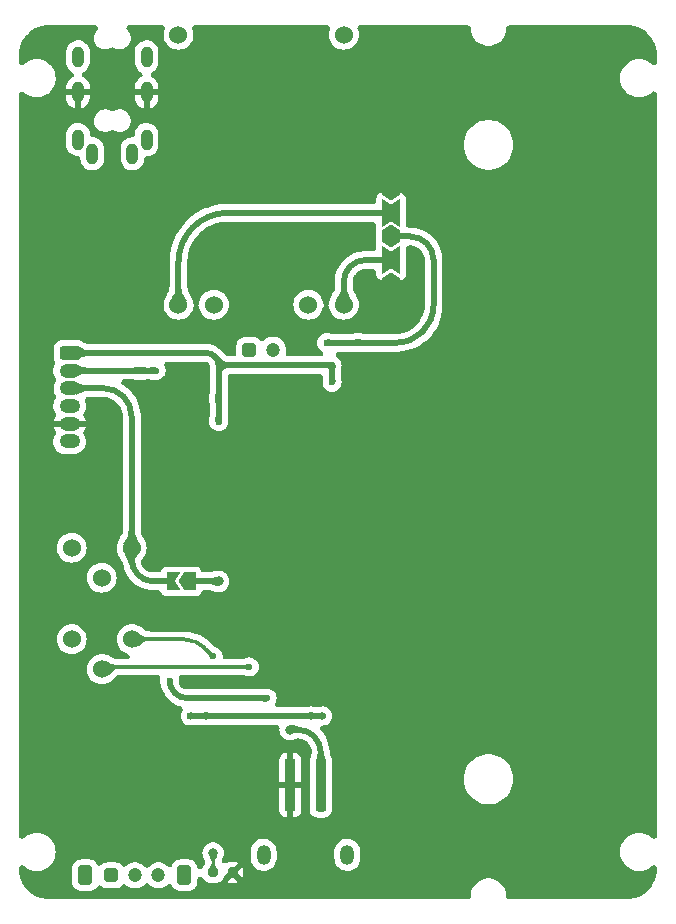
<source format=gbr>
%TF.GenerationSoftware,KiCad,Pcbnew,7.0.5*%
%TF.CreationDate,2023-11-27T01:09:10+09:00*%
%TF.ProjectId,Ultramarine-2_Control_Unit,556c7472-616d-4617-9269-6e652d325f43,rev?*%
%TF.SameCoordinates,Original*%
%TF.FileFunction,Copper,L2,Bot*%
%TF.FilePolarity,Positive*%
%FSLAX46Y46*%
G04 Gerber Fmt 4.6, Leading zero omitted, Abs format (unit mm)*
G04 Created by KiCad (PCBNEW 7.0.5) date 2023-11-27 01:09:10*
%MOMM*%
%LPD*%
G01*
G04 APERTURE LIST*
G04 Aperture macros list*
%AMRoundRect*
0 Rectangle with rounded corners*
0 $1 Rounding radius*
0 $2 $3 $4 $5 $6 $7 $8 $9 X,Y pos of 4 corners*
0 Add a 4 corners polygon primitive as box body*
4,1,4,$2,$3,$4,$5,$6,$7,$8,$9,$2,$3,0*
0 Add four circle primitives for the rounded corners*
1,1,$1+$1,$2,$3*
1,1,$1+$1,$4,$5*
1,1,$1+$1,$6,$7*
1,1,$1+$1,$8,$9*
0 Add four rect primitives between the rounded corners*
20,1,$1+$1,$2,$3,$4,$5,0*
20,1,$1+$1,$4,$5,$6,$7,0*
20,1,$1+$1,$6,$7,$8,$9,0*
20,1,$1+$1,$8,$9,$2,$3,0*%
%AMFreePoly0*
4,1,6,1.000000,0.000000,0.500000,-0.750000,-0.500000,-0.750000,-0.500000,0.750000,0.500000,0.750000,1.000000,0.000000,1.000000,0.000000,$1*%
%AMFreePoly1*
4,1,7,0.700000,0.000000,1.200000,-0.750000,-1.200000,-0.750000,-0.700000,0.000000,-1.200000,0.750000,1.200000,0.750000,0.700000,0.000000,0.700000,0.000000,$1*%
%AMFreePoly2*
4,1,6,0.500000,-0.750000,-0.650000,-0.750000,-0.150000,0.000000,-0.650000,0.750000,0.500000,0.750000,0.500000,-0.750000,0.500000,-0.750000,$1*%
G04 Aperture macros list end*
%TA.AperFunction,SMDPad,CuDef*%
%ADD10RoundRect,0.200000X0.200000X0.200000X-0.200000X0.200000X-0.200000X-0.200000X0.200000X-0.200000X0*%
%TD*%
%TA.AperFunction,ComponentPad*%
%ADD11C,1.524000*%
%TD*%
%TA.AperFunction,ComponentPad*%
%ADD12O,1.200000X1.700000*%
%TD*%
%TA.AperFunction,SMDPad,CuDef*%
%ADD13RoundRect,0.225000X-0.225000X-2.025000X0.225000X-2.025000X0.225000X2.025000X-0.225000X2.025000X0*%
%TD*%
%TA.AperFunction,ComponentPad*%
%ADD14RoundRect,0.300000X-0.300000X-0.550000X0.300000X-0.550000X0.300000X0.550000X-0.300000X0.550000X0*%
%TD*%
%TA.AperFunction,ComponentPad*%
%ADD15RoundRect,0.300000X-0.300000X-0.300000X0.300000X-0.300000X0.300000X0.300000X-0.300000X0.300000X0*%
%TD*%
%TA.AperFunction,ComponentPad*%
%ADD16C,1.200000*%
%TD*%
%TA.AperFunction,ComponentPad*%
%ADD17O,1.000000X1.800000*%
%TD*%
%TA.AperFunction,ComponentPad*%
%ADD18RoundRect,0.300000X-0.575000X0.300000X-0.575000X-0.300000X0.575000X-0.300000X0.575000X0.300000X0*%
%TD*%
%TA.AperFunction,ComponentPad*%
%ADD19O,1.750000X1.200000*%
%TD*%
%TA.AperFunction,SMDPad,CuDef*%
%ADD20FreePoly0,270.000000*%
%TD*%
%TA.AperFunction,SMDPad,CuDef*%
%ADD21FreePoly1,270.000000*%
%TD*%
%TA.AperFunction,SMDPad,CuDef*%
%ADD22FreePoly0,90.000000*%
%TD*%
%TA.AperFunction,SMDPad,CuDef*%
%ADD23FreePoly0,180.000000*%
%TD*%
%TA.AperFunction,SMDPad,CuDef*%
%ADD24FreePoly2,180.000000*%
%TD*%
%TA.AperFunction,ViaPad*%
%ADD25C,0.600000*%
%TD*%
%TA.AperFunction,ViaPad*%
%ADD26C,0.800000*%
%TD*%
%TA.AperFunction,Conductor*%
%ADD27C,0.500000*%
%TD*%
%TA.AperFunction,Conductor*%
%ADD28C,0.300000*%
%TD*%
%TA.AperFunction,Conductor*%
%ADD29C,0.250000*%
%TD*%
%TA.AperFunction,Conductor*%
%ADD30C,0.150000*%
%TD*%
G04 APERTURE END LIST*
D10*
%TO.P,D3,1,K*%
%TO.N,GND*%
X143575000Y-122250000D03*
%TO.P,D3,2,A*%
%TO.N,Net-(D3-A)*%
X141925000Y-122250000D03*
%TD*%
D11*
%TO.P,U1,1,+*%
%TO.N,Net-(JP2-C)*%
X153000000Y-51320000D03*
%TO.P,U1,2,-*%
%TO.N,Net-(JP5-C)*%
X139000000Y-51320000D03*
%TO.P,U1,3,Out+*%
%TO.N,Net-(JP6-C)*%
X153000000Y-74180000D03*
%TO.P,U1,4,B+*%
%TO.N,Net-(JP1-C)*%
X150000000Y-74180000D03*
%TO.P,U1,5,B-*%
%TO.N,Net-(JP3-C)*%
X142000000Y-74180000D03*
%TO.P,U1,6,Out-*%
%TO.N,Net-(JP4-C)*%
X139000000Y-74180000D03*
%TD*%
D12*
%TO.P,BT2,*%
%TO.N,*%
X146200000Y-120750000D03*
X153300000Y-120750000D03*
D13*
%TO.P,BT2,1,+*%
%TO.N,/Charging*%
X151050000Y-114850000D03*
%TO.P,BT2,2,-*%
%TO.N,GND*%
X148450000Y-114850000D03*
%TD*%
D14*
%TO.P,SW1,*%
%TO.N,*%
X131100000Y-122500000D03*
X139500000Y-122500000D03*
D15*
%TO.P,SW1,1,A*%
%TO.N,unconnected-(SW1-A-Pad1)*%
X133300000Y-122500000D03*
D16*
%TO.P,SW1,2,B*%
%TO.N,Net-(SW1-B)*%
X135300000Y-122500000D03*
%TO.P,SW1,3,C*%
%TO.N,Net-(D1-K)*%
X137300000Y-122500000D03*
%TD*%
D11*
%TO.P,RV1,1,1*%
%TO.N,unconnected-(RV1-Pad1)*%
X129960000Y-102500000D03*
%TO.P,RV1,2,2*%
%TO.N,+5V*%
X132500000Y-105040000D03*
%TO.P,RV1,3,3*%
%TO.N,Net-(D3-A)*%
X135040000Y-102500000D03*
%TD*%
D17*
%TO.P,J2,1,Pin_1*%
%TO.N,unconnected-(J2-Pin_1-Pad1)*%
X131700000Y-61400000D03*
X135100000Y-61400000D03*
%TO.P,J2,2,Pin_2*%
%TO.N,+5V*%
X130500000Y-60200000D03*
X136300000Y-60200000D03*
%TO.P,J2,3,Pin_3*%
%TO.N,GND*%
X130500000Y-56200000D03*
X136300000Y-56200000D03*
%TO.P,J2,4,Pin_4*%
%TO.N,/data*%
X130500000Y-53200000D03*
X136300000Y-53200000D03*
%TD*%
D15*
%TO.P,BT1,1,+*%
%TO.N,/B+*%
X145000000Y-78000000D03*
D16*
%TO.P,BT1,2,-*%
%TO.N,/B-*%
X147000000Y-78000000D03*
%TD*%
D18*
%TO.P,J1,1,Pin_1*%
%TO.N,+5V*%
X129800000Y-78250000D03*
D19*
%TO.P,J1,2,Pin_2*%
%TO.N,/Bat+*%
X129780000Y-79750000D03*
%TO.P,J1,3,Pin_3*%
%TO.N,/FlexLED*%
X129800000Y-81250000D03*
%TO.P,J1,4,Pin_4*%
%TO.N,/data*%
X129780000Y-82750000D03*
%TO.P,J1,5,Pin_5*%
%TO.N,GND*%
X129800000Y-84250000D03*
%TO.P,J1,6,Pin_6*%
%TO.N,unconnected-(J1-Pin_6-Pad6)*%
X129780000Y-85750000D03*
%TD*%
D11*
%TO.P,RV2,1,1*%
%TO.N,unconnected-(RV2-Pad1)*%
X129960000Y-94750000D03*
%TO.P,RV2,2,2*%
%TO.N,/Charging*%
X132500000Y-97290000D03*
%TO.P,RV2,3,3*%
%TO.N,/FlexLED*%
X135040000Y-94750000D03*
%TD*%
D20*
%TO.P,JP6,1,A*%
%TO.N,/OUT+*%
X157000000Y-68400000D03*
D21*
%TO.P,JP6,2,C*%
%TO.N,Net-(JP6-C)*%
X157000000Y-70400000D03*
D22*
%TO.P,JP6,3,B*%
%TO.N,GND*%
X157000000Y-72400000D03*
%TD*%
D11*
%TO.P,U2,1,+*%
%TO.N,Net-(JP5-C)*%
X139000000Y-51320000D03*
%TO.P,U2,2,-*%
%TO.N,Net-(JP2-C)*%
X153000000Y-51320000D03*
%TO.P,U2,3,Out+*%
%TO.N,Net-(JP4-C)*%
X139000000Y-74180000D03*
%TO.P,U2,4,B+*%
%TO.N,Net-(JP3-C)*%
X142000000Y-74180000D03*
%TO.P,U2,5,B-*%
%TO.N,Net-(JP1-C)*%
X150000000Y-74180000D03*
%TO.P,U2,6,Out-*%
%TO.N,Net-(JP6-C)*%
X153000000Y-74180000D03*
%TD*%
D23*
%TO.P,JP7,1,A*%
%TO.N,+5V*%
X139950000Y-97600000D03*
D24*
%TO.P,JP7,2,B*%
%TO.N,/FlexLED*%
X138500000Y-97600000D03*
%TD*%
D20*
%TO.P,JP4,1,A*%
%TO.N,GND*%
X157000000Y-64400000D03*
D21*
%TO.P,JP4,2,C*%
%TO.N,Net-(JP4-C)*%
X157000000Y-66400000D03*
D22*
%TO.P,JP4,3,B*%
%TO.N,/OUT+*%
X157000000Y-68400000D03*
%TD*%
D25*
%TO.N,/Charging*%
X146500000Y-107500000D03*
D26*
X148450000Y-110150000D03*
D25*
X138250000Y-106000000D03*
D26*
%TO.N,GND*%
X148550000Y-98000000D03*
X174200000Y-121000000D03*
X176600000Y-106750000D03*
D25*
X134000000Y-72000000D03*
D26*
X167800000Y-100550000D03*
D25*
X156800000Y-61600000D03*
D26*
X131650000Y-110850000D03*
D25*
X134000000Y-64000000D03*
D26*
X167150000Y-77400000D03*
X158250000Y-110550000D03*
X160750000Y-119500000D03*
X145150000Y-115350000D03*
X137800000Y-94400000D03*
D25*
X141400000Y-62400000D03*
D26*
X145550000Y-89100000D03*
X172800000Y-57000000D03*
X161200000Y-93000000D03*
D25*
X127400000Y-96200000D03*
D26*
X172300000Y-91650000D03*
D25*
X137600000Y-83800000D03*
%TO.N,+5V*%
X152000000Y-80750000D03*
X142400000Y-84073963D03*
D26*
X142400000Y-97600000D03*
D25*
X145000000Y-104850000D03*
X152000000Y-79300000D03*
X142399987Y-82080317D03*
%TO.N,Net-(D3-A)*%
X141925000Y-103950000D03*
D26*
X141925000Y-120600000D03*
D25*
%TO.N,/Bat+*%
X135750000Y-79750000D03*
X137100000Y-79750000D03*
%TO.N,/OUT+*%
X154200000Y-77400000D03*
X151550000Y-77400000D03*
%TO.N,Net-(D1-A)*%
X151200000Y-109000000D03*
X150200000Y-109000000D03*
X140000000Y-109000000D03*
X141300500Y-109000000D03*
%TD*%
D27*
%TO.N,/Bat+*%
X137100000Y-79750000D02*
X135750000Y-79750000D01*
X135750000Y-79750000D02*
X129780000Y-79750000D01*
%TO.N,/Charging*%
X148450000Y-110150000D02*
X149100000Y-110150000D01*
X146500000Y-107500000D02*
X139750000Y-107500000D01*
X151050000Y-112100000D02*
X151050000Y-114850000D01*
X138250000Y-106000000D02*
G75*
G03*
X139750000Y-107500000I1500000J0D01*
G01*
X151050000Y-112100000D02*
G75*
G03*
X149100000Y-110150000I-1950000J0D01*
G01*
%TO.N,+5V*%
X152000000Y-79300000D02*
X143200000Y-79300000D01*
X142399996Y-80000000D02*
X142399999Y-79323910D01*
X142399987Y-82080317D02*
X142399996Y-80000000D01*
X152000000Y-79300000D02*
X152000000Y-80750000D01*
X143200000Y-79300000D02*
X142423909Y-79300000D01*
X143200000Y-79300000D02*
X143099996Y-79300000D01*
X129800000Y-78250000D02*
X141326094Y-78250000D01*
X142423909Y-79300000D02*
X142399999Y-79323910D01*
X142517509Y-79017303D02*
X141950103Y-78449897D01*
X139950000Y-97600000D02*
X142400000Y-97600000D01*
X142400000Y-84073963D02*
X142399987Y-82080317D01*
D28*
X132595000Y-104945000D02*
X132500000Y-105040000D01*
X132824350Y-104850000D02*
X145000000Y-104850000D01*
X132824350Y-104850021D02*
G75*
G03*
X132595000Y-104945000I-50J-324279D01*
G01*
D27*
X142400000Y-79323910D02*
G75*
G03*
X141326094Y-78250000I-1073900J10D01*
G01*
X142517507Y-79017305D02*
G75*
G03*
X143200000Y-79300000I682493J682505D01*
G01*
X143099996Y-79299996D02*
G75*
G03*
X142399996Y-80000000I4J-700004D01*
G01*
D28*
%TO.N,Net-(D3-A)*%
X139449695Y-102500000D02*
X135040000Y-102500000D01*
X141200000Y-103225000D02*
X141925000Y-103950000D01*
D29*
X141925000Y-122250000D02*
X141925000Y-120600000D01*
D28*
X141200001Y-103224999D02*
G75*
G03*
X139449695Y-102500000I-1750301J-1750301D01*
G01*
D27*
%TO.N,/FlexLED*%
X135040000Y-84278954D02*
X135039991Y-83657008D01*
D30*
X138500000Y-97600000D02*
X138000000Y-97600000D01*
D27*
X135040000Y-94750000D02*
X135040000Y-95740000D01*
X136767117Y-97597949D02*
X137997949Y-97597949D01*
X135040000Y-94750000D02*
X135040000Y-85750000D01*
X135040000Y-85750000D02*
X135040000Y-84278954D01*
X137997949Y-97597949D02*
X138000000Y-97600000D01*
X132632945Y-81250000D02*
X129800000Y-81250000D01*
X135040000Y-84210000D02*
X135040000Y-84700000D01*
X135040000Y-84700000D02*
X135040000Y-84950000D01*
X135040000Y-84040000D02*
X135040000Y-84700000D01*
X135040000Y-85750000D02*
X135040000Y-84950000D01*
X135039949Y-95740000D02*
G75*
G03*
X136767117Y-97597948I1865051J2000D01*
G01*
X135039900Y-83657008D02*
G75*
G03*
X132632945Y-81250000I-2407000J8D01*
G01*
%TO.N,/OUT+*%
X158600000Y-68400000D02*
X157000000Y-68400000D01*
X160600000Y-74200000D02*
X160600000Y-70400000D01*
X154200000Y-77400000D02*
X151550000Y-77400000D01*
X154200000Y-77400000D02*
X157400000Y-77400000D01*
X160600000Y-70400000D02*
G75*
G03*
X158600000Y-68400000I-2000000J0D01*
G01*
X157400000Y-77400000D02*
G75*
G03*
X160600000Y-74200000I0J3200000D01*
G01*
%TO.N,Net-(JP4-C)*%
X157000000Y-66400000D02*
X143171292Y-66400000D01*
X139000000Y-74180000D02*
X139000000Y-70571292D01*
X143171292Y-66400000D02*
G75*
G03*
X139000000Y-70571292I8J-4171300D01*
G01*
%TO.N,Net-(JP6-C)*%
X153000000Y-74180000D02*
X153000000Y-72219085D01*
X157000000Y-70400000D02*
X154819085Y-70400000D01*
X154819085Y-70400000D02*
G75*
G03*
X153000000Y-72219085I15J-1819100D01*
G01*
%TO.N,Net-(D1-A)*%
X140000000Y-109000000D02*
X141300500Y-109000000D01*
X151200000Y-109000000D02*
X150200000Y-109000000D01*
X141300500Y-109000000D02*
X150200000Y-109000000D01*
%TD*%
%TA.AperFunction,Conductor*%
%TO.N,GND*%
G36*
X132044506Y-50519454D02*
G01*
X132125288Y-50573430D01*
X132179264Y-50654212D01*
X132198218Y-50749500D01*
X132179264Y-50844788D01*
X132125288Y-50925570D01*
X132111409Y-50938431D01*
X132107533Y-50941757D01*
X131989205Y-51094624D01*
X131904068Y-51268189D01*
X131904068Y-51268190D01*
X131855615Y-51455326D01*
X131855614Y-51455333D01*
X131845823Y-51648386D01*
X131845824Y-51648390D01*
X131875097Y-51839474D01*
X131875097Y-51839476D01*
X131875098Y-51839477D01*
X131875098Y-51839479D01*
X131914755Y-51946552D01*
X131942236Y-52020753D01*
X132044491Y-52184807D01*
X132177677Y-52324919D01*
X132336342Y-52435353D01*
X132513988Y-52511587D01*
X132703344Y-52550500D01*
X132848199Y-52550500D01*
X132848206Y-52550500D01*
X132992321Y-52535845D01*
X132992323Y-52535844D01*
X132992325Y-52535844D01*
X133071845Y-52510894D01*
X133176768Y-52477974D01*
X133253557Y-52435353D01*
X133275181Y-52423351D01*
X133367694Y-52393680D01*
X133464520Y-52401670D01*
X133524730Y-52430262D01*
X133525305Y-52429227D01*
X133536340Y-52435352D01*
X133536341Y-52435352D01*
X133536342Y-52435353D01*
X133713988Y-52511587D01*
X133903344Y-52550500D01*
X134048199Y-52550500D01*
X134048206Y-52550500D01*
X134192321Y-52535845D01*
X134192323Y-52535844D01*
X134192325Y-52535844D01*
X134271845Y-52510894D01*
X134376768Y-52477974D01*
X134545791Y-52384159D01*
X134545790Y-52384159D01*
X134545793Y-52384158D01*
X134654510Y-52290826D01*
X134692468Y-52258240D01*
X134810796Y-52105373D01*
X134895930Y-51931816D01*
X134944385Y-51744674D01*
X134954176Y-51551610D01*
X134924903Y-51360526D01*
X134857764Y-51179247D01*
X134755509Y-51015193D01*
X134755508Y-51015191D01*
X134685703Y-50941757D01*
X134666020Y-50921051D01*
X134614109Y-50838931D01*
X134597575Y-50743193D01*
X134618936Y-50648416D01*
X134674942Y-50569027D01*
X134757064Y-50517114D01*
X134846495Y-50500500D01*
X137598273Y-50500500D01*
X137693561Y-50519454D01*
X137774343Y-50573430D01*
X137828319Y-50654212D01*
X137847273Y-50749500D01*
X137828319Y-50844788D01*
X137823958Y-50854698D01*
X137817713Y-50868092D01*
X137809105Y-50886551D01*
X137794313Y-50941757D01*
X137751930Y-51099932D01*
X137732677Y-51320000D01*
X137751930Y-51540068D01*
X137755023Y-51551610D01*
X137802153Y-51727504D01*
X137809106Y-51753450D01*
X137902466Y-51953662D01*
X138029174Y-52134620D01*
X138185380Y-52290826D01*
X138366338Y-52417534D01*
X138566550Y-52510894D01*
X138779932Y-52568070D01*
X139000000Y-52587323D01*
X139220068Y-52568070D01*
X139433450Y-52510894D01*
X139633662Y-52417534D01*
X139814620Y-52290826D01*
X139970826Y-52134620D01*
X140097534Y-51953662D01*
X140190894Y-51753450D01*
X140248070Y-51540068D01*
X140267323Y-51320000D01*
X140248070Y-51099932D01*
X140190894Y-50886550D01*
X140176055Y-50854729D01*
X140152964Y-50760364D01*
X140167743Y-50664339D01*
X140218143Y-50581280D01*
X140296493Y-50523830D01*
X140390863Y-50500737D01*
X140401727Y-50500500D01*
X151598273Y-50500500D01*
X151693561Y-50519454D01*
X151774343Y-50573430D01*
X151828319Y-50654212D01*
X151847273Y-50749500D01*
X151828319Y-50844788D01*
X151823958Y-50854698D01*
X151817713Y-50868092D01*
X151809105Y-50886551D01*
X151794313Y-50941757D01*
X151751930Y-51099932D01*
X151732677Y-51320000D01*
X151751930Y-51540068D01*
X151755023Y-51551610D01*
X151802153Y-51727504D01*
X151809106Y-51753450D01*
X151902466Y-51953662D01*
X152029174Y-52134620D01*
X152185380Y-52290826D01*
X152366338Y-52417534D01*
X152566550Y-52510894D01*
X152779932Y-52568070D01*
X153000000Y-52587323D01*
X153220068Y-52568070D01*
X153433450Y-52510894D01*
X153633662Y-52417534D01*
X153814620Y-52290826D01*
X153970826Y-52134620D01*
X154097534Y-51953662D01*
X154190894Y-51753450D01*
X154248070Y-51540068D01*
X154267323Y-51320000D01*
X154248070Y-51099932D01*
X154190894Y-50886550D01*
X154176055Y-50854729D01*
X154152964Y-50760364D01*
X154167743Y-50664339D01*
X154218143Y-50581280D01*
X154296493Y-50523830D01*
X154390863Y-50500737D01*
X154401727Y-50500500D01*
X163434108Y-50500500D01*
X163480401Y-50500500D01*
X163519338Y-50503563D01*
X163523925Y-50504289D01*
X163536692Y-50506311D01*
X163627841Y-50539931D01*
X163699188Y-50605876D01*
X163739868Y-50694104D01*
X163743686Y-50713294D01*
X163746434Y-50730644D01*
X163749500Y-50769597D01*
X163749500Y-50868087D01*
X163749501Y-50868103D01*
X163786220Y-51099934D01*
X163786447Y-51101368D01*
X163817914Y-51198213D01*
X163857484Y-51319999D01*
X163859432Y-51325992D01*
X163867856Y-51342525D01*
X163966659Y-51536437D01*
X164105478Y-51727504D01*
X164105480Y-51727506D01*
X164105483Y-51727510D01*
X164272490Y-51894517D01*
X164272493Y-51894519D01*
X164272495Y-51894521D01*
X164463562Y-52033340D01*
X164463564Y-52033341D01*
X164463567Y-52033343D01*
X164674008Y-52140568D01*
X164898632Y-52213553D01*
X165131908Y-52250500D01*
X165131912Y-52250500D01*
X165368088Y-52250500D01*
X165368092Y-52250500D01*
X165601368Y-52213553D01*
X165825992Y-52140568D01*
X166036433Y-52033343D01*
X166227510Y-51894517D01*
X166394517Y-51727510D01*
X166533343Y-51536433D01*
X166640568Y-51325992D01*
X166713553Y-51101368D01*
X166750500Y-50868092D01*
X166750500Y-50769596D01*
X166753563Y-50730658D01*
X166754930Y-50722026D01*
X166756312Y-50713302D01*
X166789933Y-50622156D01*
X166855877Y-50550810D01*
X166944106Y-50510130D01*
X166963302Y-50506312D01*
X166969747Y-50505291D01*
X166980665Y-50503563D01*
X167019599Y-50500500D01*
X167065892Y-50500500D01*
X176934108Y-50500500D01*
X176996233Y-50500500D01*
X177003751Y-50500727D01*
X177159204Y-50510130D01*
X177293761Y-50518269D01*
X177308676Y-50520079D01*
X177590765Y-50571774D01*
X177605352Y-50575369D01*
X177879149Y-50660688D01*
X177893197Y-50666015D01*
X178154704Y-50783710D01*
X178168018Y-50790697D01*
X178209611Y-50815841D01*
X178413427Y-50939053D01*
X178425811Y-50947601D01*
X178651538Y-51124446D01*
X178662802Y-51134425D01*
X178865574Y-51337197D01*
X178875553Y-51348461D01*
X179052398Y-51574188D01*
X179060946Y-51586572D01*
X179209298Y-51831974D01*
X179216291Y-51845299D01*
X179333981Y-52106795D01*
X179339314Y-52120859D01*
X179424626Y-52394631D01*
X179428227Y-52409242D01*
X179440823Y-52477973D01*
X179479918Y-52691309D01*
X179481730Y-52706238D01*
X179499273Y-52996248D01*
X179499500Y-53003767D01*
X179499500Y-53635774D01*
X179480546Y-53731062D01*
X179426570Y-53811844D01*
X179345788Y-53865820D01*
X179250500Y-53884774D01*
X179155212Y-53865820D01*
X179088788Y-53825115D01*
X178943661Y-53701165D01*
X178943652Y-53701158D01*
X178728864Y-53569537D01*
X178728858Y-53569533D01*
X178496116Y-53473129D01*
X178496108Y-53473126D01*
X178251145Y-53414316D01*
X178000005Y-53394551D01*
X177999995Y-53394551D01*
X177748854Y-53414316D01*
X177503891Y-53473126D01*
X177503883Y-53473129D01*
X177271141Y-53569533D01*
X177271135Y-53569537D01*
X177056347Y-53701158D01*
X177056345Y-53701160D01*
X176864779Y-53864773D01*
X176864773Y-53864779D01*
X176701160Y-54056345D01*
X176701158Y-54056347D01*
X176569537Y-54271135D01*
X176569533Y-54271141D01*
X176473129Y-54503883D01*
X176473126Y-54503891D01*
X176414316Y-54748854D01*
X176394551Y-54999994D01*
X176394551Y-55000005D01*
X176414316Y-55251145D01*
X176473126Y-55496108D01*
X176473129Y-55496116D01*
X176569533Y-55728858D01*
X176569537Y-55728864D01*
X176701158Y-55943652D01*
X176701160Y-55943654D01*
X176701163Y-55943657D01*
X176701164Y-55943659D01*
X176864776Y-56135224D01*
X177056341Y-56298836D01*
X177056345Y-56298839D01*
X177056347Y-56298841D01*
X177228971Y-56404624D01*
X177271141Y-56430466D01*
X177503889Y-56526873D01*
X177748852Y-56585683D01*
X177820608Y-56591330D01*
X177999995Y-56605449D01*
X178000000Y-56605449D01*
X178000005Y-56605449D01*
X178156967Y-56593095D01*
X178251148Y-56585683D01*
X178496111Y-56526873D01*
X178728859Y-56430466D01*
X178850974Y-56355633D01*
X178943652Y-56298841D01*
X178943654Y-56298839D01*
X178943653Y-56298839D01*
X178943659Y-56298836D01*
X179088790Y-56174882D01*
X179173554Y-56127412D01*
X179270036Y-56115993D01*
X179363543Y-56142364D01*
X179439841Y-56202512D01*
X179487313Y-56287279D01*
X179499500Y-56364225D01*
X179499500Y-119135774D01*
X179480546Y-119231062D01*
X179426570Y-119311844D01*
X179345788Y-119365820D01*
X179250500Y-119384774D01*
X179155212Y-119365820D01*
X179088788Y-119325115D01*
X178943661Y-119201165D01*
X178943652Y-119201158D01*
X178728864Y-119069537D01*
X178728858Y-119069533D01*
X178496116Y-118973129D01*
X178496108Y-118973126D01*
X178251145Y-118914316D01*
X178000005Y-118894551D01*
X177999995Y-118894551D01*
X177748854Y-118914316D01*
X177503891Y-118973126D01*
X177503883Y-118973129D01*
X177271141Y-119069533D01*
X177271135Y-119069537D01*
X177056347Y-119201158D01*
X177056345Y-119201160D01*
X176864779Y-119364773D01*
X176864773Y-119364779D01*
X176701160Y-119556345D01*
X176701158Y-119556347D01*
X176569537Y-119771135D01*
X176569533Y-119771141D01*
X176473129Y-120003883D01*
X176473126Y-120003891D01*
X176414316Y-120248854D01*
X176394551Y-120499994D01*
X176394551Y-120500005D01*
X176414316Y-120751145D01*
X176473126Y-120996108D01*
X176473129Y-120996116D01*
X176569533Y-121228858D01*
X176569537Y-121228864D01*
X176701158Y-121443652D01*
X176701160Y-121443654D01*
X176701163Y-121443657D01*
X176701164Y-121443659D01*
X176864776Y-121635224D01*
X177056341Y-121798836D01*
X177056345Y-121798839D01*
X177056347Y-121798841D01*
X177200258Y-121887029D01*
X177271141Y-121930466D01*
X177503889Y-122026873D01*
X177748852Y-122085683D01*
X177820608Y-122091330D01*
X177999995Y-122105449D01*
X178000000Y-122105449D01*
X178000005Y-122105449D01*
X178156967Y-122093095D01*
X178251148Y-122085683D01*
X178496111Y-122026873D01*
X178728859Y-121930466D01*
X178871055Y-121843328D01*
X178943652Y-121798841D01*
X178943654Y-121798839D01*
X178943653Y-121798839D01*
X178943659Y-121798836D01*
X179088790Y-121674882D01*
X179173554Y-121627412D01*
X179270036Y-121615993D01*
X179363543Y-121642364D01*
X179439841Y-121702512D01*
X179487313Y-121787279D01*
X179499500Y-121864225D01*
X179499500Y-121996232D01*
X179499273Y-122003751D01*
X179481730Y-122293761D01*
X179479917Y-122308699D01*
X179428227Y-122590757D01*
X179424625Y-122605368D01*
X179382861Y-122739398D01*
X179339317Y-122879134D01*
X179333981Y-122893204D01*
X179216291Y-123154700D01*
X179209298Y-123168025D01*
X179060946Y-123413427D01*
X179052398Y-123425811D01*
X178875553Y-123651538D01*
X178865574Y-123662802D01*
X178662802Y-123865574D01*
X178651538Y-123875553D01*
X178425811Y-124052398D01*
X178413427Y-124060946D01*
X178168025Y-124209298D01*
X178154700Y-124216291D01*
X177893204Y-124333981D01*
X177879135Y-124339316D01*
X177755468Y-124377853D01*
X177605368Y-124424626D01*
X177590757Y-124428227D01*
X177461853Y-124451850D01*
X177308692Y-124479917D01*
X177293761Y-124481730D01*
X177003752Y-124499273D01*
X176996233Y-124499500D01*
X167019599Y-124499500D01*
X166980651Y-124496435D01*
X166963299Y-124493687D01*
X166872148Y-124460061D01*
X166800804Y-124394114D01*
X166760128Y-124305884D01*
X166756313Y-124286702D01*
X166753563Y-124269338D01*
X166750500Y-124230401D01*
X166750500Y-124134583D01*
X166750499Y-124134582D01*
X166750500Y-124131908D01*
X166713553Y-123898632D01*
X166640568Y-123674008D01*
X166533343Y-123463567D01*
X166533341Y-123463564D01*
X166533340Y-123463562D01*
X166394521Y-123272495D01*
X166394519Y-123272493D01*
X166394517Y-123272490D01*
X166227510Y-123105483D01*
X166227506Y-123105480D01*
X166227504Y-123105478D01*
X166036437Y-122966659D01*
X166022747Y-122959683D01*
X165825992Y-122859432D01*
X165825989Y-122859431D01*
X165825987Y-122859430D01*
X165701079Y-122818845D01*
X165601368Y-122786447D01*
X165601366Y-122786446D01*
X165601364Y-122786446D01*
X165368103Y-122749501D01*
X165368094Y-122749500D01*
X165368092Y-122749500D01*
X165131908Y-122749500D01*
X165131905Y-122749500D01*
X165131896Y-122749501D01*
X164898635Y-122786446D01*
X164674012Y-122859430D01*
X164463562Y-122966659D01*
X164272495Y-123105478D01*
X164105478Y-123272495D01*
X163966659Y-123463562D01*
X163859430Y-123674012D01*
X163786446Y-123898635D01*
X163749501Y-124131896D01*
X163749500Y-124131912D01*
X163749500Y-124230401D01*
X163746435Y-124269351D01*
X163743687Y-124286702D01*
X163710060Y-124377853D01*
X163644112Y-124449196D01*
X163555882Y-124489872D01*
X163536702Y-124493687D01*
X163519351Y-124496435D01*
X163480401Y-124499500D01*
X128003767Y-124499500D01*
X127996248Y-124499273D01*
X127706238Y-124481730D01*
X127691309Y-124479918D01*
X127505215Y-124445815D01*
X127409242Y-124428227D01*
X127394635Y-124424627D01*
X127120859Y-124339314D01*
X127106795Y-124333981D01*
X126845299Y-124216291D01*
X126831974Y-124209298D01*
X126586572Y-124060946D01*
X126574188Y-124052398D01*
X126348461Y-123875553D01*
X126337197Y-123865574D01*
X126134425Y-123662802D01*
X126124446Y-123651538D01*
X125947601Y-123425811D01*
X125939053Y-123413427D01*
X125802647Y-123187786D01*
X125790697Y-123168018D01*
X125783708Y-123154700D01*
X125781818Y-123150500D01*
X125756825Y-123094968D01*
X129999500Y-123094968D01*
X130014630Y-123229245D01*
X130014631Y-123229251D01*
X130014632Y-123229255D01*
X130074211Y-123399522D01*
X130074212Y-123399523D01*
X130074214Y-123399529D01*
X130170180Y-123552257D01*
X130170182Y-123552259D01*
X130170184Y-123552262D01*
X130297738Y-123679816D01*
X130297740Y-123679817D01*
X130297742Y-123679819D01*
X130450470Y-123775785D01*
X130450473Y-123775786D01*
X130450478Y-123775789D01*
X130620745Y-123835368D01*
X130620754Y-123835369D01*
X130755031Y-123850499D01*
X130755046Y-123850500D01*
X131444954Y-123850500D01*
X131444968Y-123850499D01*
X131555079Y-123838091D01*
X131579255Y-123835368D01*
X131749522Y-123775789D01*
X131749527Y-123775785D01*
X131749529Y-123775785D01*
X131902257Y-123679819D01*
X131902256Y-123679819D01*
X131902262Y-123679816D01*
X132029816Y-123552262D01*
X132069348Y-123489348D01*
X132091507Y-123454082D01*
X132158252Y-123383483D01*
X132246933Y-123343801D01*
X132344050Y-123341076D01*
X132434817Y-123375724D01*
X132478406Y-123410484D01*
X132497738Y-123429816D01*
X132497740Y-123429817D01*
X132497742Y-123429819D01*
X132650470Y-123525785D01*
X132650473Y-123525786D01*
X132650478Y-123525789D01*
X132820745Y-123585368D01*
X132820754Y-123585369D01*
X132955031Y-123600499D01*
X132955046Y-123600500D01*
X133644954Y-123600500D01*
X133644968Y-123600499D01*
X133755079Y-123588091D01*
X133779255Y-123585368D01*
X133949522Y-123525789D01*
X133949527Y-123525785D01*
X133949529Y-123525785D01*
X134102260Y-123429817D01*
X134102259Y-123429817D01*
X134102262Y-123429816D01*
X134212727Y-123319350D01*
X134293505Y-123265376D01*
X134388793Y-123246422D01*
X134484081Y-123265376D01*
X134556544Y-123311409D01*
X134633957Y-123381980D01*
X134662282Y-123399518D01*
X134807363Y-123489348D01*
X134997544Y-123563024D01*
X135117075Y-123585368D01*
X135198022Y-123600500D01*
X135198024Y-123600500D01*
X135401977Y-123600500D01*
X135435389Y-123594254D01*
X135602456Y-123563024D01*
X135792637Y-123489348D01*
X135966041Y-123381981D01*
X136043455Y-123311409D01*
X136125272Y-123236824D01*
X136126233Y-123237879D01*
X136194182Y-123187786D01*
X136288492Y-123164448D01*
X136384555Y-123178978D01*
X136467744Y-123229163D01*
X136482387Y-123243806D01*
X136633957Y-123381980D01*
X136662282Y-123399518D01*
X136807363Y-123489348D01*
X136997544Y-123563024D01*
X137117075Y-123585368D01*
X137198022Y-123600500D01*
X137198024Y-123600500D01*
X137401977Y-123600500D01*
X137435389Y-123594254D01*
X137602456Y-123563024D01*
X137792637Y-123489348D01*
X137966041Y-123381981D01*
X138068293Y-123288765D01*
X138151479Y-123238579D01*
X138247541Y-123224046D01*
X138341852Y-123247380D01*
X138420055Y-123305029D01*
X138470243Y-123388217D01*
X138471069Y-123390542D01*
X138474210Y-123399518D01*
X138474214Y-123399529D01*
X138570180Y-123552257D01*
X138570182Y-123552259D01*
X138570184Y-123552262D01*
X138697738Y-123679816D01*
X138697740Y-123679817D01*
X138697742Y-123679819D01*
X138850470Y-123775785D01*
X138850473Y-123775786D01*
X138850478Y-123775789D01*
X139020745Y-123835368D01*
X139020754Y-123835369D01*
X139155031Y-123850499D01*
X139155046Y-123850500D01*
X139844954Y-123850500D01*
X139844968Y-123850499D01*
X139955079Y-123838091D01*
X139979255Y-123835368D01*
X140149522Y-123775789D01*
X140149527Y-123775785D01*
X140149529Y-123775785D01*
X140302257Y-123679819D01*
X140302256Y-123679819D01*
X140302262Y-123679816D01*
X140429816Y-123552262D01*
X140506752Y-123429819D01*
X140525785Y-123399529D01*
X140525785Y-123399527D01*
X140525789Y-123399522D01*
X140585368Y-123229255D01*
X140592994Y-123161576D01*
X140600499Y-123094968D01*
X140600500Y-123094953D01*
X140600500Y-122830780D01*
X140619454Y-122735492D01*
X140673430Y-122654710D01*
X140754212Y-122600734D01*
X140849500Y-122581780D01*
X140944788Y-122600734D01*
X141025570Y-122654710D01*
X141076566Y-122728594D01*
X141081522Y-122739608D01*
X141150806Y-122854215D01*
X141169528Y-122885185D01*
X141289815Y-123005472D01*
X141351873Y-123042987D01*
X141435391Y-123093477D01*
X141435393Y-123093477D01*
X141435394Y-123093478D01*
X141597804Y-123144086D01*
X141597808Y-123144086D01*
X141597811Y-123144087D01*
X141668369Y-123150499D01*
X141668377Y-123150499D01*
X141668384Y-123150500D01*
X141668390Y-123150500D01*
X142181610Y-123150500D01*
X142181616Y-123150500D01*
X142181623Y-123150499D01*
X142181630Y-123150499D01*
X142252188Y-123144087D01*
X142252189Y-123144086D01*
X142252196Y-123144086D01*
X142414606Y-123093478D01*
X142415409Y-123092993D01*
X142455056Y-123069025D01*
X142475456Y-123056693D01*
X143081025Y-123056693D01*
X143085559Y-123092993D01*
X143085596Y-123093015D01*
X143085601Y-123093017D01*
X143247896Y-123143591D01*
X143247894Y-123143591D01*
X143318408Y-123149998D01*
X143318432Y-123149999D01*
X143831568Y-123149999D01*
X143902108Y-123143589D01*
X144064398Y-123093017D01*
X144064405Y-123093014D01*
X144064439Y-123092993D01*
X143574999Y-122603553D01*
X143179318Y-122999234D01*
X143098537Y-123053210D01*
X143081025Y-123056693D01*
X142475456Y-123056693D01*
X142560185Y-123005472D01*
X142657467Y-122908189D01*
X142738245Y-122854215D01*
X142759581Y-122849970D01*
X142754249Y-122823164D01*
X142765517Y-122749108D01*
X142766797Y-122744999D01*
X142813233Y-122659660D01*
X142828460Y-122642985D01*
X143221448Y-122249999D01*
X143928553Y-122249999D01*
X144417993Y-122739439D01*
X144418014Y-122739405D01*
X144418017Y-122739398D01*
X144468591Y-122577104D01*
X144474998Y-122506591D01*
X144474999Y-122506567D01*
X144474999Y-121993431D01*
X144468589Y-121922890D01*
X144468589Y-121922889D01*
X144418018Y-121760603D01*
X144418015Y-121760596D01*
X144417993Y-121760559D01*
X144417992Y-121760559D01*
X143928553Y-122249999D01*
X143221448Y-122249999D01*
X143575001Y-121896447D01*
X144064439Y-121407006D01*
X144064439Y-121407005D01*
X144064401Y-121406983D01*
X143902103Y-121356408D01*
X143902105Y-121356408D01*
X143831591Y-121350001D01*
X143831567Y-121350000D01*
X143318431Y-121350000D01*
X143247894Y-121356409D01*
X143085602Y-121406981D01*
X143085598Y-121406983D01*
X143032295Y-121439206D01*
X142940943Y-121472282D01*
X142843888Y-121467880D01*
X142755905Y-121426672D01*
X142690389Y-121354932D01*
X142657313Y-121263580D01*
X142661715Y-121166525D01*
X142679562Y-121117203D01*
X142711066Y-121052435D01*
X145099500Y-121052435D01*
X145114470Y-121209212D01*
X145172541Y-121406983D01*
X145173684Y-121410875D01*
X145192688Y-121447738D01*
X145269988Y-121597681D01*
X145399905Y-121762883D01*
X145399909Y-121762887D01*
X145558740Y-121900516D01*
X145558741Y-121900516D01*
X145558744Y-121900519D01*
X145740756Y-122005604D01*
X145939367Y-122074344D01*
X146147398Y-122104254D01*
X146357330Y-122094254D01*
X146561576Y-122044704D01*
X146752753Y-121957396D01*
X146923952Y-121835486D01*
X147068986Y-121683378D01*
X147182613Y-121506572D01*
X147260725Y-121311457D01*
X147300500Y-121105085D01*
X147300500Y-121052435D01*
X152199500Y-121052435D01*
X152214470Y-121209212D01*
X152272541Y-121406983D01*
X152273684Y-121410875D01*
X152292688Y-121447738D01*
X152369988Y-121597681D01*
X152499905Y-121762883D01*
X152499909Y-121762887D01*
X152658740Y-121900516D01*
X152658741Y-121900516D01*
X152658744Y-121900519D01*
X152840756Y-122005604D01*
X153039367Y-122074344D01*
X153247398Y-122104254D01*
X153457330Y-122094254D01*
X153661576Y-122044704D01*
X153852753Y-121957396D01*
X154023952Y-121835486D01*
X154168986Y-121683378D01*
X154282613Y-121506572D01*
X154360725Y-121311457D01*
X154400500Y-121105085D01*
X154400500Y-120447575D01*
X154390690Y-120344838D01*
X154385529Y-120290787D01*
X154385528Y-120290782D01*
X154326316Y-120089125D01*
X154230011Y-119902318D01*
X154162621Y-119816625D01*
X154100094Y-119737116D01*
X154100090Y-119737112D01*
X153941259Y-119599483D01*
X153866535Y-119556341D01*
X153759244Y-119494396D01*
X153759237Y-119494393D01*
X153560637Y-119425657D01*
X153560632Y-119425655D01*
X153352603Y-119395746D01*
X153352602Y-119395746D01*
X153340935Y-119396301D01*
X153142674Y-119405745D01*
X152938424Y-119455295D01*
X152747248Y-119542603D01*
X152747242Y-119542606D01*
X152576052Y-119664510D01*
X152576041Y-119664520D01*
X152431018Y-119816616D01*
X152431011Y-119816625D01*
X152317392Y-119993418D01*
X152317387Y-119993427D01*
X152239274Y-120188544D01*
X152199500Y-120394908D01*
X152199500Y-121052435D01*
X147300500Y-121052435D01*
X147300500Y-120447575D01*
X147290690Y-120344838D01*
X147285529Y-120290787D01*
X147285528Y-120290782D01*
X147226316Y-120089125D01*
X147130011Y-119902318D01*
X147062621Y-119816625D01*
X147000094Y-119737116D01*
X147000090Y-119737112D01*
X146841259Y-119599483D01*
X146766535Y-119556341D01*
X146659244Y-119494396D01*
X146659237Y-119494393D01*
X146460637Y-119425657D01*
X146460632Y-119425655D01*
X146252603Y-119395746D01*
X146252602Y-119395746D01*
X146240935Y-119396301D01*
X146042674Y-119405745D01*
X145838424Y-119455295D01*
X145647248Y-119542603D01*
X145647242Y-119542606D01*
X145476052Y-119664510D01*
X145476041Y-119664520D01*
X145331018Y-119816616D01*
X145331011Y-119816625D01*
X145217392Y-119993418D01*
X145217387Y-119993427D01*
X145139274Y-120188544D01*
X145099500Y-120394908D01*
X145099500Y-121052435D01*
X142711066Y-121052435D01*
X142745298Y-120982060D01*
X142747675Y-120976988D01*
X142751949Y-120968799D01*
X142752172Y-120968294D01*
X142752179Y-120968284D01*
X142756999Y-120953448D01*
X142758673Y-120948639D01*
X142774096Y-120907157D01*
X142774096Y-120907152D01*
X142777353Y-120894430D01*
X142777863Y-120894560D01*
X142782292Y-120875604D01*
X142810674Y-120788256D01*
X142830460Y-120600000D01*
X142810674Y-120411744D01*
X142752179Y-120231716D01*
X142657533Y-120067784D01*
X142657531Y-120067781D01*
X142657530Y-120067780D01*
X142530873Y-119927114D01*
X142530872Y-119927113D01*
X142530871Y-119927112D01*
X142454300Y-119871480D01*
X142377728Y-119815847D01*
X142204810Y-119738858D01*
X142204796Y-119738854D01*
X142019646Y-119699500D01*
X141830354Y-119699500D01*
X141645203Y-119738854D01*
X141645189Y-119738858D01*
X141472271Y-119815847D01*
X141319126Y-119927114D01*
X141192469Y-120067780D01*
X141122747Y-120188543D01*
X141097821Y-120231716D01*
X141082651Y-120278403D01*
X141039325Y-120411744D01*
X141019540Y-120600000D01*
X141039326Y-120788256D01*
X141039326Y-120788258D01*
X141097821Y-120968284D01*
X141098263Y-120969278D01*
X141100894Y-120974232D01*
X141179646Y-121136143D01*
X141185228Y-121146950D01*
X141185237Y-121146968D01*
X141191349Y-121158137D01*
X141191367Y-121158168D01*
X141191373Y-121158179D01*
X141197564Y-121168863D01*
X141236210Y-121231953D01*
X141269821Y-121323107D01*
X141265990Y-121420186D01*
X141252735Y-121460131D01*
X141238385Y-121493603D01*
X141235479Y-121499891D01*
X141205185Y-121560937D01*
X141178152Y-121603806D01*
X141169528Y-121614813D01*
X141138567Y-121666025D01*
X141136678Y-121669051D01*
X141107864Y-121713763D01*
X141102252Y-121724711D01*
X141101543Y-121724347D01*
X141093532Y-121740525D01*
X141081522Y-121760392D01*
X141068652Y-121801695D01*
X141022206Y-121887029D01*
X140946641Y-121948094D01*
X140853459Y-121975592D01*
X140756846Y-121965339D01*
X140671512Y-121918893D01*
X140610447Y-121843328D01*
X140588170Y-121783024D01*
X140585368Y-121770746D01*
X140585368Y-121770745D01*
X140525789Y-121600478D01*
X140525786Y-121600473D01*
X140525785Y-121600470D01*
X140429819Y-121447742D01*
X140429817Y-121447740D01*
X140429816Y-121447738D01*
X140302262Y-121320184D01*
X140302259Y-121320182D01*
X140302257Y-121320180D01*
X140149529Y-121224214D01*
X140149524Y-121224212D01*
X140149522Y-121224211D01*
X139979255Y-121164632D01*
X139979251Y-121164631D01*
X139979245Y-121164630D01*
X139844968Y-121149500D01*
X139844954Y-121149500D01*
X139155046Y-121149500D01*
X139155031Y-121149500D01*
X139020754Y-121164630D01*
X139020746Y-121164631D01*
X139020745Y-121164632D01*
X138850478Y-121224211D01*
X138850476Y-121224211D01*
X138850476Y-121224212D01*
X138850470Y-121224214D01*
X138697742Y-121320180D01*
X138570180Y-121447742D01*
X138474214Y-121600470D01*
X138474210Y-121600479D01*
X138471068Y-121609461D01*
X138421705Y-121693141D01*
X138344077Y-121751561D01*
X138250001Y-121775827D01*
X138153800Y-121762245D01*
X138070120Y-121712882D01*
X138068292Y-121711232D01*
X137966042Y-121618019D01*
X137792640Y-121510654D01*
X137792637Y-121510652D01*
X137602456Y-121436976D01*
X137602451Y-121436975D01*
X137401979Y-121399500D01*
X137401976Y-121399500D01*
X137198024Y-121399500D01*
X137198021Y-121399500D01*
X136997548Y-121436975D01*
X136997546Y-121436975D01*
X136997544Y-121436976D01*
X136807363Y-121510652D01*
X136807361Y-121510653D01*
X136807359Y-121510654D01*
X136633957Y-121618019D01*
X136474728Y-121763176D01*
X136473767Y-121762121D01*
X136405803Y-121812220D01*
X136311492Y-121835552D01*
X136215430Y-121821016D01*
X136132244Y-121770825D01*
X136117612Y-121756193D01*
X135966042Y-121618019D01*
X135792640Y-121510654D01*
X135792637Y-121510652D01*
X135602456Y-121436976D01*
X135602451Y-121436975D01*
X135401979Y-121399500D01*
X135401976Y-121399500D01*
X135198024Y-121399500D01*
X135198021Y-121399500D01*
X134997548Y-121436975D01*
X134997546Y-121436975D01*
X134997544Y-121436976D01*
X134807363Y-121510652D01*
X134807361Y-121510653D01*
X134807359Y-121510654D01*
X134633960Y-121618017D01*
X134556543Y-121688592D01*
X134473354Y-121738779D01*
X134377292Y-121753311D01*
X134282981Y-121729976D01*
X134212727Y-121680649D01*
X134102262Y-121570184D01*
X134102259Y-121570182D01*
X134102257Y-121570180D01*
X133949529Y-121474214D01*
X133949524Y-121474212D01*
X133949522Y-121474211D01*
X133779255Y-121414632D01*
X133779251Y-121414631D01*
X133779245Y-121414630D01*
X133644968Y-121399500D01*
X133644954Y-121399500D01*
X132955046Y-121399500D01*
X132955031Y-121399500D01*
X132820754Y-121414630D01*
X132820746Y-121414631D01*
X132820745Y-121414632D01*
X132650478Y-121474211D01*
X132650476Y-121474211D01*
X132650476Y-121474212D01*
X132650470Y-121474214D01*
X132497741Y-121570181D01*
X132478408Y-121589514D01*
X132397625Y-121643489D01*
X132302337Y-121662441D01*
X132207049Y-121643485D01*
X132126268Y-121589508D01*
X132091507Y-121545918D01*
X132037603Y-121460131D01*
X132029816Y-121447738D01*
X131902262Y-121320184D01*
X131902259Y-121320182D01*
X131902257Y-121320180D01*
X131749529Y-121224214D01*
X131749524Y-121224212D01*
X131749522Y-121224211D01*
X131579255Y-121164632D01*
X131579251Y-121164631D01*
X131579245Y-121164630D01*
X131444968Y-121149500D01*
X131444954Y-121149500D01*
X130755046Y-121149500D01*
X130755031Y-121149500D01*
X130620754Y-121164630D01*
X130620746Y-121164631D01*
X130620745Y-121164632D01*
X130450478Y-121224211D01*
X130450476Y-121224211D01*
X130450476Y-121224212D01*
X130450470Y-121224214D01*
X130297742Y-121320180D01*
X130170180Y-121447742D01*
X130074214Y-121600470D01*
X130074211Y-121600476D01*
X130074211Y-121600478D01*
X130017607Y-121762245D01*
X130014632Y-121770746D01*
X130014630Y-121770754D01*
X129999500Y-121905031D01*
X129999500Y-123094968D01*
X125756825Y-123094968D01*
X125666015Y-122893197D01*
X125660688Y-122879149D01*
X125575369Y-122605352D01*
X125571774Y-122590765D01*
X125520079Y-122308676D01*
X125518269Y-122293760D01*
X125500727Y-122003750D01*
X125500500Y-121996232D01*
X125500500Y-121864225D01*
X125519454Y-121768937D01*
X125573430Y-121688155D01*
X125654212Y-121634179D01*
X125749500Y-121615225D01*
X125844788Y-121634179D01*
X125911209Y-121674881D01*
X126056341Y-121798836D01*
X126056345Y-121798839D01*
X126056347Y-121798841D01*
X126200258Y-121887029D01*
X126271141Y-121930466D01*
X126503889Y-122026873D01*
X126748852Y-122085683D01*
X126820608Y-122091330D01*
X126999995Y-122105449D01*
X127000000Y-122105449D01*
X127000005Y-122105449D01*
X127156967Y-122093095D01*
X127251148Y-122085683D01*
X127496111Y-122026873D01*
X127728859Y-121930466D01*
X127871055Y-121843328D01*
X127943652Y-121798841D01*
X127943654Y-121798839D01*
X127943653Y-121798839D01*
X127943659Y-121798836D01*
X128135224Y-121635224D01*
X128298836Y-121443659D01*
X128298839Y-121443653D01*
X128298841Y-121443652D01*
X128371965Y-121324323D01*
X128430466Y-121228859D01*
X128526873Y-120996111D01*
X128585683Y-120751148D01*
X128605449Y-120500000D01*
X128585683Y-120248852D01*
X128526873Y-120003889D01*
X128430466Y-119771141D01*
X128386564Y-119699500D01*
X128298841Y-119556347D01*
X128298839Y-119556345D01*
X128287103Y-119542604D01*
X128135224Y-119364776D01*
X127943659Y-119201164D01*
X127943657Y-119201163D01*
X127943654Y-119201160D01*
X127943652Y-119201158D01*
X127728864Y-119069537D01*
X127728858Y-119069533D01*
X127496116Y-118973129D01*
X127496108Y-118973126D01*
X127251145Y-118914316D01*
X127000005Y-118894551D01*
X126999995Y-118894551D01*
X126748854Y-118914316D01*
X126503891Y-118973126D01*
X126503883Y-118973129D01*
X126271141Y-119069533D01*
X126271135Y-119069537D01*
X126056347Y-119201158D01*
X126056338Y-119201165D01*
X125911212Y-119325115D01*
X125826445Y-119372587D01*
X125729963Y-119384006D01*
X125636456Y-119357634D01*
X125560159Y-119297486D01*
X125512687Y-119212719D01*
X125500500Y-119135774D01*
X125500500Y-116923320D01*
X147500001Y-116923320D01*
X147510144Y-117022609D01*
X147510145Y-117022612D01*
X147563451Y-117183480D01*
X147652425Y-117327729D01*
X147772270Y-117447574D01*
X147916516Y-117536546D01*
X148077396Y-117589855D01*
X148176687Y-117599999D01*
X148176688Y-117599999D01*
X148200000Y-117599998D01*
X148200000Y-117599997D01*
X148700000Y-117599997D01*
X148700001Y-117599999D01*
X148723304Y-117599999D01*
X148723320Y-117599998D01*
X148822609Y-117589855D01*
X148822612Y-117589854D01*
X148983480Y-117536548D01*
X149127729Y-117447574D01*
X149247574Y-117327729D01*
X149336546Y-117183483D01*
X149389855Y-117022603D01*
X149399999Y-116923317D01*
X149400000Y-116923307D01*
X149400000Y-115100001D01*
X149399999Y-115100000D01*
X148700001Y-115100000D01*
X148700000Y-115100001D01*
X148700000Y-117599997D01*
X148200000Y-117599997D01*
X148200000Y-115100001D01*
X148199999Y-115100000D01*
X147500002Y-115100000D01*
X147500001Y-115100001D01*
X147500001Y-116923320D01*
X125500500Y-116923320D01*
X125500500Y-114599998D01*
X147500000Y-114599998D01*
X147500001Y-114600000D01*
X148199999Y-114600000D01*
X148200000Y-114599999D01*
X148700000Y-114599999D01*
X148700001Y-114600000D01*
X149399998Y-114600000D01*
X149399999Y-114599999D01*
X149399999Y-112776696D01*
X149399998Y-112776679D01*
X149389855Y-112677390D01*
X149389854Y-112677387D01*
X149336548Y-112516519D01*
X149247574Y-112372270D01*
X149127729Y-112252425D01*
X148983483Y-112163453D01*
X148822603Y-112110144D01*
X148723317Y-112100000D01*
X148700001Y-112100000D01*
X148700000Y-112100001D01*
X148700000Y-114599999D01*
X148200000Y-114599999D01*
X148200000Y-114599998D01*
X148200000Y-112100000D01*
X148199999Y-112099999D01*
X148176688Y-112100000D01*
X148077389Y-112110144D01*
X148077387Y-112110145D01*
X147916519Y-112163451D01*
X147772270Y-112252425D01*
X147652425Y-112372270D01*
X147563453Y-112516516D01*
X147510144Y-112677396D01*
X147500000Y-112776682D01*
X147500000Y-114599998D01*
X125500500Y-114599998D01*
X125500500Y-105040000D01*
X131232677Y-105040000D01*
X131251930Y-105260068D01*
X131276632Y-105352257D01*
X131309105Y-105473448D01*
X131312076Y-105479819D01*
X131402466Y-105673662D01*
X131529174Y-105854620D01*
X131685380Y-106010826D01*
X131866338Y-106137534D01*
X132066550Y-106230894D01*
X132279932Y-106288070D01*
X132500000Y-106307323D01*
X132720068Y-106288070D01*
X132933450Y-106230894D01*
X133045353Y-106178712D01*
X133050548Y-106176433D01*
X133060112Y-106172499D01*
X133060298Y-106172388D01*
X133070984Y-106166760D01*
X133133662Y-106137534D01*
X133206416Y-106086589D01*
X133214508Y-106081379D01*
X133367950Y-105990826D01*
X133367964Y-105990816D01*
X133367974Y-105990810D01*
X133395607Y-105971926D01*
X133395609Y-105971924D01*
X133395642Y-105971902D01*
X133424448Y-105949276D01*
X133424455Y-105949270D01*
X133424462Y-105949264D01*
X133449388Y-105926862D01*
X133449388Y-105926861D01*
X133654652Y-105716183D01*
X133659402Y-105711172D01*
X133664233Y-105705935D01*
X133668720Y-105700939D01*
X133750805Y-105607063D01*
X133827795Y-105547810D01*
X133900067Y-105524916D01*
X133929310Y-105520378D01*
X134038442Y-105503445D01*
X134076622Y-105500500D01*
X137225758Y-105500500D01*
X137321046Y-105519454D01*
X137401828Y-105573430D01*
X137455804Y-105654212D01*
X137474758Y-105749500D01*
X137465074Y-105806508D01*
X137467743Y-105807118D01*
X137464630Y-105820754D01*
X137444435Y-105999996D01*
X137444435Y-106000002D01*
X137464630Y-106179249D01*
X137464633Y-106179259D01*
X137492472Y-106258819D01*
X137496759Y-106274149D01*
X137502103Y-106299374D01*
X137502104Y-106299376D01*
X137505019Y-106307323D01*
X137517908Y-106342464D01*
X137531320Y-106398192D01*
X137532315Y-106406390D01*
X137532319Y-106406413D01*
X137535267Y-106418375D01*
X137536850Y-106425756D01*
X137537780Y-106430836D01*
X137552941Y-106508386D01*
X137552959Y-106508473D01*
X137555163Y-106518626D01*
X137555180Y-106518704D01*
X137557697Y-106529239D01*
X137557697Y-106529242D01*
X137560326Y-106539332D01*
X137586122Y-106630568D01*
X137587571Y-106635500D01*
X137588461Y-106638421D01*
X137590565Y-106644622D01*
X137593544Y-106654817D01*
X137597471Y-106670746D01*
X137597475Y-106670760D01*
X137673106Y-106870180D01*
X137694019Y-106925322D01*
X137732026Y-106997738D01*
X137820540Y-107166391D01*
X137820547Y-107166402D01*
X137975201Y-107390457D01*
X137975206Y-107390463D01*
X138155735Y-107594238D01*
X138155740Y-107594243D01*
X138155748Y-107594252D01*
X138155756Y-107594259D01*
X138155761Y-107594264D01*
X138359536Y-107774793D01*
X138359542Y-107774798D01*
X138583597Y-107929452D01*
X138583608Y-107929459D01*
X138647164Y-107962815D01*
X138824678Y-108055981D01*
X139079246Y-108152526D01*
X139184412Y-108178447D01*
X139272394Y-108219653D01*
X139337911Y-108291393D01*
X139370987Y-108382744D01*
X139366587Y-108479799D01*
X139335657Y-108552686D01*
X139274213Y-108650473D01*
X139274212Y-108650476D01*
X139214632Y-108820746D01*
X139214630Y-108820754D01*
X139194435Y-108999996D01*
X139194435Y-109000003D01*
X139214630Y-109179245D01*
X139214631Y-109179251D01*
X139214632Y-109179255D01*
X139274211Y-109349522D01*
X139274212Y-109349523D01*
X139274214Y-109349529D01*
X139370180Y-109502257D01*
X139370182Y-109502259D01*
X139370184Y-109502262D01*
X139497738Y-109629816D01*
X139497740Y-109629817D01*
X139497742Y-109629819D01*
X139650470Y-109725785D01*
X139650473Y-109725786D01*
X139650478Y-109725789D01*
X139820745Y-109785368D01*
X139820754Y-109785369D01*
X139999999Y-109805565D01*
X140000000Y-109805565D01*
X140011624Y-109805565D01*
X140020798Y-109805217D01*
X140020794Y-109805082D01*
X140029685Y-109804771D01*
X140029687Y-109804772D01*
X140171792Y-109799816D01*
X140182409Y-109799221D01*
X140193244Y-109798386D01*
X140203337Y-109797404D01*
X140316229Y-109784130D01*
X140321775Y-109783415D01*
X140327583Y-109782602D01*
X140333139Y-109781760D01*
X140333182Y-109781752D01*
X140333215Y-109781748D01*
X140412901Y-109768773D01*
X140418325Y-109768012D01*
X140484215Y-109760264D01*
X140494409Y-109759489D01*
X140528565Y-109758297D01*
X140606327Y-109755586D01*
X140635004Y-109753295D01*
X140685217Y-109755757D01*
X140685336Y-109754643D01*
X140694170Y-109755585D01*
X140694173Y-109755586D01*
X140711913Y-109756204D01*
X140806086Y-109759489D01*
X140816277Y-109760263D01*
X140882186Y-109768014D01*
X140887567Y-109768768D01*
X140967359Y-109781761D01*
X140967369Y-109781762D01*
X140967415Y-109781770D01*
X140972840Y-109782591D01*
X140972857Y-109782593D01*
X140972914Y-109782602D01*
X140978722Y-109783415D01*
X140984268Y-109784130D01*
X141097161Y-109797404D01*
X141107254Y-109798386D01*
X141118089Y-109799221D01*
X141128706Y-109799816D01*
X141274827Y-109804912D01*
X141274856Y-109804912D01*
X141274869Y-109804913D01*
X141277363Y-109804960D01*
X141279213Y-109804995D01*
X141279263Y-109804992D01*
X141286135Y-109804911D01*
X141299175Y-109805565D01*
X141300500Y-109805565D01*
X141312124Y-109805565D01*
X141321298Y-109805217D01*
X141321294Y-109805082D01*
X141330185Y-109804771D01*
X141330187Y-109804772D01*
X141472292Y-109799816D01*
X141482909Y-109799221D01*
X141493744Y-109798386D01*
X141503837Y-109797404D01*
X141616729Y-109784130D01*
X141622275Y-109783415D01*
X141628083Y-109782602D01*
X141633639Y-109781760D01*
X141633682Y-109781752D01*
X141633715Y-109781748D01*
X141713401Y-109768773D01*
X141718825Y-109768012D01*
X141784715Y-109760264D01*
X141794909Y-109759489D01*
X141829065Y-109758297D01*
X141906827Y-109755586D01*
X141952018Y-109751976D01*
X141952018Y-109751975D01*
X141965538Y-109750896D01*
X141975457Y-109750500D01*
X147309986Y-109750500D01*
X147405274Y-109769454D01*
X147486056Y-109823430D01*
X147540032Y-109904212D01*
X147558986Y-109999500D01*
X147557622Y-110025526D01*
X147544540Y-110149998D01*
X147544540Y-110149999D01*
X147564325Y-110338255D01*
X147593573Y-110428269D01*
X147622821Y-110518284D01*
X147717467Y-110682216D01*
X147717469Y-110682219D01*
X147816000Y-110791648D01*
X147844129Y-110822888D01*
X147950953Y-110900500D01*
X147997271Y-110934152D01*
X148170189Y-111011141D01*
X148170192Y-111011142D01*
X148170197Y-111011144D01*
X148355354Y-111050500D01*
X148544645Y-111050500D01*
X148544646Y-111050500D01*
X148729803Y-111011144D01*
X148766076Y-110994993D01*
X148801902Y-110982222D01*
X148814898Y-110978682D01*
X148940802Y-110924140D01*
X148951487Y-110919683D01*
X149046727Y-110900501D01*
X149047327Y-110900500D01*
X149095111Y-110900500D01*
X149104876Y-110900883D01*
X149268106Y-110913730D01*
X149306693Y-110919841D01*
X149451610Y-110954633D01*
X149488770Y-110966707D01*
X149596043Y-111011141D01*
X149626458Y-111023739D01*
X149661263Y-111041472D01*
X149788346Y-111119349D01*
X149819945Y-111142308D01*
X149933272Y-111239098D01*
X149960901Y-111266727D01*
X150057691Y-111380054D01*
X150080652Y-111411656D01*
X150158524Y-111538732D01*
X150176260Y-111573541D01*
X150233292Y-111711229D01*
X150245366Y-111748389D01*
X150280157Y-111893303D01*
X150286270Y-111931896D01*
X150294214Y-112032842D01*
X150287089Y-112114571D01*
X150275711Y-112158680D01*
X150274989Y-112161355D01*
X150242561Y-112276421D01*
X150241628Y-112279571D01*
X150210479Y-112379881D01*
X150209244Y-112383646D01*
X150179971Y-112468304D01*
X150178298Y-112472853D01*
X150147431Y-112552005D01*
X150147430Y-112552004D01*
X150147195Y-112552606D01*
X150147190Y-112552623D01*
X150139711Y-112584890D01*
X150136606Y-112595944D01*
X150109651Y-112677289D01*
X150099500Y-112776652D01*
X150099500Y-116923342D01*
X150099501Y-116923347D01*
X150109641Y-117022612D01*
X150109652Y-117022713D01*
X150162995Y-117183693D01*
X150162996Y-117183695D01*
X150162997Y-117183697D01*
X150252032Y-117328044D01*
X150371956Y-117447968D01*
X150516303Y-117537003D01*
X150677292Y-117590349D01*
X150776655Y-117600500D01*
X151323344Y-117600499D01*
X151422708Y-117590349D01*
X151583697Y-117537003D01*
X151728044Y-117447968D01*
X151847968Y-117328044D01*
X151937003Y-117183697D01*
X151990349Y-117022708D01*
X152000500Y-116923345D01*
X152000499Y-114350000D01*
X163144592Y-114350000D01*
X163164202Y-114636689D01*
X163164203Y-114636692D01*
X163222666Y-114918032D01*
X163284042Y-115090728D01*
X163318897Y-115188800D01*
X163318898Y-115188802D01*
X163432233Y-115407527D01*
X163451099Y-115443936D01*
X163616811Y-115678698D01*
X163812947Y-115888708D01*
X164035853Y-116070055D01*
X164281375Y-116219361D01*
X164544942Y-116333844D01*
X164821642Y-116411371D01*
X164821646Y-116411371D01*
X164821648Y-116411372D01*
X164901429Y-116422337D01*
X165106322Y-116450500D01*
X165106330Y-116450500D01*
X165393670Y-116450500D01*
X165393678Y-116450500D01*
X165678358Y-116411371D01*
X165955058Y-116333844D01*
X166218625Y-116219361D01*
X166464147Y-116070055D01*
X166687053Y-115888708D01*
X166883189Y-115678698D01*
X167048901Y-115443936D01*
X167181104Y-115188797D01*
X167277334Y-114918032D01*
X167335798Y-114636686D01*
X167355408Y-114350000D01*
X167335798Y-114063314D01*
X167277334Y-113781968D01*
X167181104Y-113511203D01*
X167048901Y-113256064D01*
X166883189Y-113021302D01*
X166687053Y-112811292D01*
X166464147Y-112629945D01*
X166464146Y-112629944D01*
X166218626Y-112480639D01*
X165955057Y-112366155D01*
X165678351Y-112288627D01*
X165393681Y-112249500D01*
X165393678Y-112249500D01*
X165106322Y-112249500D01*
X165106318Y-112249500D01*
X164821648Y-112288627D01*
X164544942Y-112366155D01*
X164281373Y-112480639D01*
X164035853Y-112629944D01*
X163812949Y-112811290D01*
X163616810Y-113021303D01*
X163616809Y-113021304D01*
X163451098Y-113256065D01*
X163318898Y-113511197D01*
X163318897Y-113511199D01*
X163222666Y-113781968D01*
X163164203Y-114063307D01*
X163164202Y-114063310D01*
X163144592Y-114350000D01*
X152000499Y-114350000D01*
X152000499Y-112776656D01*
X151990349Y-112677292D01*
X151974660Y-112629944D01*
X151963214Y-112595402D01*
X151960147Y-112584513D01*
X151952567Y-112552004D01*
X151952566Y-112551999D01*
X151924734Y-112480639D01*
X151921698Y-112472853D01*
X151920064Y-112468408D01*
X151890722Y-112383554D01*
X151889502Y-112379832D01*
X151858371Y-112279580D01*
X151857439Y-112276431D01*
X151857436Y-112276421D01*
X151825000Y-112161329D01*
X151824327Y-112158835D01*
X151811767Y-112110144D01*
X151808392Y-112097060D01*
X151800500Y-112034866D01*
X151800500Y-111948343D01*
X151800499Y-111948328D01*
X151773784Y-111711229D01*
X151766540Y-111646937D01*
X151699046Y-111351228D01*
X151598868Y-111064935D01*
X151467265Y-110791659D01*
X151305892Y-110534836D01*
X151116779Y-110297696D01*
X151048522Y-110229439D01*
X150994546Y-110148657D01*
X150975592Y-110053369D01*
X150994546Y-109958081D01*
X151048522Y-109877299D01*
X151129304Y-109823323D01*
X151196719Y-109805934D01*
X151199996Y-109805564D01*
X151200000Y-109805565D01*
X151216649Y-109803688D01*
X151225300Y-109803018D01*
X151240638Y-109802369D01*
X151242457Y-109801911D01*
X151258916Y-109798926D01*
X151379255Y-109785368D01*
X151549522Y-109725789D01*
X151549527Y-109725785D01*
X151549529Y-109725785D01*
X151702257Y-109629819D01*
X151702256Y-109629819D01*
X151702262Y-109629816D01*
X151829816Y-109502262D01*
X151925789Y-109349522D01*
X151985368Y-109179255D01*
X152005565Y-109000000D01*
X151985368Y-108820745D01*
X151925789Y-108650478D01*
X151925786Y-108650473D01*
X151925785Y-108650470D01*
X151829819Y-108497742D01*
X151829817Y-108497740D01*
X151829816Y-108497738D01*
X151702262Y-108370184D01*
X151702259Y-108370182D01*
X151702257Y-108370180D01*
X151549529Y-108274214D01*
X151549524Y-108274212D01*
X151549522Y-108274211D01*
X151379255Y-108214632D01*
X151379251Y-108214631D01*
X151379245Y-108214630D01*
X151200006Y-108194435D01*
X151188476Y-108194435D01*
X151179195Y-108194785D01*
X151179200Y-108194917D01*
X151028223Y-108200183D01*
X151017686Y-108200771D01*
X151006937Y-108201596D01*
X151006881Y-108201601D01*
X150996791Y-108202580D01*
X150996718Y-108202587D01*
X150996708Y-108202589D01*
X150996689Y-108202591D01*
X150996682Y-108202592D01*
X150882015Y-108216075D01*
X150874002Y-108217164D01*
X150867406Y-108218149D01*
X150787115Y-108231222D01*
X150781645Y-108231989D01*
X150729076Y-108238170D01*
X150670921Y-108238170D01*
X150618346Y-108231989D01*
X150612875Y-108231222D01*
X150532797Y-108218182D01*
X150526734Y-108217271D01*
X150518478Y-108216134D01*
X150403199Y-108202577D01*
X150392876Y-108201579D01*
X150392872Y-108201578D01*
X150392865Y-108201578D01*
X150389746Y-108201340D01*
X150382027Y-108200753D01*
X150371772Y-108200184D01*
X150371697Y-108200180D01*
X150250750Y-108195961D01*
X150224837Y-108195058D01*
X150219721Y-108194977D01*
X150219717Y-108194977D01*
X150219644Y-108194976D01*
X150214266Y-108195049D01*
X150201786Y-108194435D01*
X150188462Y-108194435D01*
X150179195Y-108194785D01*
X150179200Y-108194917D01*
X150028223Y-108200183D01*
X150017686Y-108200771D01*
X150006937Y-108201596D01*
X150006881Y-108201601D01*
X149996791Y-108202580D01*
X149996718Y-108202587D01*
X149996708Y-108202589D01*
X149996689Y-108202591D01*
X149996682Y-108202592D01*
X149882015Y-108216075D01*
X149874002Y-108217164D01*
X149867406Y-108218149D01*
X149787115Y-108231222D01*
X149781646Y-108231989D01*
X149715798Y-108239732D01*
X149705596Y-108240508D01*
X149629551Y-108243161D01*
X149593673Y-108244413D01*
X149590877Y-108244636D01*
X149534957Y-108249104D01*
X149525038Y-108249500D01*
X147424998Y-108249500D01*
X147329710Y-108230546D01*
X147248928Y-108176570D01*
X147194952Y-108095788D01*
X147175998Y-108000500D01*
X147194952Y-107905212D01*
X147214163Y-107868025D01*
X147225786Y-107849526D01*
X147225789Y-107849522D01*
X147285368Y-107679255D01*
X147294944Y-107594264D01*
X147305565Y-107500003D01*
X147305565Y-107499996D01*
X147285369Y-107320754D01*
X147285368Y-107320745D01*
X147225789Y-107150478D01*
X147225786Y-107150473D01*
X147225785Y-107150470D01*
X147129819Y-106997742D01*
X147129817Y-106997740D01*
X147129816Y-106997738D01*
X147002262Y-106870184D01*
X147002259Y-106870182D01*
X147002257Y-106870180D01*
X146849529Y-106774214D01*
X146849524Y-106774212D01*
X146849522Y-106774211D01*
X146679255Y-106714632D01*
X146679251Y-106714631D01*
X146679245Y-106714630D01*
X146500006Y-106694435D01*
X146488476Y-106694435D01*
X146479195Y-106694785D01*
X146479200Y-106694917D01*
X146328223Y-106700183D01*
X146317686Y-106700771D01*
X146306937Y-106701596D01*
X146306881Y-106701601D01*
X146296791Y-106702580D01*
X146296718Y-106702587D01*
X146296708Y-106702589D01*
X146296689Y-106702591D01*
X146296682Y-106702592D01*
X146182015Y-106716075D01*
X146174002Y-106717164D01*
X146167406Y-106718149D01*
X146087115Y-106731222D01*
X146081646Y-106731989D01*
X146015798Y-106739732D01*
X146005596Y-106740508D01*
X145929551Y-106743161D01*
X145893673Y-106744413D01*
X145890877Y-106744636D01*
X145834957Y-106749104D01*
X145825038Y-106749500D01*
X139756119Y-106749500D01*
X139743908Y-106748900D01*
X139628184Y-106737502D01*
X139580310Y-106727979D01*
X139486649Y-106699567D01*
X139441551Y-106680887D01*
X139355228Y-106634746D01*
X139314646Y-106607630D01*
X139238983Y-106545537D01*
X139204462Y-106511016D01*
X139142369Y-106435353D01*
X139115253Y-106394771D01*
X139071902Y-106313668D01*
X139043699Y-106220697D01*
X139044754Y-106162862D01*
X139045159Y-106159869D01*
X139046646Y-106148898D01*
X139048114Y-106135529D01*
X139049194Y-106122682D01*
X139054119Y-106038373D01*
X139054428Y-106031465D01*
X139054555Y-106027364D01*
X139054553Y-106027333D01*
X139054523Y-106016606D01*
X139055307Y-106002288D01*
X139055565Y-106000000D01*
X139053117Y-105978284D01*
X139052422Y-105968938D01*
X139052068Y-105959235D01*
X139052065Y-105959224D01*
X139051991Y-105958699D01*
X139049144Y-105943013D01*
X139044369Y-105900641D01*
X139035368Y-105820745D01*
X139035366Y-105820738D01*
X139032256Y-105807108D01*
X139035633Y-105806337D01*
X139025631Y-105735582D01*
X139049882Y-105641503D01*
X139108289Y-105563864D01*
X139191961Y-105514488D01*
X139274242Y-105500500D01*
X144344350Y-105500500D01*
X144387701Y-105504303D01*
X144391530Y-105504979D01*
X144395049Y-105505602D01*
X144447386Y-105507287D01*
X144538478Y-105527732D01*
X144568631Y-105540815D01*
X144568631Y-105540814D01*
X144571202Y-105541930D01*
X144673163Y-105586194D01*
X144673171Y-105586196D01*
X144674194Y-105586641D01*
X144675597Y-105587226D01*
X144676333Y-105587545D01*
X144678792Y-105588243D01*
X144730583Y-105607095D01*
X144730586Y-105607095D01*
X144730588Y-105607096D01*
X144742866Y-105610198D01*
X144742709Y-105610816D01*
X144769204Y-105617333D01*
X144820745Y-105635368D01*
X144820754Y-105635369D01*
X144999996Y-105655565D01*
X145000000Y-105655565D01*
X145000004Y-105655565D01*
X145139908Y-105639801D01*
X145179255Y-105635368D01*
X145349522Y-105575789D01*
X145349527Y-105575785D01*
X145349529Y-105575785D01*
X145502257Y-105479819D01*
X145502256Y-105479819D01*
X145502262Y-105479816D01*
X145629816Y-105352262D01*
X145654998Y-105312184D01*
X145725785Y-105199529D01*
X145725785Y-105199527D01*
X145725789Y-105199522D01*
X145785368Y-105029255D01*
X145805565Y-104850000D01*
X145802177Y-104819934D01*
X145785369Y-104670754D01*
X145785368Y-104670745D01*
X145725789Y-104500478D01*
X145725786Y-104500473D01*
X145725785Y-104500470D01*
X145629819Y-104347742D01*
X145629817Y-104347740D01*
X145629816Y-104347738D01*
X145502262Y-104220184D01*
X145502259Y-104220182D01*
X145502257Y-104220180D01*
X145349529Y-104124214D01*
X145349524Y-104124212D01*
X145349522Y-104124211D01*
X145179255Y-104064632D01*
X145179251Y-104064631D01*
X145179245Y-104064630D01*
X145000004Y-104044435D01*
X144999997Y-104044435D01*
X144820750Y-104064630D01*
X144820738Y-104064633D01*
X144709171Y-104103673D01*
X144700872Y-104106255D01*
X144673026Y-104113865D01*
X144673020Y-104113867D01*
X144673018Y-104113868D01*
X144568624Y-104159187D01*
X144538486Y-104172264D01*
X144447393Y-104192710D01*
X144395057Y-104194396D01*
X144395044Y-104194396D01*
X144395044Y-104194397D01*
X144349156Y-104197972D01*
X144349153Y-104197972D01*
X144334379Y-104199124D01*
X144324704Y-104199500D01*
X142979565Y-104199500D01*
X142884277Y-104180546D01*
X142803495Y-104126570D01*
X142749519Y-104045788D01*
X142733205Y-103963773D01*
X142732131Y-103963895D01*
X142730695Y-103951158D01*
X142730565Y-103950500D01*
X142730565Y-103949996D01*
X142710369Y-103770754D01*
X142710368Y-103770745D01*
X142650789Y-103600478D01*
X142650786Y-103600473D01*
X142650785Y-103600470D01*
X142554819Y-103447742D01*
X142554817Y-103447740D01*
X142554816Y-103447738D01*
X142427262Y-103320184D01*
X142427259Y-103320182D01*
X142427257Y-103320180D01*
X142274523Y-103224211D01*
X142257851Y-103218377D01*
X142216687Y-103199618D01*
X142214329Y-103198272D01*
X142214314Y-103198265D01*
X142107055Y-103155941D01*
X142077896Y-103144430D01*
X141999023Y-103094474D01*
X141960842Y-103058677D01*
X141960805Y-103058644D01*
X141914562Y-103019083D01*
X141907458Y-103012511D01*
X141732904Y-102837957D01*
X141659973Y-102765026D01*
X141659974Y-102765026D01*
X141551390Y-102656441D01*
X141313982Y-102461605D01*
X141310582Y-102459333D01*
X141058621Y-102290978D01*
X141058611Y-102290972D01*
X140787769Y-102146205D01*
X140787765Y-102146203D01*
X140787761Y-102146201D01*
X140504017Y-102028671D01*
X140504012Y-102028669D01*
X140504003Y-102028666D01*
X140210128Y-101939520D01*
X140210121Y-101939518D01*
X140210119Y-101939518D01*
X139908898Y-101879602D01*
X139908896Y-101879601D01*
X139908892Y-101879601D01*
X139662563Y-101855340D01*
X139603255Y-101849499D01*
X139603254Y-101849499D01*
X139603253Y-101849499D01*
X139449693Y-101849500D01*
X136645663Y-101849500D01*
X136612673Y-101846669D01*
X136612656Y-101846843D01*
X136393449Y-101824904D01*
X136325343Y-101808161D01*
X136290199Y-101794028D01*
X136238465Y-101765694D01*
X136136001Y-101692575D01*
X135925005Y-101539053D01*
X135925004Y-101539052D01*
X135909157Y-101528412D01*
X135909146Y-101528405D01*
X135891390Y-101517434D01*
X135891376Y-101517426D01*
X135874756Y-101508004D01*
X135874744Y-101507998D01*
X135688765Y-101411696D01*
X135674583Y-101403111D01*
X135673663Y-101402466D01*
X135648624Y-101390790D01*
X135643996Y-101388513D01*
X135570577Y-101350497D01*
X135560927Y-101345757D01*
X135555248Y-101343116D01*
X135555234Y-101343110D01*
X135555219Y-101343103D01*
X135555207Y-101343098D01*
X135555192Y-101343092D01*
X135512983Y-101327151D01*
X135504354Y-101323516D01*
X135473455Y-101309107D01*
X135390659Y-101286922D01*
X135260068Y-101251930D01*
X135040000Y-101232677D01*
X134819932Y-101251930D01*
X134762757Y-101267250D01*
X134606551Y-101309105D01*
X134406336Y-101402467D01*
X134406331Y-101402470D01*
X134225389Y-101529166D01*
X134225383Y-101529171D01*
X134069171Y-101685383D01*
X134069166Y-101685389D01*
X133942470Y-101866331D01*
X133942467Y-101866336D01*
X133849105Y-102066551D01*
X133827763Y-102146201D01*
X133791930Y-102279932D01*
X133772677Y-102500000D01*
X133791930Y-102720068D01*
X133849106Y-102933450D01*
X133942466Y-103133662D01*
X134069174Y-103314620D01*
X134225380Y-103470826D01*
X134406338Y-103597534D01*
X134606550Y-103690894D01*
X134677798Y-103709985D01*
X134764931Y-103752955D01*
X134828990Y-103826000D01*
X134860220Y-103917999D01*
X134853866Y-104014946D01*
X134810895Y-104102081D01*
X134737850Y-104166140D01*
X134645851Y-104197370D01*
X134613350Y-104199500D01*
X134048924Y-104199500D01*
X134008305Y-104195606D01*
X134008305Y-104195612D01*
X134008094Y-104195586D01*
X134001631Y-104194967D01*
X134000908Y-104194827D01*
X133999478Y-104194550D01*
X133760447Y-104182997D01*
X133722226Y-104178165D01*
X133631734Y-104159522D01*
X133588305Y-104146353D01*
X133494085Y-104108098D01*
X133485367Y-104104162D01*
X133298598Y-104011045D01*
X133290082Y-104007007D01*
X133290045Y-104006990D01*
X133290034Y-104006985D01*
X133007387Y-103878809D01*
X133003024Y-103876921D01*
X132963703Y-103862673D01*
X132953514Y-103858461D01*
X132933450Y-103849106D01*
X132933444Y-103849103D01*
X132720077Y-103791932D01*
X132720072Y-103791931D01*
X132720068Y-103791930D01*
X132500000Y-103772677D01*
X132279932Y-103791930D01*
X132222757Y-103807250D01*
X132066551Y-103849105D01*
X131866336Y-103942467D01*
X131866331Y-103942470D01*
X131685389Y-104069166D01*
X131685383Y-104069171D01*
X131529171Y-104225383D01*
X131529166Y-104225389D01*
X131402470Y-104406331D01*
X131402467Y-104406336D01*
X131309105Y-104606551D01*
X131291902Y-104670754D01*
X131251930Y-104819932D01*
X131232677Y-105040000D01*
X125500500Y-105040000D01*
X125500500Y-102500000D01*
X128692677Y-102500000D01*
X128711930Y-102720068D01*
X128769106Y-102933450D01*
X128862466Y-103133662D01*
X128989174Y-103314620D01*
X129145380Y-103470826D01*
X129326338Y-103597534D01*
X129526550Y-103690894D01*
X129739932Y-103748070D01*
X129960000Y-103767323D01*
X130180068Y-103748070D01*
X130393450Y-103690894D01*
X130593662Y-103597534D01*
X130774620Y-103470826D01*
X130930826Y-103314620D01*
X131057534Y-103133662D01*
X131150894Y-102933450D01*
X131208070Y-102720068D01*
X131227323Y-102500000D01*
X131208070Y-102279932D01*
X131150894Y-102066550D01*
X131057534Y-101866339D01*
X131057532Y-101866336D01*
X131057529Y-101866331D01*
X130930833Y-101685389D01*
X130930828Y-101685383D01*
X130930826Y-101685380D01*
X130774620Y-101529174D01*
X130593662Y-101402466D01*
X130393450Y-101309106D01*
X130393448Y-101309105D01*
X130294417Y-101282570D01*
X130180068Y-101251930D01*
X129960000Y-101232677D01*
X129959999Y-101232677D01*
X129886644Y-101239094D01*
X129739932Y-101251930D01*
X129682757Y-101267250D01*
X129526551Y-101309105D01*
X129326336Y-101402467D01*
X129326331Y-101402470D01*
X129145389Y-101529166D01*
X129145383Y-101529171D01*
X128989171Y-101685383D01*
X128989166Y-101685389D01*
X128862470Y-101866331D01*
X128862467Y-101866336D01*
X128769105Y-102066551D01*
X128747763Y-102146201D01*
X128711930Y-102279932D01*
X128692677Y-102500000D01*
X125500500Y-102500000D01*
X125500500Y-97290000D01*
X131232677Y-97290000D01*
X131251930Y-97510068D01*
X131309106Y-97723450D01*
X131402466Y-97923662D01*
X131529174Y-98104620D01*
X131685380Y-98260826D01*
X131866338Y-98387534D01*
X132066550Y-98480894D01*
X132279932Y-98538070D01*
X132500000Y-98557323D01*
X132720068Y-98538070D01*
X132933450Y-98480894D01*
X133133662Y-98387534D01*
X133314620Y-98260826D01*
X133470826Y-98104620D01*
X133597534Y-97923662D01*
X133690894Y-97723450D01*
X133748070Y-97510068D01*
X133767323Y-97290000D01*
X133748070Y-97069932D01*
X133690894Y-96856550D01*
X133597534Y-96656339D01*
X133597532Y-96656336D01*
X133597529Y-96656331D01*
X133470833Y-96475389D01*
X133470828Y-96475383D01*
X133470826Y-96475380D01*
X133314620Y-96319174D01*
X133133662Y-96192466D01*
X132933450Y-96099106D01*
X132933448Y-96099105D01*
X132815451Y-96067488D01*
X132720068Y-96041930D01*
X132500000Y-96022677D01*
X132279932Y-96041930D01*
X132222757Y-96057250D01*
X132066551Y-96099105D01*
X131866336Y-96192467D01*
X131866331Y-96192470D01*
X131685389Y-96319166D01*
X131685383Y-96319171D01*
X131529171Y-96475383D01*
X131529166Y-96475389D01*
X131402470Y-96656331D01*
X131402467Y-96656336D01*
X131309105Y-96856551D01*
X131290198Y-96927114D01*
X131251930Y-97069932D01*
X131232677Y-97290000D01*
X125500500Y-97290000D01*
X125500500Y-94750000D01*
X128692677Y-94750000D01*
X128711930Y-94970068D01*
X128742570Y-95084417D01*
X128769105Y-95183448D01*
X128769106Y-95183450D01*
X128862466Y-95383662D01*
X128989174Y-95564620D01*
X129145380Y-95720826D01*
X129326338Y-95847534D01*
X129526550Y-95940894D01*
X129739932Y-95998070D01*
X129960000Y-96017323D01*
X130180068Y-95998070D01*
X130393450Y-95940894D01*
X130593662Y-95847534D01*
X130774620Y-95720826D01*
X130930826Y-95564620D01*
X131057534Y-95383662D01*
X131150894Y-95183450D01*
X131208070Y-94970068D01*
X131227323Y-94750000D01*
X131208070Y-94529932D01*
X131150894Y-94316550D01*
X131057534Y-94116339D01*
X131057532Y-94116336D01*
X131057529Y-94116331D01*
X130930833Y-93935389D01*
X130930828Y-93935383D01*
X130930826Y-93935380D01*
X130774620Y-93779174D01*
X130593662Y-93652466D01*
X130393450Y-93559106D01*
X130393448Y-93559105D01*
X130294418Y-93532570D01*
X130180068Y-93501930D01*
X129960000Y-93482677D01*
X129959999Y-93482677D01*
X129886644Y-93489094D01*
X129739932Y-93501930D01*
X129682757Y-93517250D01*
X129526551Y-93559105D01*
X129326336Y-93652467D01*
X129326331Y-93652470D01*
X129145389Y-93779166D01*
X129145383Y-93779171D01*
X128989171Y-93935383D01*
X128989166Y-93935389D01*
X128862470Y-94116331D01*
X128862467Y-94116336D01*
X128769105Y-94316551D01*
X128769105Y-94316552D01*
X128711930Y-94529932D01*
X128692677Y-94750000D01*
X125500500Y-94750000D01*
X125500500Y-85697396D01*
X128400746Y-85697396D01*
X128410745Y-85907325D01*
X128460295Y-86111575D01*
X128547603Y-86302751D01*
X128547606Y-86302757D01*
X128669510Y-86473947D01*
X128669514Y-86473952D01*
X128669518Y-86473955D01*
X128669520Y-86473958D01*
X128821616Y-86618981D01*
X128821625Y-86618988D01*
X128998418Y-86732607D01*
X128998422Y-86732609D01*
X128998428Y-86732613D01*
X129193543Y-86810725D01*
X129266943Y-86824871D01*
X129399908Y-86850499D01*
X129399911Y-86850499D01*
X129399915Y-86850500D01*
X129399919Y-86850500D01*
X130107427Y-86850500D01*
X130107435Y-86850499D01*
X130264212Y-86835529D01*
X130264214Y-86835528D01*
X130264218Y-86835528D01*
X130465875Y-86776316D01*
X130652682Y-86680011D01*
X130817886Y-86550092D01*
X130955519Y-86391256D01*
X131060604Y-86209244D01*
X131129344Y-86010633D01*
X131159254Y-85802602D01*
X131149254Y-85592670D01*
X131099704Y-85388424D01*
X131012396Y-85197247D01*
X131012394Y-85197244D01*
X131012393Y-85197242D01*
X130986972Y-85161543D01*
X130947139Y-85072929D01*
X130944249Y-84975817D01*
X130974161Y-84892609D01*
X131080144Y-84709040D01*
X131080149Y-84709029D01*
X131148854Y-84510518D01*
X131148856Y-84510509D01*
X131150368Y-84500000D01*
X130079560Y-84500000D01*
X130118278Y-84457941D01*
X130168551Y-84343330D01*
X130178886Y-84218605D01*
X130148163Y-84097281D01*
X130084606Y-84000000D01*
X131146258Y-84000000D01*
X131146258Y-83999999D01*
X131119230Y-83888588D01*
X131119229Y-83888585D01*
X131031965Y-83697504D01*
X130984925Y-83631446D01*
X130945092Y-83542833D01*
X130942201Y-83445721D01*
X130972113Y-83362514D01*
X131060604Y-83209244D01*
X131129344Y-83010633D01*
X131159254Y-82802602D01*
X131149254Y-82592670D01*
X131099704Y-82388424D01*
X131085752Y-82357873D01*
X131063409Y-82263322D01*
X131078949Y-82167418D01*
X131130008Y-82084762D01*
X131208811Y-82027936D01*
X131288158Y-82006602D01*
X131313340Y-82004155D01*
X131320396Y-82003259D01*
X131334338Y-82001491D01*
X131350023Y-82000500D01*
X132628485Y-82000500D01*
X132637352Y-82000816D01*
X132850907Y-82016094D01*
X132886070Y-82021150D01*
X132935238Y-82031846D01*
X133082220Y-82063822D01*
X133116289Y-82073826D01*
X133304383Y-82143985D01*
X133336678Y-82158735D01*
X133451767Y-82221580D01*
X133512863Y-82254942D01*
X133542749Y-82274150D01*
X133703432Y-82394440D01*
X133730279Y-82417703D01*
X133801252Y-82488676D01*
X133872222Y-82559647D01*
X133895477Y-82586486D01*
X133970475Y-82686673D01*
X134015770Y-82747182D01*
X134034975Y-82777067D01*
X134131177Y-82953249D01*
X134145936Y-82985567D01*
X134216078Y-83173631D01*
X134226087Y-83207717D01*
X134268754Y-83403858D01*
X134273810Y-83439023D01*
X134289174Y-83653845D01*
X134289491Y-83662729D01*
X134289491Y-83742988D01*
X134289492Y-83743017D01*
X134289500Y-84226137D01*
X134289500Y-93153321D01*
X134285363Y-93191782D01*
X134286281Y-93191915D01*
X134285014Y-93200716D01*
X134268445Y-93431818D01*
X134259129Y-93483712D01*
X134239433Y-93551261D01*
X134219760Y-93599359D01*
X134165824Y-93699801D01*
X134163020Y-93704749D01*
X134043018Y-93905635D01*
X134037486Y-93915378D01*
X134031901Y-93925744D01*
X134026718Y-93935904D01*
X133884522Y-94230856D01*
X133881539Y-94237267D01*
X133879858Y-94241018D01*
X133864516Y-94282510D01*
X133860577Y-94291950D01*
X133849107Y-94316546D01*
X133849105Y-94316550D01*
X133849106Y-94316550D01*
X133791930Y-94529932D01*
X133772677Y-94750000D01*
X133791930Y-94970068D01*
X133830047Y-95112322D01*
X133849106Y-95183451D01*
X133864135Y-95215680D01*
X133877693Y-95251845D01*
X133880117Y-95260241D01*
X133880189Y-95260489D01*
X134004222Y-95535399D01*
X134007351Y-95542073D01*
X134010813Y-95549187D01*
X134014449Y-95556370D01*
X134119447Y-95755918D01*
X134196930Y-95902522D01*
X134201358Y-95911809D01*
X134265497Y-96062014D01*
X134269640Y-96073161D01*
X134350777Y-96328144D01*
X134365234Y-96367405D01*
X134369596Y-96381913D01*
X134393602Y-96483896D01*
X134393609Y-96483921D01*
X134495841Y-96767290D01*
X134575283Y-96927112D01*
X134629936Y-97037064D01*
X134794114Y-97289658D01*
X134794119Y-97289664D01*
X134986201Y-97521730D01*
X134986203Y-97521732D01*
X134986204Y-97521733D01*
X135203667Y-97730222D01*
X135443627Y-97912367D01*
X135702911Y-98065760D01*
X135978091Y-98188372D01*
X136140385Y-98239307D01*
X136265520Y-98278580D01*
X136265522Y-98278580D01*
X136265527Y-98278582D01*
X136561419Y-98335198D01*
X136632271Y-98340478D01*
X136671180Y-98346501D01*
X136679396Y-98348449D01*
X136734722Y-98348449D01*
X136743929Y-98348790D01*
X136762006Y-98350129D01*
X136790298Y-98352227D01*
X136795722Y-98351487D01*
X136809647Y-98349591D01*
X136826478Y-98348449D01*
X137291515Y-98348449D01*
X137386803Y-98367403D01*
X137467585Y-98421379D01*
X137521561Y-98502161D01*
X137530429Y-98527297D01*
X137540046Y-98560052D01*
X137540047Y-98560054D01*
X137580740Y-98623373D01*
X137617857Y-98681128D01*
X137726627Y-98775377D01*
X137857543Y-98835165D01*
X138000000Y-98855647D01*
X138000004Y-98855647D01*
X139150010Y-98855647D01*
X139150010Y-98855646D01*
X139174136Y-98853716D01*
X139230352Y-98849221D01*
X139230354Y-98849220D01*
X139230361Y-98849220D01*
X139231729Y-98848793D01*
X139233593Y-98848594D01*
X139243980Y-98846585D01*
X139244151Y-98847469D01*
X139328338Y-98838502D01*
X139341303Y-98840018D01*
X139450000Y-98855647D01*
X139450005Y-98855647D01*
X140449995Y-98855647D01*
X140450000Y-98855647D01*
X140521961Y-98850500D01*
X140660053Y-98809953D01*
X140781128Y-98732143D01*
X140875377Y-98623373D01*
X140933519Y-98496060D01*
X140990345Y-98417258D01*
X141073001Y-98366199D01*
X141160017Y-98350500D01*
X141524746Y-98350500D01*
X141562588Y-98354689D01*
X141562768Y-98353494D01*
X141571550Y-98354812D01*
X141571561Y-98354815D01*
X141673372Y-98362740D01*
X141692383Y-98364220D01*
X141737086Y-98371842D01*
X141748923Y-98374991D01*
X141781156Y-98383569D01*
X141792455Y-98387160D01*
X141889259Y-98423100D01*
X141900708Y-98427041D01*
X141912732Y-98430861D01*
X141912748Y-98430865D01*
X141912752Y-98430867D01*
X141924206Y-98434209D01*
X141924228Y-98434214D01*
X141924259Y-98434224D01*
X142079718Y-98475592D01*
X142079722Y-98475593D01*
X142083682Y-98476455D01*
X142102271Y-98480504D01*
X142127099Y-98484735D01*
X142127118Y-98484737D01*
X142127122Y-98484738D01*
X142138888Y-98486195D01*
X142149951Y-98487565D01*
X142290952Y-98498540D01*
X142302209Y-98500169D01*
X142305351Y-98500499D01*
X142305354Y-98500500D01*
X142311283Y-98500500D01*
X142320948Y-98500876D01*
X142342827Y-98502578D01*
X142352966Y-98503368D01*
X142359350Y-98503743D01*
X142362508Y-98503929D01*
X142362511Y-98503929D01*
X142362526Y-98503930D01*
X142368190Y-98504156D01*
X142441087Y-98501792D01*
X142441089Y-98501791D01*
X142441606Y-98501719D01*
X142458993Y-98500500D01*
X142494645Y-98500500D01*
X142494646Y-98500500D01*
X142679803Y-98461144D01*
X142740300Y-98434209D01*
X142852728Y-98384152D01*
X142852728Y-98384151D01*
X142852730Y-98384151D01*
X143005871Y-98272888D01*
X143132533Y-98132216D01*
X143227179Y-97968284D01*
X143285674Y-97788256D01*
X143305460Y-97600000D01*
X143285674Y-97411744D01*
X143227179Y-97231716D01*
X143132533Y-97067784D01*
X143132531Y-97067781D01*
X143132530Y-97067780D01*
X143005873Y-96927114D01*
X143005872Y-96927113D01*
X143005871Y-96927112D01*
X142908752Y-96856551D01*
X142852728Y-96815847D01*
X142679810Y-96738858D01*
X142679796Y-96738854D01*
X142494646Y-96699500D01*
X142390540Y-96699500D01*
X142382442Y-96699236D01*
X142361128Y-96697846D01*
X142348196Y-96697003D01*
X142348192Y-96697003D01*
X142320941Y-96699124D01*
X142311276Y-96699500D01*
X142305354Y-96699500D01*
X142305353Y-96699500D01*
X142302207Y-96699830D01*
X142290924Y-96701459D01*
X142149952Y-96712433D01*
X142149904Y-96712438D01*
X142127068Y-96715268D01*
X142127032Y-96715273D01*
X142102224Y-96719503D01*
X142079736Y-96724403D01*
X142079685Y-96724415D01*
X141924428Y-96765730D01*
X141913164Y-96769008D01*
X141913139Y-96769015D01*
X141901239Y-96772780D01*
X141901153Y-96772808D01*
X141889449Y-96776829D01*
X141889433Y-96776835D01*
X141792459Y-96812836D01*
X141781139Y-96816435D01*
X141737091Y-96828156D01*
X141692385Y-96835779D01*
X141571547Y-96845185D01*
X141540072Y-96848721D01*
X141526164Y-96849500D01*
X141157882Y-96849500D01*
X141062594Y-96830546D01*
X140981812Y-96776570D01*
X140927836Y-96695788D01*
X140918970Y-96670656D01*
X140909953Y-96639947D01*
X140832143Y-96518872D01*
X140723373Y-96424623D01*
X140723372Y-96424622D01*
X140592460Y-96364836D01*
X140592457Y-96364835D01*
X140592456Y-96364834D01*
X140450000Y-96344353D01*
X139450000Y-96344353D01*
X139449998Y-96344353D01*
X139386458Y-96348360D01*
X139386454Y-96348361D01*
X139365032Y-96354262D01*
X139268132Y-96361292D01*
X139263476Y-96360668D01*
X139215989Y-96353840D01*
X139150000Y-96344353D01*
X138000000Y-96344353D01*
X137999995Y-96344353D01*
X137999976Y-96344354D01*
X137928040Y-96349499D01*
X137928037Y-96349500D01*
X137789950Y-96390045D01*
X137789945Y-96390047D01*
X137668871Y-96467857D01*
X137574622Y-96576627D01*
X137545706Y-96639945D01*
X137518358Y-96699830D01*
X137517418Y-96701888D01*
X137460593Y-96780691D01*
X137377936Y-96831750D01*
X137290920Y-96847449D01*
X136829238Y-96847449D01*
X136790284Y-96844383D01*
X136735964Y-96835779D01*
X136660346Y-96823801D01*
X136620199Y-96813968D01*
X136484093Y-96768367D01*
X136446125Y-96752028D01*
X136319443Y-96684542D01*
X136284702Y-96662148D01*
X136170927Y-96574634D01*
X136140368Y-96546800D01*
X136042640Y-96441672D01*
X136017107Y-96409167D01*
X135938111Y-96289312D01*
X135918313Y-96253042D01*
X135860228Y-96121762D01*
X135846703Y-96082714D01*
X135842809Y-96067488D01*
X135820951Y-95982015D01*
X135815707Y-95885003D01*
X135847987Y-95793367D01*
X135870803Y-95761039D01*
X135918011Y-95704316D01*
X136000253Y-95605503D01*
X136014341Y-95586893D01*
X136028743Y-95565921D01*
X136041003Y-95546185D01*
X136106418Y-95429203D01*
X136113089Y-95418571D01*
X136137534Y-95383662D01*
X136163965Y-95326977D01*
X136168112Y-95318876D01*
X136182346Y-95293425D01*
X136189101Y-95280481D01*
X136192883Y-95272694D01*
X136208996Y-95231068D01*
X136212266Y-95223396D01*
X136215865Y-95215680D01*
X136230894Y-95183450D01*
X136288070Y-94970068D01*
X136307323Y-94750000D01*
X136288070Y-94529932D01*
X136230894Y-94316550D01*
X136206872Y-94265037D01*
X136201007Y-94249976D01*
X136193970Y-94227731D01*
X136053255Y-93935855D01*
X136048058Y-93925672D01*
X136042458Y-93915284D01*
X136036964Y-93905609D01*
X135916960Y-93704721D01*
X135914169Y-93699796D01*
X135860233Y-93599354D01*
X135840561Y-93551258D01*
X135820865Y-93483707D01*
X135811551Y-93431825D01*
X135794985Y-93200719D01*
X135791216Y-93165704D01*
X135790500Y-93152370D01*
X135790500Y-84366668D01*
X135790501Y-84366664D01*
X135790500Y-84267518D01*
X135790500Y-84235245D01*
X135790500Y-84235244D01*
X135790500Y-83996291D01*
X135790500Y-83996290D01*
X135790500Y-83993004D01*
X135790494Y-83992872D01*
X135790490Y-83613288D01*
X135790490Y-83611207D01*
X135790400Y-83608117D01*
X135790400Y-83491529D01*
X135755808Y-83162398D01*
X135745006Y-83111576D01*
X135687001Y-82838675D01*
X135584733Y-82523921D01*
X135450125Y-82221580D01*
X135450123Y-82221576D01*
X135450121Y-82221572D01*
X135284652Y-81934966D01*
X135284649Y-81934961D01*
X135090133Y-81667228D01*
X135090124Y-81667217D01*
X135087844Y-81664685D01*
X134868678Y-81421271D01*
X134622736Y-81199818D01*
X134354992Y-81005286D01*
X134327420Y-80989367D01*
X134285456Y-80965138D01*
X134212413Y-80901078D01*
X134169443Y-80813942D01*
X134163091Y-80716995D01*
X134194322Y-80624996D01*
X134258382Y-80551953D01*
X134345518Y-80508983D01*
X134409960Y-80500500D01*
X135093172Y-80500500D01*
X135137178Y-80504419D01*
X135143673Y-80505586D01*
X135161413Y-80506204D01*
X135255586Y-80509489D01*
X135265777Y-80510263D01*
X135331686Y-80518014D01*
X135337067Y-80518768D01*
X135416859Y-80531761D01*
X135416869Y-80531762D01*
X135416915Y-80531770D01*
X135422340Y-80532591D01*
X135422357Y-80532593D01*
X135422414Y-80532602D01*
X135428222Y-80533415D01*
X135433768Y-80534130D01*
X135546661Y-80547404D01*
X135556754Y-80548386D01*
X135567589Y-80549221D01*
X135578206Y-80549816D01*
X135724327Y-80554912D01*
X135724356Y-80554912D01*
X135724369Y-80554913D01*
X135726863Y-80554960D01*
X135728713Y-80554995D01*
X135728763Y-80554992D01*
X135735635Y-80554911D01*
X135748675Y-80555565D01*
X135750000Y-80555565D01*
X135761624Y-80555565D01*
X135770798Y-80555217D01*
X135770794Y-80555082D01*
X135779685Y-80554771D01*
X135779687Y-80554772D01*
X135921792Y-80549816D01*
X135932409Y-80549221D01*
X135943244Y-80548386D01*
X135953337Y-80547404D01*
X136066229Y-80534130D01*
X136071775Y-80533415D01*
X136077583Y-80532602D01*
X136083139Y-80531760D01*
X136083182Y-80531752D01*
X136083215Y-80531748D01*
X136162901Y-80518773D01*
X136168325Y-80518012D01*
X136234215Y-80510264D01*
X136244409Y-80509489D01*
X136278565Y-80508297D01*
X136356327Y-80505586D01*
X136401518Y-80501976D01*
X136401518Y-80501975D01*
X136415038Y-80500896D01*
X136424957Y-80500500D01*
X136443172Y-80500500D01*
X136487178Y-80504419D01*
X136493673Y-80505586D01*
X136511413Y-80506204D01*
X136605586Y-80509489D01*
X136615777Y-80510263D01*
X136681686Y-80518014D01*
X136687067Y-80518768D01*
X136766859Y-80531761D01*
X136766869Y-80531762D01*
X136766915Y-80531770D01*
X136772340Y-80532591D01*
X136772357Y-80532593D01*
X136772414Y-80532602D01*
X136778222Y-80533415D01*
X136783768Y-80534130D01*
X136896661Y-80547404D01*
X136906754Y-80548386D01*
X136917589Y-80549221D01*
X136928206Y-80549816D01*
X137074327Y-80554912D01*
X137074356Y-80554912D01*
X137074369Y-80554913D01*
X137077161Y-80554965D01*
X137078713Y-80554995D01*
X137078764Y-80554992D01*
X137085631Y-80554911D01*
X137098672Y-80555565D01*
X137100000Y-80555565D01*
X137100001Y-80555565D01*
X137103427Y-80555178D01*
X137116645Y-80553689D01*
X137125291Y-80553019D01*
X137140638Y-80552369D01*
X137142457Y-80551911D01*
X137158916Y-80548926D01*
X137279255Y-80535368D01*
X137449522Y-80475789D01*
X137449527Y-80475785D01*
X137449529Y-80475785D01*
X137602257Y-80379819D01*
X137602256Y-80379819D01*
X137602262Y-80379816D01*
X137729816Y-80252262D01*
X137760008Y-80204212D01*
X137825785Y-80099529D01*
X137825785Y-80099527D01*
X137825789Y-80099522D01*
X137885368Y-79929255D01*
X137905565Y-79750000D01*
X137901998Y-79718345D01*
X137885369Y-79570754D01*
X137885368Y-79570745D01*
X137825789Y-79400478D01*
X137814163Y-79381975D01*
X137779516Y-79291208D01*
X137782241Y-79194091D01*
X137821924Y-79105410D01*
X137892523Y-79038665D01*
X137983290Y-79004018D01*
X138024998Y-79000500D01*
X141247217Y-79000500D01*
X141306499Y-79000500D01*
X141345445Y-79003565D01*
X141380732Y-79009153D01*
X141471883Y-79042777D01*
X141517856Y-79079018D01*
X141570981Y-79132143D01*
X141624957Y-79212925D01*
X141640846Y-79269264D01*
X141646433Y-79304542D01*
X141649498Y-79343481D01*
X141649499Y-79368886D01*
X141649496Y-79885839D01*
X141649496Y-79912276D01*
X141649489Y-81423479D01*
X141645570Y-81467475D01*
X141644403Y-81473981D01*
X141644403Y-81473984D01*
X141644402Y-81473993D01*
X141640496Y-81585914D01*
X141639720Y-81596114D01*
X141631981Y-81661926D01*
X141631215Y-81667393D01*
X141618137Y-81747714D01*
X141617149Y-81754332D01*
X141616070Y-81762271D01*
X141602587Y-81876924D01*
X141601620Y-81886846D01*
X141601617Y-81886881D01*
X141600778Y-81897701D01*
X141600174Y-81908442D01*
X141596928Y-82001491D01*
X141595043Y-82055520D01*
X141594962Y-82060636D01*
X141595035Y-82066092D01*
X141594422Y-82078516D01*
X141594422Y-82091856D01*
X141594772Y-82101121D01*
X141594904Y-82101117D01*
X141600169Y-82252053D01*
X141600740Y-82262348D01*
X141601564Y-82273179D01*
X141601566Y-82273193D01*
X141602564Y-82283516D01*
X141616119Y-82398778D01*
X141616804Y-82403750D01*
X141617254Y-82407017D01*
X141618175Y-82413147D01*
X141618187Y-82413226D01*
X141631214Y-82493229D01*
X141631980Y-82498697D01*
X141639720Y-82564513D01*
X141640497Y-82574715D01*
X141644402Y-82686609D01*
X141644405Y-82686673D01*
X141649095Y-82745365D01*
X141649490Y-82755281D01*
X141649494Y-83417138D01*
X141645577Y-83461132D01*
X141644410Y-83467629D01*
X141644410Y-83467635D01*
X141640505Y-83579572D01*
X141639729Y-83589775D01*
X141631990Y-83655589D01*
X141631224Y-83661055D01*
X141621939Y-83718088D01*
X141618239Y-83740820D01*
X141618144Y-83741402D01*
X141617164Y-83747957D01*
X141616074Y-83755978D01*
X141602601Y-83870553D01*
X141601631Y-83880500D01*
X141601629Y-83880527D01*
X141601004Y-83888588D01*
X141600786Y-83891392D01*
X141600188Y-83902036D01*
X141600186Y-83902092D01*
X141595083Y-84048411D01*
X141595001Y-84052782D01*
X141595081Y-84059696D01*
X141594435Y-84072547D01*
X141594435Y-84073960D01*
X141594435Y-84073963D01*
X141596306Y-84090567D01*
X141596976Y-84099222D01*
X141597629Y-84114596D01*
X141598091Y-84116432D01*
X141601073Y-84132885D01*
X141614630Y-84253208D01*
X141614631Y-84253214D01*
X141614632Y-84253218D01*
X141674211Y-84423485D01*
X141674212Y-84423486D01*
X141674214Y-84423492D01*
X141770180Y-84576220D01*
X141770182Y-84576222D01*
X141770184Y-84576225D01*
X141897738Y-84703779D01*
X141897740Y-84703780D01*
X141897742Y-84703782D01*
X142050470Y-84799748D01*
X142050473Y-84799749D01*
X142050478Y-84799752D01*
X142220745Y-84859331D01*
X142220754Y-84859332D01*
X142399996Y-84879528D01*
X142400000Y-84879528D01*
X142400004Y-84879528D01*
X142539908Y-84863764D01*
X142579255Y-84859331D01*
X142749522Y-84799752D01*
X142749527Y-84799748D01*
X142749529Y-84799748D01*
X142902257Y-84703782D01*
X142902256Y-84703782D01*
X142902262Y-84703779D01*
X143029816Y-84576225D01*
X143054998Y-84536147D01*
X143125785Y-84423492D01*
X143125785Y-84423490D01*
X143125789Y-84423485D01*
X143185368Y-84253218D01*
X143205565Y-84073963D01*
X143205565Y-84073960D01*
X143205565Y-84062361D01*
X143205216Y-84053158D01*
X143205082Y-84053163D01*
X143203098Y-83996291D01*
X143199814Y-83902166D01*
X143199220Y-83891551D01*
X143198385Y-83880715D01*
X143197403Y-83870619D01*
X143184126Y-83757723D01*
X143183412Y-83752180D01*
X143182599Y-83746374D01*
X143181757Y-83740817D01*
X143168769Y-83661048D01*
X143168007Y-83655616D01*
X143160261Y-83589750D01*
X143159485Y-83579545D01*
X143155802Y-83473952D01*
X143155582Y-83467635D01*
X143151972Y-83422444D01*
X143151970Y-83422438D01*
X143150891Y-83408925D01*
X143150495Y-83399026D01*
X143150491Y-82737128D01*
X143154409Y-82693129D01*
X143155576Y-82686635D01*
X143159477Y-82574711D01*
X143160251Y-82564535D01*
X143167999Y-82498649D01*
X143168762Y-82493208D01*
X143181748Y-82413449D01*
X143182589Y-82407897D01*
X143183402Y-82402091D01*
X143184117Y-82396545D01*
X143197391Y-82283653D01*
X143198373Y-82273560D01*
X143199208Y-82262725D01*
X143199803Y-82252108D01*
X143204899Y-82105989D01*
X143204982Y-82101603D01*
X143204979Y-82101552D01*
X143204898Y-82094685D01*
X143205552Y-82081658D01*
X143205552Y-82068705D01*
X143205204Y-82059517D01*
X143205069Y-82059522D01*
X143204693Y-82048737D01*
X143199803Y-81908523D01*
X143199208Y-81897906D01*
X143198373Y-81887071D01*
X143197391Y-81876978D01*
X143184117Y-81764086D01*
X143183402Y-81758540D01*
X143182589Y-81752732D01*
X143181747Y-81747176D01*
X143181739Y-81747122D01*
X143173808Y-81698415D01*
X143168756Y-81667390D01*
X143167999Y-81661990D01*
X143160252Y-81596111D01*
X143159477Y-81585923D01*
X143155638Y-81475787D01*
X143155575Y-81473987D01*
X143155574Y-81473984D01*
X143150885Y-81415280D01*
X143150490Y-81405363D01*
X143150491Y-81099522D01*
X143150494Y-80299497D01*
X143169448Y-80204211D01*
X143223425Y-80123430D01*
X143304207Y-80069454D01*
X143399494Y-80050500D01*
X150985054Y-80050500D01*
X151080342Y-80069454D01*
X151161124Y-80123430D01*
X151215100Y-80204212D01*
X151234054Y-80299500D01*
X151232265Y-80329294D01*
X151231919Y-80332164D01*
X151231195Y-80337275D01*
X151218163Y-80417313D01*
X151218155Y-80417360D01*
X151218155Y-80417366D01*
X151217201Y-80423741D01*
X151216104Y-80431766D01*
X151202601Y-80546607D01*
X151201628Y-80556579D01*
X151200791Y-80567373D01*
X151200779Y-80567589D01*
X151200187Y-80578125D01*
X151200183Y-80578239D01*
X151195056Y-80725203D01*
X151194975Y-80730320D01*
X151195048Y-80735778D01*
X151194435Y-80748200D01*
X151194435Y-80749999D01*
X151196269Y-80766279D01*
X151196931Y-80774750D01*
X151197629Y-80790639D01*
X151197629Y-80790640D01*
X151198091Y-80792474D01*
X151201073Y-80808924D01*
X151214630Y-80929246D01*
X151214631Y-80929251D01*
X151214632Y-80929255D01*
X151274211Y-81099522D01*
X151274212Y-81099523D01*
X151274214Y-81099529D01*
X151370180Y-81252257D01*
X151370182Y-81252259D01*
X151370184Y-81252262D01*
X151497738Y-81379816D01*
X151497740Y-81379817D01*
X151497742Y-81379819D01*
X151650470Y-81475785D01*
X151650473Y-81475786D01*
X151650478Y-81475789D01*
X151820745Y-81535368D01*
X151820754Y-81535369D01*
X151999996Y-81555565D01*
X152000000Y-81555565D01*
X152000004Y-81555565D01*
X152139908Y-81539801D01*
X152179255Y-81535368D01*
X152349522Y-81475789D01*
X152349527Y-81475785D01*
X152349529Y-81475785D01*
X152502257Y-81379819D01*
X152502256Y-81379819D01*
X152502262Y-81379816D01*
X152629816Y-81252262D01*
X152725789Y-81099522D01*
X152785368Y-80929255D01*
X152799864Y-80800595D01*
X152805565Y-80750002D01*
X152805565Y-80738388D01*
X152805217Y-80729200D01*
X152805082Y-80729205D01*
X152804656Y-80716995D01*
X152799816Y-80578206D01*
X152799221Y-80567589D01*
X152798386Y-80556754D01*
X152797404Y-80546661D01*
X152784130Y-80433768D01*
X152783415Y-80428222D01*
X152782601Y-80422413D01*
X152781760Y-80416854D01*
X152768764Y-80337048D01*
X152768011Y-80331676D01*
X152760263Y-80265785D01*
X152759489Y-80255616D01*
X152755587Y-80143676D01*
X152751977Y-80098482D01*
X152750895Y-80084935D01*
X152750500Y-80075018D01*
X152750500Y-79956833D01*
X152754420Y-79912825D01*
X152755586Y-79906327D01*
X152755587Y-79906323D01*
X152759489Y-79794394D01*
X152760264Y-79784216D01*
X152768014Y-79718304D01*
X152768766Y-79712934D01*
X152781759Y-79633134D01*
X152782600Y-79627584D01*
X152783413Y-79621780D01*
X152784127Y-79616237D01*
X152797404Y-79503341D01*
X152798386Y-79493245D01*
X152799221Y-79482408D01*
X152799816Y-79471791D01*
X152804912Y-79325672D01*
X152804995Y-79321286D01*
X152804992Y-79321235D01*
X152804911Y-79314370D01*
X152805565Y-79301343D01*
X152805565Y-79299999D01*
X152803690Y-79283366D01*
X152803019Y-79274707D01*
X152802369Y-79259361D01*
X152801912Y-79257544D01*
X152798925Y-79241076D01*
X152795753Y-79212925D01*
X152785368Y-79120745D01*
X152725789Y-78950478D01*
X152725786Y-78950473D01*
X152725785Y-78950470D01*
X152629819Y-78797742D01*
X152629817Y-78797740D01*
X152629816Y-78797738D01*
X152502262Y-78670184D01*
X152502259Y-78670182D01*
X152502257Y-78670180D01*
X152407012Y-78610334D01*
X152336413Y-78543589D01*
X152296731Y-78454908D01*
X152294006Y-78357791D01*
X152328654Y-78267024D01*
X152395399Y-78196425D01*
X152484080Y-78156743D01*
X152539488Y-78150500D01*
X153543172Y-78150500D01*
X153587178Y-78154419D01*
X153593673Y-78155586D01*
X153611413Y-78156204D01*
X153705586Y-78159489D01*
X153715777Y-78160263D01*
X153781686Y-78168014D01*
X153787067Y-78168768D01*
X153866859Y-78181761D01*
X153866869Y-78181762D01*
X153866915Y-78181770D01*
X153872340Y-78182591D01*
X153872357Y-78182593D01*
X153872414Y-78182602D01*
X153878222Y-78183415D01*
X153883768Y-78184130D01*
X153996661Y-78197404D01*
X154006754Y-78198386D01*
X154017589Y-78199221D01*
X154028206Y-78199816D01*
X154174327Y-78204912D01*
X154174356Y-78204912D01*
X154174369Y-78204913D01*
X154176863Y-78204960D01*
X154178713Y-78204995D01*
X154178763Y-78204992D01*
X154185635Y-78204911D01*
X154198675Y-78205565D01*
X154200000Y-78205565D01*
X154211624Y-78205565D01*
X154220798Y-78205217D01*
X154220794Y-78205082D01*
X154229685Y-78204771D01*
X154229687Y-78204772D01*
X154371792Y-78199816D01*
X154382409Y-78199221D01*
X154393244Y-78198386D01*
X154403337Y-78197404D01*
X154516178Y-78184136D01*
X154516204Y-78184133D01*
X154516209Y-78184132D01*
X154516229Y-78184130D01*
X154521775Y-78183415D01*
X154527584Y-78182601D01*
X154533143Y-78181760D01*
X154612950Y-78168764D01*
X154618316Y-78168012D01*
X154684207Y-78160264D01*
X154694401Y-78159489D01*
X154728772Y-78158290D01*
X154806327Y-78155586D01*
X154851518Y-78151976D01*
X154851518Y-78151975D01*
X154865038Y-78150896D01*
X154874957Y-78150500D01*
X157582640Y-78150500D01*
X157582643Y-78150500D01*
X157946370Y-78116796D01*
X158305435Y-78049675D01*
X158656776Y-77949710D01*
X158656790Y-77949704D01*
X158656792Y-77949704D01*
X158997376Y-77817761D01*
X158997376Y-77817760D01*
X158997394Y-77817754D01*
X159324384Y-77654932D01*
X159412331Y-77600478D01*
X159634945Y-77462641D01*
X159634946Y-77462639D01*
X159634956Y-77462634D01*
X159926460Y-77242500D01*
X160196409Y-76996409D01*
X160216643Y-76974214D01*
X160442488Y-76726473D01*
X160442500Y-76726460D01*
X160662634Y-76434956D01*
X160795855Y-76219797D01*
X160854926Y-76124394D01*
X160854926Y-76124392D01*
X160854932Y-76124384D01*
X161017754Y-75797394D01*
X161095229Y-75597408D01*
X161149704Y-75456792D01*
X161149704Y-75456790D01*
X161149710Y-75456776D01*
X161249675Y-75105435D01*
X161316796Y-74746370D01*
X161350500Y-74382643D01*
X161350500Y-74200000D01*
X161350500Y-74121119D01*
X161350500Y-70356291D01*
X161350500Y-70245535D01*
X161350114Y-70242111D01*
X161324399Y-70013883D01*
X161315911Y-69938548D01*
X161247168Y-69637364D01*
X161145135Y-69345771D01*
X161051097Y-69150500D01*
X161011098Y-69067440D01*
X161004879Y-69057543D01*
X160846735Y-68805857D01*
X160654120Y-68564326D01*
X160435674Y-68345880D01*
X160194143Y-68153265D01*
X159932565Y-67988905D01*
X159932566Y-67988905D01*
X159932559Y-67988901D01*
X159654241Y-67854871D01*
X159654229Y-67854865D01*
X159362636Y-67752832D01*
X159362635Y-67752831D01*
X159362633Y-67752831D01*
X159061453Y-67684089D01*
X158754477Y-67649500D01*
X158754465Y-67649500D01*
X158687721Y-67649500D01*
X158504647Y-67649500D01*
X158409359Y-67630546D01*
X158328577Y-67576570D01*
X158274601Y-67495788D01*
X158255647Y-67400500D01*
X158255647Y-65199989D01*
X158255646Y-65199988D01*
X158249221Y-65119649D01*
X158249220Y-65119642D01*
X158249220Y-65119639D01*
X158206358Y-64982248D01*
X158126525Y-64862497D01*
X158126521Y-64862493D01*
X158016188Y-64770089D01*
X157884283Y-64712509D01*
X157741503Y-64694423D01*
X157741500Y-64694424D01*
X157599416Y-64717295D01*
X157599409Y-64717298D01*
X157469519Y-64779275D01*
X157138120Y-65000208D01*
X157048322Y-65037293D01*
X156951167Y-65037192D01*
X156861880Y-65000208D01*
X156834937Y-64982246D01*
X156530482Y-64779276D01*
X156530475Y-64779272D01*
X156530475Y-64779271D01*
X156460058Y-64740049D01*
X156460051Y-64740046D01*
X156321961Y-64699500D01*
X156178039Y-64699500D01*
X156039950Y-64740045D01*
X156039945Y-64740047D01*
X155918871Y-64817857D01*
X155824622Y-64926627D01*
X155764836Y-65057539D01*
X155764835Y-65057542D01*
X155744353Y-65200003D01*
X155744353Y-65400500D01*
X155725399Y-65495788D01*
X155671423Y-65576570D01*
X155590641Y-65630546D01*
X155495353Y-65649500D01*
X142956390Y-65649500D01*
X142528269Y-65686957D01*
X142528245Y-65686960D01*
X142105016Y-65761587D01*
X142104992Y-65761593D01*
X141689874Y-65872824D01*
X141400726Y-65978065D01*
X141286010Y-66019819D01*
X141286006Y-66019820D01*
X141286000Y-66019823D01*
X140896497Y-66201452D01*
X140896488Y-66201457D01*
X140524310Y-66416334D01*
X140524289Y-66416347D01*
X140172254Y-66662844D01*
X140172242Y-66662853D01*
X140172242Y-66662854D01*
X139843012Y-66939112D01*
X139539112Y-67243012D01*
X139262854Y-67572242D01*
X139262844Y-67572254D01*
X139016347Y-67924289D01*
X139016334Y-67924310D01*
X138801457Y-68296488D01*
X138801452Y-68296497D01*
X138619823Y-68686000D01*
X138472824Y-69089874D01*
X138361593Y-69504992D01*
X138361587Y-69505016D01*
X138286960Y-69928245D01*
X138286957Y-69928269D01*
X138249500Y-70356390D01*
X138249500Y-72583321D01*
X138245363Y-72621782D01*
X138246281Y-72621915D01*
X138245014Y-72630716D01*
X138228445Y-72861818D01*
X138219129Y-72913712D01*
X138199433Y-72981261D01*
X138179760Y-73029359D01*
X138125824Y-73129801D01*
X138123020Y-73134749D01*
X138003018Y-73335635D01*
X137997486Y-73345378D01*
X137991901Y-73355744D01*
X137986718Y-73365904D01*
X137844522Y-73660856D01*
X137841539Y-73667267D01*
X137839858Y-73671018D01*
X137824516Y-73712510D01*
X137820577Y-73721950D01*
X137809107Y-73746546D01*
X137809105Y-73746550D01*
X137809106Y-73746550D01*
X137751930Y-73959932D01*
X137732677Y-74180000D01*
X137751930Y-74400068D01*
X137809106Y-74613450D01*
X137902466Y-74813662D01*
X138029174Y-74994620D01*
X138185380Y-75150826D01*
X138366338Y-75277534D01*
X138566550Y-75370894D01*
X138779932Y-75428070D01*
X139000000Y-75447323D01*
X139220068Y-75428070D01*
X139433450Y-75370894D01*
X139633662Y-75277534D01*
X139814620Y-75150826D01*
X139970826Y-74994620D01*
X140097534Y-74813662D01*
X140190894Y-74613450D01*
X140248070Y-74400068D01*
X140251947Y-74355744D01*
X140279134Y-74262473D01*
X140339945Y-74186703D01*
X140349977Y-74181199D01*
X140645648Y-74181199D01*
X140690745Y-74217393D01*
X140737475Y-74302572D01*
X140748052Y-74355742D01*
X140751930Y-74400068D01*
X140809106Y-74613450D01*
X140902466Y-74813662D01*
X141029174Y-74994620D01*
X141185380Y-75150826D01*
X141366338Y-75277534D01*
X141566550Y-75370894D01*
X141779932Y-75428070D01*
X142000000Y-75447323D01*
X142220068Y-75428070D01*
X142433450Y-75370894D01*
X142633662Y-75277534D01*
X142814620Y-75150826D01*
X142970826Y-74994620D01*
X143097534Y-74813662D01*
X143190894Y-74613450D01*
X143248070Y-74400068D01*
X143267323Y-74180000D01*
X148732677Y-74180000D01*
X148751930Y-74400068D01*
X148809106Y-74613450D01*
X148902466Y-74813662D01*
X149029174Y-74994620D01*
X149185380Y-75150826D01*
X149366338Y-75277534D01*
X149566550Y-75370894D01*
X149779932Y-75428070D01*
X150000000Y-75447323D01*
X150220068Y-75428070D01*
X150433450Y-75370894D01*
X150633662Y-75277534D01*
X150814620Y-75150826D01*
X150970826Y-74994620D01*
X151097534Y-74813662D01*
X151190894Y-74613450D01*
X151248070Y-74400068D01*
X151251947Y-74355744D01*
X151279134Y-74262473D01*
X151339945Y-74186703D01*
X151354351Y-74178799D01*
X151309255Y-74142605D01*
X151262525Y-74057427D01*
X151251947Y-74004252D01*
X151248070Y-73959932D01*
X151190894Y-73746550D01*
X151097534Y-73546339D01*
X151097532Y-73546336D01*
X151097529Y-73546331D01*
X150970833Y-73365389D01*
X150970828Y-73365383D01*
X150970826Y-73365380D01*
X150814620Y-73209174D01*
X150633662Y-73082466D01*
X150433450Y-72989106D01*
X150433448Y-72989105D01*
X150334418Y-72962570D01*
X150220068Y-72931930D01*
X150000000Y-72912677D01*
X149779932Y-72931930D01*
X149722757Y-72947250D01*
X149566551Y-72989105D01*
X149366336Y-73082467D01*
X149366331Y-73082470D01*
X149185389Y-73209166D01*
X149185383Y-73209171D01*
X149029171Y-73365383D01*
X149029166Y-73365389D01*
X148902470Y-73546331D01*
X148902467Y-73546336D01*
X148809105Y-73746551D01*
X148809105Y-73746552D01*
X148751930Y-73959932D01*
X148732677Y-74180000D01*
X143267323Y-74180000D01*
X143248070Y-73959932D01*
X143190894Y-73746550D01*
X143097534Y-73546339D01*
X143097532Y-73546336D01*
X143097529Y-73546331D01*
X142970833Y-73365389D01*
X142970828Y-73365383D01*
X142970826Y-73365380D01*
X142814620Y-73209174D01*
X142633662Y-73082466D01*
X142433450Y-72989106D01*
X142433448Y-72989105D01*
X142334418Y-72962570D01*
X142220068Y-72931930D01*
X142000000Y-72912677D01*
X141779932Y-72931930D01*
X141722757Y-72947250D01*
X141566551Y-72989105D01*
X141366336Y-73082467D01*
X141366331Y-73082470D01*
X141185389Y-73209166D01*
X141185383Y-73209171D01*
X141029171Y-73365383D01*
X141029166Y-73365389D01*
X140902470Y-73546331D01*
X140902467Y-73546336D01*
X140809105Y-73746551D01*
X140751930Y-73959933D01*
X140751930Y-73959934D01*
X140748053Y-74004252D01*
X140720866Y-74097526D01*
X140660054Y-74173296D01*
X140645648Y-74181199D01*
X140349977Y-74181199D01*
X140354351Y-74178799D01*
X140309255Y-74142605D01*
X140262525Y-74057427D01*
X140251947Y-74004252D01*
X140248070Y-73959932D01*
X140190894Y-73746550D01*
X140166872Y-73695037D01*
X140161007Y-73679976D01*
X140153970Y-73657731D01*
X140013255Y-73365855D01*
X140008058Y-73355672D01*
X140002458Y-73345284D01*
X139996964Y-73335609D01*
X139876960Y-73134721D01*
X139874169Y-73129796D01*
X139820233Y-73029354D01*
X139800561Y-72981258D01*
X139780865Y-72913707D01*
X139771551Y-72861825D01*
X139754985Y-72630719D01*
X139751216Y-72595704D01*
X139750500Y-72582370D01*
X139750500Y-70574347D01*
X139750650Y-70568237D01*
X139753798Y-70504157D01*
X139766673Y-70242098D01*
X139767868Y-70229961D01*
X139815335Y-69909964D01*
X139817713Y-69898011D01*
X139896313Y-69584227D01*
X139899861Y-69572529D01*
X139914588Y-69531371D01*
X140008835Y-69267964D01*
X140013501Y-69256699D01*
X140151816Y-68964258D01*
X140157559Y-68953513D01*
X140323877Y-68676030D01*
X140330646Y-68665900D01*
X140523344Y-68406076D01*
X140531086Y-68396642D01*
X140748335Y-68156945D01*
X140756945Y-68148335D01*
X140996642Y-67931086D01*
X141006080Y-67923342D01*
X141265900Y-67730646D01*
X141276030Y-67723877D01*
X141553513Y-67557559D01*
X141564258Y-67551816D01*
X141856699Y-67413501D01*
X141867964Y-67408835D01*
X142172534Y-67299859D01*
X142184227Y-67296313D01*
X142228826Y-67285141D01*
X142498011Y-67217713D01*
X142509964Y-67215335D01*
X142829961Y-67167868D01*
X142842098Y-67166673D01*
X143168239Y-67150650D01*
X143174350Y-67150500D01*
X143250174Y-67150500D01*
X155495353Y-67150500D01*
X155590641Y-67169454D01*
X155671423Y-67223430D01*
X155725399Y-67304212D01*
X155744353Y-67399500D01*
X155744353Y-67600011D01*
X155750778Y-67680353D01*
X155750781Y-67680367D01*
X155751215Y-67681758D01*
X155751416Y-67683648D01*
X155753414Y-67693974D01*
X155752532Y-67694144D01*
X155761494Y-67778368D01*
X155759976Y-67791336D01*
X155750842Y-67854871D01*
X155744353Y-67900002D01*
X155744353Y-68900003D01*
X155748372Y-68963734D01*
X155749070Y-68969583D01*
X155749499Y-68971962D01*
X155752794Y-68983183D01*
X155761453Y-69079951D01*
X155760348Y-69088744D01*
X155749259Y-69165883D01*
X155744353Y-69200003D01*
X155744353Y-69400500D01*
X155725399Y-69495788D01*
X155671423Y-69576570D01*
X155590641Y-69630546D01*
X155495353Y-69649500D01*
X154904059Y-69649500D01*
X154904040Y-69649499D01*
X154897960Y-69649499D01*
X154819104Y-69649499D01*
X154819077Y-69649500D01*
X154674784Y-69649500D01*
X154674770Y-69649501D01*
X154387988Y-69681815D01*
X154106608Y-69746040D01*
X153834199Y-69841361D01*
X153834183Y-69841367D01*
X153574177Y-69966582D01*
X153574161Y-69966591D01*
X153329811Y-70120126D01*
X153329799Y-70120135D01*
X153104164Y-70300073D01*
X152900073Y-70504164D01*
X152720135Y-70729799D01*
X152720126Y-70729811D01*
X152566591Y-70974161D01*
X152566582Y-70974177D01*
X152441367Y-71234183D01*
X152441361Y-71234199D01*
X152346040Y-71506608D01*
X152281815Y-71787988D01*
X152249501Y-72074770D01*
X152249500Y-72074785D01*
X152249500Y-72219080D01*
X152249499Y-72305476D01*
X152249500Y-72305491D01*
X152249500Y-72583321D01*
X152245363Y-72621782D01*
X152246281Y-72621915D01*
X152245014Y-72630716D01*
X152228445Y-72861818D01*
X152219129Y-72913712D01*
X152199433Y-72981261D01*
X152179760Y-73029359D01*
X152125824Y-73129801D01*
X152123020Y-73134749D01*
X152003018Y-73335635D01*
X151997486Y-73345378D01*
X151991901Y-73355744D01*
X151986718Y-73365904D01*
X151844522Y-73660856D01*
X151841539Y-73667267D01*
X151839858Y-73671018D01*
X151824516Y-73712510D01*
X151820577Y-73721950D01*
X151809107Y-73746546D01*
X151751930Y-73959933D01*
X151751930Y-73959934D01*
X151748053Y-74004252D01*
X151720866Y-74097526D01*
X151660054Y-74173296D01*
X151645648Y-74181199D01*
X151690745Y-74217393D01*
X151737475Y-74302572D01*
X151748052Y-74355742D01*
X151751930Y-74400068D01*
X151809106Y-74613450D01*
X151902466Y-74813662D01*
X152029174Y-74994620D01*
X152185380Y-75150826D01*
X152366338Y-75277534D01*
X152566550Y-75370894D01*
X152779932Y-75428070D01*
X153000000Y-75447323D01*
X153220068Y-75428070D01*
X153433450Y-75370894D01*
X153633662Y-75277534D01*
X153814620Y-75150826D01*
X153970826Y-74994620D01*
X154097534Y-74813662D01*
X154190894Y-74613450D01*
X154248070Y-74400068D01*
X154267323Y-74180000D01*
X154248070Y-73959932D01*
X154190894Y-73746550D01*
X154166872Y-73695037D01*
X154161007Y-73679976D01*
X154153970Y-73657731D01*
X154013255Y-73365855D01*
X154008058Y-73355672D01*
X154002458Y-73345284D01*
X153996964Y-73335609D01*
X153876960Y-73134721D01*
X153874169Y-73129796D01*
X153820233Y-73029354D01*
X153800561Y-72981258D01*
X153780865Y-72913707D01*
X153771551Y-72861825D01*
X153754985Y-72630719D01*
X153751216Y-72595704D01*
X153750500Y-72582370D01*
X153750500Y-72224526D01*
X153750974Y-72213669D01*
X153756502Y-72150500D01*
X153764837Y-72055231D01*
X153772371Y-72012502D01*
X153809311Y-71874640D01*
X153824148Y-71833877D01*
X153884463Y-71704533D01*
X153906154Y-71666963D01*
X153988017Y-71550051D01*
X154015899Y-71516822D01*
X154116822Y-71415899D01*
X154150051Y-71388017D01*
X154266963Y-71306154D01*
X154304533Y-71284463D01*
X154433877Y-71224148D01*
X154474640Y-71209311D01*
X154612502Y-71172371D01*
X154655231Y-71164837D01*
X154813678Y-71150973D01*
X154824526Y-71150500D01*
X155495353Y-71150500D01*
X155590641Y-71169454D01*
X155671423Y-71223430D01*
X155725399Y-71304212D01*
X155744353Y-71399500D01*
X155744353Y-71600011D01*
X155750778Y-71680350D01*
X155750779Y-71680357D01*
X155793642Y-71817753D01*
X155793643Y-71817754D01*
X155873473Y-71937501D01*
X155873478Y-71937506D01*
X155983811Y-72029910D01*
X155983812Y-72029910D01*
X155983813Y-72029911D01*
X156115715Y-72087490D01*
X156258496Y-72105576D01*
X156400589Y-72082703D01*
X156530482Y-72020724D01*
X156861883Y-71799789D01*
X156951676Y-71762706D01*
X157048831Y-71762807D01*
X157138117Y-71799790D01*
X157469518Y-72020724D01*
X157469524Y-72020728D01*
X157539941Y-72059950D01*
X157539943Y-72059951D01*
X157539947Y-72059953D01*
X157678039Y-72100500D01*
X157821961Y-72100500D01*
X157960053Y-72059953D01*
X158081128Y-71982143D01*
X158175377Y-71873373D01*
X158235165Y-71742457D01*
X158255647Y-71600000D01*
X158255647Y-69399499D01*
X158274601Y-69304212D01*
X158328577Y-69223430D01*
X158409359Y-69169454D01*
X158504647Y-69150500D01*
X158521119Y-69150500D01*
X158595113Y-69150500D01*
X158604874Y-69150883D01*
X158775925Y-69164345D01*
X158814515Y-69170457D01*
X158912685Y-69194025D01*
X158967064Y-69207080D01*
X159004214Y-69219151D01*
X159149157Y-69279188D01*
X159183968Y-69296925D01*
X159317730Y-69378895D01*
X159349340Y-69401861D01*
X159468628Y-69503743D01*
X159496256Y-69531371D01*
X159598138Y-69650659D01*
X159621104Y-69682269D01*
X159703074Y-69816031D01*
X159720813Y-69850846D01*
X159780845Y-69995776D01*
X159792919Y-70032937D01*
X159829542Y-70185484D01*
X159835654Y-70224073D01*
X159843163Y-70319482D01*
X159849116Y-70395121D01*
X159849500Y-70404881D01*
X159849500Y-74196231D01*
X159849273Y-74203751D01*
X159832093Y-74487737D01*
X159830280Y-74502675D01*
X159779680Y-74778790D01*
X159776079Y-74793401D01*
X159692565Y-75061406D01*
X159687229Y-75075476D01*
X159572021Y-75331460D01*
X159565028Y-75344785D01*
X159419797Y-75585024D01*
X159411249Y-75597408D01*
X159238127Y-75818383D01*
X159228148Y-75829646D01*
X159029646Y-76028148D01*
X159018383Y-76038127D01*
X158797408Y-76211249D01*
X158785024Y-76219797D01*
X158544785Y-76365028D01*
X158531460Y-76372021D01*
X158275476Y-76487229D01*
X158261406Y-76492565D01*
X157993401Y-76576079D01*
X157978790Y-76579680D01*
X157702675Y-76630280D01*
X157687737Y-76632093D01*
X157403751Y-76649273D01*
X157396231Y-76649500D01*
X154856835Y-76649500D01*
X154812834Y-76645581D01*
X154806335Y-76644414D01*
X154806322Y-76644412D01*
X154694403Y-76640508D01*
X154684198Y-76639732D01*
X154618382Y-76631992D01*
X154612916Y-76631226D01*
X154532850Y-76618190D01*
X154526685Y-76617263D01*
X154518446Y-76616128D01*
X154403294Y-76602588D01*
X154403227Y-76602581D01*
X154392877Y-76601579D01*
X154392820Y-76601574D01*
X154382033Y-76600753D01*
X154371778Y-76600184D01*
X154371697Y-76600180D01*
X154250750Y-76595961D01*
X154224837Y-76595058D01*
X154219721Y-76594977D01*
X154219717Y-76594977D01*
X154219644Y-76594976D01*
X154214266Y-76595049D01*
X154201786Y-76594435D01*
X154188462Y-76594435D01*
X154179195Y-76594785D01*
X154179200Y-76594917D01*
X154028223Y-76600183D01*
X154017686Y-76600771D01*
X154006937Y-76601596D01*
X154006881Y-76601601D01*
X153996791Y-76602580D01*
X153996669Y-76602593D01*
X153882003Y-76616076D01*
X153873994Y-76617165D01*
X153867471Y-76618139D01*
X153787106Y-76631223D01*
X153781643Y-76631988D01*
X153715797Y-76639732D01*
X153705591Y-76640509D01*
X153653333Y-76642332D01*
X153593673Y-76644413D01*
X153586159Y-76645013D01*
X153534957Y-76649104D01*
X153525038Y-76649500D01*
X152206835Y-76649500D01*
X152162834Y-76645581D01*
X152156335Y-76644414D01*
X152156322Y-76644412D01*
X152044403Y-76640508D01*
X152034198Y-76639732D01*
X151968382Y-76631992D01*
X151962916Y-76631226D01*
X151882850Y-76618190D01*
X151876685Y-76617263D01*
X151868446Y-76616128D01*
X151753294Y-76602588D01*
X151753227Y-76602581D01*
X151742877Y-76601579D01*
X151742820Y-76601574D01*
X151732033Y-76600753D01*
X151721778Y-76600184D01*
X151721697Y-76600180D01*
X151600751Y-76595961D01*
X151574837Y-76595058D01*
X151569721Y-76594977D01*
X151569717Y-76594977D01*
X151569644Y-76594976D01*
X151564266Y-76595049D01*
X151551786Y-76594435D01*
X151549993Y-76594435D01*
X151533707Y-76596269D01*
X151525247Y-76596931D01*
X151509365Y-76597629D01*
X151509342Y-76597632D01*
X151507500Y-76598096D01*
X151491070Y-76601073D01*
X151370745Y-76614632D01*
X151200478Y-76674211D01*
X151200476Y-76674211D01*
X151200476Y-76674212D01*
X151200470Y-76674214D01*
X151047742Y-76770180D01*
X150920180Y-76897742D01*
X150824214Y-77050470D01*
X150824211Y-77050476D01*
X150824211Y-77050478D01*
X150768579Y-77209467D01*
X150764632Y-77220746D01*
X150764630Y-77220754D01*
X150744435Y-77399996D01*
X150744435Y-77400003D01*
X150764630Y-77579245D01*
X150764631Y-77579251D01*
X150764632Y-77579255D01*
X150824211Y-77749522D01*
X150824212Y-77749523D01*
X150824214Y-77749529D01*
X150920180Y-77902257D01*
X150920182Y-77902259D01*
X150920184Y-77902262D01*
X151047738Y-78029816D01*
X151047740Y-78029817D01*
X151047742Y-78029819D01*
X151142988Y-78089666D01*
X151213587Y-78156411D01*
X151253269Y-78245092D01*
X151255994Y-78342209D01*
X151221346Y-78432976D01*
X151154601Y-78503575D01*
X151065920Y-78543257D01*
X151010512Y-78549500D01*
X148317562Y-78549500D01*
X148222274Y-78530546D01*
X148141492Y-78476570D01*
X148087516Y-78395788D01*
X148068562Y-78300500D01*
X148078068Y-78232356D01*
X148086397Y-78203083D01*
X148105215Y-78000000D01*
X148086397Y-77796917D01*
X148078950Y-77770745D01*
X148054306Y-77684130D01*
X148030582Y-77600750D01*
X148019874Y-77579245D01*
X147939676Y-77418184D01*
X147939674Y-77418182D01*
X147939673Y-77418179D01*
X147816764Y-77255421D01*
X147816763Y-77255420D01*
X147816760Y-77255416D01*
X147666042Y-77118019D01*
X147492640Y-77010654D01*
X147492637Y-77010652D01*
X147302456Y-76936976D01*
X147302451Y-76936975D01*
X147101979Y-76899500D01*
X147101976Y-76899500D01*
X146898024Y-76899500D01*
X146898021Y-76899500D01*
X146697548Y-76936975D01*
X146697546Y-76936975D01*
X146697544Y-76936976D01*
X146507363Y-77010652D01*
X146507361Y-77010653D01*
X146507359Y-77010654D01*
X146333960Y-77118017D01*
X146256543Y-77188592D01*
X146173354Y-77238779D01*
X146077292Y-77253311D01*
X145982981Y-77229976D01*
X145912727Y-77180649D01*
X145802262Y-77070184D01*
X145802259Y-77070182D01*
X145802257Y-77070180D01*
X145649529Y-76974214D01*
X145649524Y-76974212D01*
X145649522Y-76974211D01*
X145479255Y-76914632D01*
X145479251Y-76914631D01*
X145479245Y-76914630D01*
X145344968Y-76899500D01*
X145344954Y-76899500D01*
X144655046Y-76899500D01*
X144655031Y-76899500D01*
X144520754Y-76914630D01*
X144520746Y-76914631D01*
X144520745Y-76914632D01*
X144350478Y-76974211D01*
X144350476Y-76974211D01*
X144350476Y-76974212D01*
X144350470Y-76974214D01*
X144197742Y-77070180D01*
X144070180Y-77197742D01*
X143974214Y-77350470D01*
X143974211Y-77350476D01*
X143974211Y-77350478D01*
X143922067Y-77499499D01*
X143914632Y-77520746D01*
X143914630Y-77520754D01*
X143899500Y-77655031D01*
X143899500Y-78300500D01*
X143880546Y-78395788D01*
X143826570Y-78476570D01*
X143745788Y-78530546D01*
X143650500Y-78549500D01*
X143208157Y-78549500D01*
X143191887Y-78548431D01*
X143183788Y-78547365D01*
X143181752Y-78547097D01*
X143089761Y-78515844D01*
X143062721Y-78497770D01*
X143054679Y-78491599D01*
X143042431Y-78480857D01*
X142774795Y-78213220D01*
X142764046Y-78200963D01*
X142763164Y-78199813D01*
X142700703Y-78118412D01*
X142531594Y-77949301D01*
X142531589Y-77949297D01*
X142531586Y-77949294D01*
X142467949Y-77900465D01*
X142376885Y-77830589D01*
X142346780Y-77806786D01*
X142346778Y-77806785D01*
X142344526Y-77805396D01*
X142342322Y-77803980D01*
X142134746Y-77684135D01*
X142134735Y-77684130D01*
X141913795Y-77592614D01*
X141913791Y-77592613D01*
X141913789Y-77592612D01*
X141913788Y-77592612D01*
X141682780Y-77530714D01*
X141682779Y-77530713D01*
X141682776Y-77530713D01*
X141445668Y-77499499D01*
X141326089Y-77499500D01*
X131364493Y-77499500D01*
X131327744Y-77496773D01*
X131232382Y-77482543D01*
X131216844Y-77479200D01*
X131134679Y-77455951D01*
X131120678Y-77451073D01*
X131029850Y-77413228D01*
X131017694Y-77407371D01*
X130930261Y-77359248D01*
X130888818Y-77328118D01*
X130888194Y-77328902D01*
X130877264Y-77320185D01*
X130785227Y-77262354D01*
X130783108Y-77260965D01*
X130782763Y-77260760D01*
X130780082Y-77259122D01*
X130724521Y-77224210D01*
X130724519Y-77224209D01*
X130690376Y-77212261D01*
X130674857Y-77205620D01*
X130667863Y-77202048D01*
X130667862Y-77202047D01*
X130667859Y-77202046D01*
X130667851Y-77202043D01*
X130662307Y-77200053D01*
X130625431Y-77188392D01*
X130625428Y-77188391D01*
X130625424Y-77188390D01*
X130625418Y-77188389D01*
X130624032Y-77188086D01*
X130609567Y-77183986D01*
X130568269Y-77169535D01*
X130554256Y-77164632D01*
X130554249Y-77164630D01*
X130419968Y-77149500D01*
X130419954Y-77149500D01*
X129180046Y-77149500D01*
X129180031Y-77149500D01*
X129045754Y-77164630D01*
X129045746Y-77164631D01*
X129045745Y-77164632D01*
X128875478Y-77224211D01*
X128875476Y-77224211D01*
X128875476Y-77224212D01*
X128875470Y-77224214D01*
X128722742Y-77320180D01*
X128595180Y-77447742D01*
X128499214Y-77600470D01*
X128499211Y-77600476D01*
X128499211Y-77600478D01*
X128447059Y-77749522D01*
X128439632Y-77770746D01*
X128439630Y-77770754D01*
X128424500Y-77905031D01*
X128424500Y-78594968D01*
X128439630Y-78729245D01*
X128439631Y-78729251D01*
X128439632Y-78729255D01*
X128499211Y-78899522D01*
X128531224Y-78950470D01*
X128537199Y-78959979D01*
X128571846Y-79050746D01*
X128569121Y-79147863D01*
X128542005Y-79216954D01*
X128499397Y-79290753D01*
X128499393Y-79290762D01*
X128430657Y-79489362D01*
X128430655Y-79489367D01*
X128400746Y-79697396D01*
X128410745Y-79907325D01*
X128460295Y-80111575D01*
X128547603Y-80302751D01*
X128547606Y-80302757D01*
X128594799Y-80369030D01*
X128634632Y-80457644D01*
X128637522Y-80554755D01*
X128607610Y-80637964D01*
X128519398Y-80790750D01*
X128519393Y-80790762D01*
X128450657Y-80989362D01*
X128450655Y-80989367D01*
X128420746Y-81197396D01*
X128430745Y-81407325D01*
X128480295Y-81611575D01*
X128567603Y-81802751D01*
X128567606Y-81802757D01*
X128592709Y-81838009D01*
X128632542Y-81926623D01*
X128635432Y-82023735D01*
X128605520Y-82106943D01*
X128499398Y-82290750D01*
X128499393Y-82290762D01*
X128430657Y-82489362D01*
X128430655Y-82489367D01*
X128400746Y-82697396D01*
X128410745Y-82907325D01*
X128460295Y-83111575D01*
X128547602Y-83302751D01*
X128595118Y-83369477D01*
X128634951Y-83458091D01*
X128637840Y-83555203D01*
X128607929Y-83638409D01*
X128519856Y-83790957D01*
X128519850Y-83790970D01*
X128451145Y-83989481D01*
X128451143Y-83989490D01*
X128449631Y-83999999D01*
X128449632Y-84000000D01*
X129520440Y-84000000D01*
X129481722Y-84042059D01*
X129431449Y-84156670D01*
X129421114Y-84281395D01*
X129451837Y-84402719D01*
X129515394Y-84500000D01*
X128453742Y-84500000D01*
X128480769Y-84611411D01*
X128480770Y-84611414D01*
X128568034Y-84802496D01*
X128568035Y-84802497D01*
X128592985Y-84837535D01*
X128632817Y-84926149D01*
X128635706Y-85023261D01*
X128605795Y-85106466D01*
X128499397Y-85290753D01*
X128499393Y-85290762D01*
X128430657Y-85489362D01*
X128430655Y-85489367D01*
X128400746Y-85697396D01*
X125500500Y-85697396D01*
X125500500Y-60650734D01*
X129499500Y-60650734D01*
X129499501Y-60650760D01*
X129514925Y-60802433D01*
X129514924Y-60802433D01*
X129575843Y-60996594D01*
X129674591Y-61174504D01*
X129807130Y-61328892D01*
X129807134Y-61328895D01*
X129968042Y-61453448D01*
X129968045Y-61453449D01*
X129968046Y-61453450D01*
X130150724Y-61543058D01*
X130150725Y-61543058D01*
X130150729Y-61543060D01*
X130347715Y-61594063D01*
X130463110Y-61599915D01*
X130557316Y-61623670D01*
X130635260Y-61681668D01*
X130685076Y-61765079D01*
X130698786Y-61844463D01*
X130699181Y-61844443D01*
X130699346Y-61847705D01*
X130699500Y-61848595D01*
X130699500Y-61850734D01*
X130699501Y-61850760D01*
X130714925Y-62002433D01*
X130714924Y-62002433D01*
X130775843Y-62196594D01*
X130874591Y-62374504D01*
X131007130Y-62528892D01*
X131007134Y-62528895D01*
X131168042Y-62653448D01*
X131168045Y-62653449D01*
X131168046Y-62653450D01*
X131350724Y-62743058D01*
X131350725Y-62743058D01*
X131350729Y-62743060D01*
X131547715Y-62794063D01*
X131636624Y-62798571D01*
X131750927Y-62804369D01*
X131750931Y-62804368D01*
X131750936Y-62804369D01*
X131750940Y-62804368D01*
X131750947Y-62804368D01*
X131952065Y-62773557D01*
X131952065Y-62773556D01*
X131952071Y-62773556D01*
X132142887Y-62702886D01*
X132315571Y-62595252D01*
X132463053Y-62455059D01*
X132579295Y-62288049D01*
X132659540Y-62101058D01*
X132700500Y-61901741D01*
X132700500Y-61850734D01*
X134099500Y-61850734D01*
X134099501Y-61850760D01*
X134114925Y-62002433D01*
X134114924Y-62002433D01*
X134175843Y-62196594D01*
X134274591Y-62374504D01*
X134407130Y-62528892D01*
X134407134Y-62528895D01*
X134568042Y-62653448D01*
X134568045Y-62653449D01*
X134568046Y-62653450D01*
X134750724Y-62743058D01*
X134750725Y-62743058D01*
X134750729Y-62743060D01*
X134947715Y-62794063D01*
X135036624Y-62798571D01*
X135150927Y-62804369D01*
X135150931Y-62804368D01*
X135150936Y-62804369D01*
X135150940Y-62804368D01*
X135150947Y-62804368D01*
X135352065Y-62773557D01*
X135352065Y-62773556D01*
X135352071Y-62773556D01*
X135542887Y-62702886D01*
X135715571Y-62595252D01*
X135863053Y-62455059D01*
X135979295Y-62288049D01*
X136059540Y-62101058D01*
X136100500Y-61901741D01*
X136100500Y-61853615D01*
X136119454Y-61758328D01*
X136173430Y-61677546D01*
X136254212Y-61623570D01*
X136338417Y-61606820D01*
X136338326Y-61605008D01*
X136350931Y-61604368D01*
X136350936Y-61604369D01*
X136350940Y-61604368D01*
X136350947Y-61604368D01*
X136552065Y-61573557D01*
X136552065Y-61573556D01*
X136552071Y-61573556D01*
X136742887Y-61502886D01*
X136915571Y-61395252D01*
X137063053Y-61255059D01*
X137179295Y-61088049D01*
X137259540Y-60901058D01*
X137300500Y-60701741D01*
X137300500Y-60650000D01*
X163144592Y-60650000D01*
X163164202Y-60936689D01*
X163164203Y-60936692D01*
X163166814Y-60949258D01*
X163222666Y-61218032D01*
X163235826Y-61255060D01*
X163318897Y-61488800D01*
X163318898Y-61488802D01*
X163416698Y-61677546D01*
X163451099Y-61743936D01*
X163616811Y-61978698D01*
X163812947Y-62188708D01*
X164035853Y-62370055D01*
X164281375Y-62519361D01*
X164544942Y-62633844D01*
X164821642Y-62711371D01*
X164821646Y-62711371D01*
X164821648Y-62711372D01*
X164901429Y-62722337D01*
X165106322Y-62750500D01*
X165106330Y-62750500D01*
X165393670Y-62750500D01*
X165393678Y-62750500D01*
X165678358Y-62711371D01*
X165955058Y-62633844D01*
X166218625Y-62519361D01*
X166464147Y-62370055D01*
X166687053Y-62188708D01*
X166883189Y-61978698D01*
X167048901Y-61743936D01*
X167181104Y-61488797D01*
X167277334Y-61218032D01*
X167335798Y-60936686D01*
X167355408Y-60650000D01*
X167335798Y-60363314D01*
X167277334Y-60081968D01*
X167181104Y-59811203D01*
X167048901Y-59556064D01*
X166883189Y-59321302D01*
X166687053Y-59111292D01*
X166466447Y-58931816D01*
X166464146Y-58929944D01*
X166218626Y-58780639D01*
X165955057Y-58666155D01*
X165678351Y-58588627D01*
X165393681Y-58549500D01*
X165393678Y-58549500D01*
X165106322Y-58549500D01*
X165106318Y-58549500D01*
X164821648Y-58588627D01*
X164544942Y-58666155D01*
X164281373Y-58780639D01*
X164035853Y-58929944D01*
X163812949Y-59111290D01*
X163616810Y-59321303D01*
X163616809Y-59321304D01*
X163451098Y-59556065D01*
X163318898Y-59811197D01*
X163318897Y-59811199D01*
X163222666Y-60081968D01*
X163164203Y-60363307D01*
X163164202Y-60363310D01*
X163144592Y-60650000D01*
X137300500Y-60650000D01*
X137300500Y-59749258D01*
X137285074Y-59597566D01*
X137285075Y-59597566D01*
X137272054Y-59556064D01*
X137224159Y-59403412D01*
X137224157Y-59403408D01*
X137224156Y-59403405D01*
X137125408Y-59225495D01*
X136992869Y-59071107D01*
X136907140Y-59004748D01*
X136831958Y-58946552D01*
X136831954Y-58946550D01*
X136831953Y-58946549D01*
X136649275Y-58856941D01*
X136649271Y-58856940D01*
X136452286Y-58805937D01*
X136452277Y-58805936D01*
X136249072Y-58795630D01*
X136249052Y-58795631D01*
X136047934Y-58826442D01*
X136047929Y-58826444D01*
X135857113Y-58897114D01*
X135684427Y-59004748D01*
X135536947Y-59144939D01*
X135420704Y-59311951D01*
X135340460Y-59498942D01*
X135299500Y-59698259D01*
X135299500Y-59746383D01*
X135280546Y-59841671D01*
X135226570Y-59922453D01*
X135145788Y-59976429D01*
X135061582Y-59993178D01*
X135061674Y-59994992D01*
X135049052Y-59995631D01*
X134847934Y-60026442D01*
X134847929Y-60026444D01*
X134657113Y-60097114D01*
X134484427Y-60204748D01*
X134336947Y-60344939D01*
X134220704Y-60511951D01*
X134140460Y-60698942D01*
X134099500Y-60898259D01*
X134099500Y-61850734D01*
X132700500Y-61850734D01*
X132700500Y-60949258D01*
X132685074Y-60797566D01*
X132685075Y-60797566D01*
X132685074Y-60797562D01*
X132624159Y-60603412D01*
X132624157Y-60603408D01*
X132624156Y-60603405D01*
X132525408Y-60425495D01*
X132392869Y-60271107D01*
X132307140Y-60204748D01*
X132231958Y-60146552D01*
X132231954Y-60146550D01*
X132231953Y-60146549D01*
X132049275Y-60056941D01*
X132049271Y-60056940D01*
X131852286Y-60005937D01*
X131852277Y-60005936D01*
X131736887Y-60000084D01*
X131642681Y-59976328D01*
X131564737Y-59918330D01*
X131514922Y-59834918D01*
X131501217Y-59755536D01*
X131500819Y-59755557D01*
X131500651Y-59752260D01*
X131500499Y-59751380D01*
X131500500Y-59749258D01*
X131485074Y-59597566D01*
X131485075Y-59597566D01*
X131472054Y-59556064D01*
X131424159Y-59403412D01*
X131424157Y-59403408D01*
X131424156Y-59403405D01*
X131325408Y-59225495D01*
X131192869Y-59071107D01*
X131107140Y-59004748D01*
X131031958Y-58946552D01*
X131031954Y-58946550D01*
X131031953Y-58946549D01*
X130849275Y-58856941D01*
X130849271Y-58856940D01*
X130652286Y-58805937D01*
X130652277Y-58805936D01*
X130449072Y-58795630D01*
X130449052Y-58795631D01*
X130247934Y-58826442D01*
X130247929Y-58826444D01*
X130057113Y-58897114D01*
X129884427Y-59004748D01*
X129736947Y-59144939D01*
X129620704Y-59311951D01*
X129540460Y-59498942D01*
X129499500Y-59698259D01*
X129499500Y-60650734D01*
X125500500Y-60650734D01*
X125500500Y-58648386D01*
X131845823Y-58648386D01*
X131858043Y-58728152D01*
X131875097Y-58839474D01*
X131875097Y-58839476D01*
X131875098Y-58839477D01*
X131875098Y-58839479D01*
X131914755Y-58946552D01*
X131942236Y-59020753D01*
X132044491Y-59184807D01*
X132177677Y-59324919D01*
X132336342Y-59435353D01*
X132513988Y-59511587D01*
X132703344Y-59550500D01*
X132848199Y-59550500D01*
X132848206Y-59550500D01*
X132992321Y-59535845D01*
X132992323Y-59535844D01*
X132992325Y-59535844D01*
X133069636Y-59511587D01*
X133176768Y-59477974D01*
X133253557Y-59435353D01*
X133275181Y-59423351D01*
X133367694Y-59393680D01*
X133464520Y-59401670D01*
X133524730Y-59430262D01*
X133525305Y-59429227D01*
X133536340Y-59435352D01*
X133536341Y-59435352D01*
X133536342Y-59435353D01*
X133713988Y-59511587D01*
X133903344Y-59550500D01*
X134048199Y-59550500D01*
X134048206Y-59550500D01*
X134192321Y-59535845D01*
X134192323Y-59535844D01*
X134192325Y-59535844D01*
X134269636Y-59511587D01*
X134376768Y-59477974D01*
X134545791Y-59384159D01*
X134545790Y-59384159D01*
X134545793Y-59384158D01*
X134629903Y-59311951D01*
X134692468Y-59258240D01*
X134810796Y-59105373D01*
X134895930Y-58931816D01*
X134944385Y-58744674D01*
X134954176Y-58551610D01*
X134924903Y-58360526D01*
X134857764Y-58179247D01*
X134755509Y-58015193D01*
X134622323Y-57875081D01*
X134463658Y-57764647D01*
X134286012Y-57688413D01*
X134286010Y-57688412D01*
X134286009Y-57688412D01*
X134096656Y-57649500D01*
X133951794Y-57649500D01*
X133951789Y-57649500D01*
X133951775Y-57649501D01*
X133807683Y-57664154D01*
X133807674Y-57664155D01*
X133623231Y-57722026D01*
X133524817Y-57776650D01*
X133432304Y-57806321D01*
X133335478Y-57798330D01*
X133275270Y-57769735D01*
X133274695Y-57770773D01*
X133263659Y-57764647D01*
X133157264Y-57718989D01*
X133086012Y-57688413D01*
X133086010Y-57688412D01*
X133086009Y-57688412D01*
X132896656Y-57649500D01*
X132751794Y-57649500D01*
X132751789Y-57649500D01*
X132751775Y-57649501D01*
X132607683Y-57664154D01*
X132607674Y-57664155D01*
X132423230Y-57722026D01*
X132423228Y-57722027D01*
X132254206Y-57815841D01*
X132107534Y-57941757D01*
X131989205Y-58094624D01*
X131904068Y-58268189D01*
X131904068Y-58268190D01*
X131855615Y-58455326D01*
X131855614Y-58455333D01*
X131845823Y-58648386D01*
X125500500Y-58648386D01*
X125500500Y-56650706D01*
X129500000Y-56650706D01*
X129500001Y-56650731D01*
X129515417Y-56802327D01*
X129515419Y-56802337D01*
X129576302Y-56996386D01*
X129576303Y-56996388D01*
X129675002Y-57174211D01*
X129807482Y-57328533D01*
X129968302Y-57453016D01*
X129968312Y-57453023D01*
X130150900Y-57542586D01*
X130150904Y-57542588D01*
X130249998Y-57568245D01*
X130249999Y-57568244D01*
X130249999Y-56450000D01*
X129500001Y-56450000D01*
X129500000Y-56450001D01*
X129500000Y-56650706D01*
X125500500Y-56650706D01*
X125500500Y-56364225D01*
X125519454Y-56268937D01*
X125573430Y-56188155D01*
X125654212Y-56134179D01*
X125749500Y-56115225D01*
X125844788Y-56134179D01*
X125911209Y-56174881D01*
X126056341Y-56298836D01*
X126056345Y-56298839D01*
X126056347Y-56298841D01*
X126228971Y-56404624D01*
X126271141Y-56430466D01*
X126503889Y-56526873D01*
X126748852Y-56585683D01*
X126820608Y-56591330D01*
X126999995Y-56605449D01*
X127000000Y-56605449D01*
X127000005Y-56605449D01*
X127156967Y-56593095D01*
X127251148Y-56585683D01*
X127496111Y-56526873D01*
X127728859Y-56430466D01*
X127850974Y-56355633D01*
X127943652Y-56298841D01*
X127943654Y-56298839D01*
X127943653Y-56298839D01*
X127943659Y-56298836D01*
X128135224Y-56135224D01*
X128298836Y-55943659D01*
X128298839Y-55943653D01*
X128298841Y-55943652D01*
X128400678Y-55777468D01*
X128430466Y-55728859D01*
X128526873Y-55496111D01*
X128585683Y-55251148D01*
X128594016Y-55145267D01*
X128605449Y-55000005D01*
X128605449Y-54999994D01*
X128585683Y-54748854D01*
X128577626Y-54715290D01*
X128526873Y-54503889D01*
X128430466Y-54271141D01*
X128371247Y-54174504D01*
X128298841Y-54056347D01*
X128298839Y-54056345D01*
X128247802Y-53996588D01*
X128135224Y-53864776D01*
X127943659Y-53701164D01*
X127943657Y-53701163D01*
X127943654Y-53701160D01*
X127943652Y-53701158D01*
X127861367Y-53650734D01*
X129499500Y-53650734D01*
X129499501Y-53650760D01*
X129514925Y-53802433D01*
X129514924Y-53802433D01*
X129575843Y-53996594D01*
X129674591Y-54174504D01*
X129807130Y-54328892D01*
X129807134Y-54328895D01*
X129968042Y-54453448D01*
X130013977Y-54475980D01*
X130091176Y-54534958D01*
X130139932Y-54618993D01*
X130152818Y-54715290D01*
X130127872Y-54809188D01*
X130068891Y-54886391D01*
X130036029Y-54910844D01*
X129884742Y-55005141D01*
X129884741Y-55005142D01*
X129737329Y-55145267D01*
X129621143Y-55312196D01*
X129540939Y-55499096D01*
X129500000Y-55698305D01*
X129500000Y-55949998D01*
X129500001Y-55950000D01*
X130300000Y-55950000D01*
X130300000Y-56622532D01*
X130315173Y-56689008D01*
X130372095Y-56760387D01*
X130454351Y-56800000D01*
X130545649Y-56800000D01*
X130627905Y-56760387D01*
X130684827Y-56689008D01*
X130700000Y-56622532D01*
X130700000Y-56450000D01*
X130750000Y-56450000D01*
X130750000Y-57573365D01*
X130751945Y-57573068D01*
X130942664Y-57502434D01*
X131115259Y-57394856D01*
X131262670Y-57254732D01*
X131378856Y-57087803D01*
X131459060Y-56900903D01*
X131499999Y-56701694D01*
X131500000Y-56701686D01*
X131500000Y-56650706D01*
X135300000Y-56650706D01*
X135300001Y-56650731D01*
X135315417Y-56802327D01*
X135315419Y-56802337D01*
X135376302Y-56996386D01*
X135376303Y-56996388D01*
X135475002Y-57174211D01*
X135607482Y-57328533D01*
X135768302Y-57453016D01*
X135768312Y-57453023D01*
X135950898Y-57542585D01*
X136050000Y-57568244D01*
X136050000Y-56450001D01*
X136049999Y-56450000D01*
X135300001Y-56450000D01*
X135300000Y-56450001D01*
X135300000Y-56650706D01*
X131500000Y-56650706D01*
X131500000Y-56450001D01*
X131499999Y-56450000D01*
X130750000Y-56450000D01*
X130700000Y-56450000D01*
X130700000Y-55950000D01*
X131499999Y-55950000D01*
X131499999Y-55949999D01*
X131500000Y-55749293D01*
X131499998Y-55749268D01*
X131484582Y-55597672D01*
X131484580Y-55597662D01*
X131423697Y-55403613D01*
X131423696Y-55403611D01*
X131324997Y-55225788D01*
X131192517Y-55071466D01*
X131031697Y-54946983D01*
X131031687Y-54946976D01*
X130986053Y-54924592D01*
X130908850Y-54865611D01*
X130860095Y-54781575D01*
X130847210Y-54685278D01*
X130872158Y-54591381D01*
X130931139Y-54514178D01*
X130964000Y-54489726D01*
X130978292Y-54480818D01*
X131115571Y-54395252D01*
X131263053Y-54255059D01*
X131379295Y-54088049D01*
X131459540Y-53901058D01*
X131500500Y-53701741D01*
X131500500Y-53650734D01*
X135299500Y-53650734D01*
X135299501Y-53650760D01*
X135314925Y-53802433D01*
X135314924Y-53802433D01*
X135375843Y-53996594D01*
X135474591Y-54174504D01*
X135607130Y-54328892D01*
X135607134Y-54328895D01*
X135768042Y-54453448D01*
X135813977Y-54475980D01*
X135891176Y-54534958D01*
X135939932Y-54618993D01*
X135952818Y-54715290D01*
X135927872Y-54809188D01*
X135868891Y-54886391D01*
X135836029Y-54910844D01*
X135684742Y-55005141D01*
X135684741Y-55005142D01*
X135537329Y-55145267D01*
X135421143Y-55312196D01*
X135340939Y-55499096D01*
X135300000Y-55698305D01*
X135300000Y-55949999D01*
X135300001Y-55950000D01*
X136100000Y-55950000D01*
X136100000Y-56622532D01*
X136115173Y-56689008D01*
X136172095Y-56760387D01*
X136254351Y-56800000D01*
X136345649Y-56800000D01*
X136427905Y-56760387D01*
X136484827Y-56689008D01*
X136500000Y-56622532D01*
X136500000Y-56450000D01*
X136550000Y-56450000D01*
X136550000Y-57573365D01*
X136551945Y-57573068D01*
X136742664Y-57502434D01*
X136915259Y-57394856D01*
X137062670Y-57254732D01*
X137178856Y-57087803D01*
X137259060Y-56900903D01*
X137299999Y-56701694D01*
X137300000Y-56701686D01*
X137300000Y-56450001D01*
X137299999Y-56450000D01*
X136550000Y-56450000D01*
X136500000Y-56450000D01*
X136500000Y-55950000D01*
X137299999Y-55950000D01*
X137300000Y-55949998D01*
X137300000Y-55749293D01*
X137299998Y-55749268D01*
X137284582Y-55597672D01*
X137284580Y-55597662D01*
X137223697Y-55403613D01*
X137223696Y-55403611D01*
X137124997Y-55225788D01*
X136992517Y-55071466D01*
X136831697Y-54946983D01*
X136831687Y-54946976D01*
X136786053Y-54924592D01*
X136708850Y-54865611D01*
X136660095Y-54781575D01*
X136647210Y-54685278D01*
X136672158Y-54591381D01*
X136731139Y-54514178D01*
X136764000Y-54489726D01*
X136778292Y-54480818D01*
X136915571Y-54395252D01*
X137063053Y-54255059D01*
X137179295Y-54088049D01*
X137259540Y-53901058D01*
X137300500Y-53701741D01*
X137300500Y-52749258D01*
X137285074Y-52597566D01*
X137285075Y-52597566D01*
X137281861Y-52587322D01*
X137224159Y-52403412D01*
X137224157Y-52403408D01*
X137224156Y-52403405D01*
X137125408Y-52225495D01*
X136992869Y-52071107D01*
X136907140Y-52004748D01*
X136831958Y-51946552D01*
X136831954Y-51946550D01*
X136831953Y-51946549D01*
X136649275Y-51856941D01*
X136649271Y-51856940D01*
X136452286Y-51805937D01*
X136452277Y-51805936D01*
X136249072Y-51795630D01*
X136249052Y-51795631D01*
X136047934Y-51826442D01*
X136047929Y-51826444D01*
X135857113Y-51897114D01*
X135684427Y-52004748D01*
X135536947Y-52144939D01*
X135420704Y-52311951D01*
X135340460Y-52498942D01*
X135299500Y-52698259D01*
X135299500Y-53650734D01*
X131500500Y-53650734D01*
X131500500Y-52749258D01*
X131485074Y-52597566D01*
X131485075Y-52597566D01*
X131481861Y-52587322D01*
X131424159Y-52403412D01*
X131424157Y-52403408D01*
X131424156Y-52403405D01*
X131325408Y-52225495D01*
X131192869Y-52071107D01*
X131107140Y-52004748D01*
X131031958Y-51946552D01*
X131031954Y-51946550D01*
X131031953Y-51946549D01*
X130849275Y-51856941D01*
X130849271Y-51856940D01*
X130652286Y-51805937D01*
X130652277Y-51805936D01*
X130449072Y-51795630D01*
X130449052Y-51795631D01*
X130247934Y-51826442D01*
X130247929Y-51826444D01*
X130057113Y-51897114D01*
X129884427Y-52004748D01*
X129736947Y-52144939D01*
X129620704Y-52311951D01*
X129540460Y-52498942D01*
X129499500Y-52698259D01*
X129499500Y-53650734D01*
X127861367Y-53650734D01*
X127728864Y-53569537D01*
X127728858Y-53569533D01*
X127496116Y-53473129D01*
X127496108Y-53473126D01*
X127251145Y-53414316D01*
X127000005Y-53394551D01*
X126999995Y-53394551D01*
X126748854Y-53414316D01*
X126503891Y-53473126D01*
X126503883Y-53473129D01*
X126271141Y-53569533D01*
X126271135Y-53569537D01*
X126056347Y-53701158D01*
X126056338Y-53701165D01*
X125911212Y-53825115D01*
X125826445Y-53872587D01*
X125729963Y-53884006D01*
X125636456Y-53857634D01*
X125560159Y-53797486D01*
X125512687Y-53712719D01*
X125500500Y-53635774D01*
X125500500Y-53003767D01*
X125500727Y-52996249D01*
X125510902Y-52828031D01*
X125518269Y-52706236D01*
X125520078Y-52691325D01*
X125571774Y-52409230D01*
X125575368Y-52394650D01*
X125660689Y-52120844D01*
X125666012Y-52106808D01*
X125783713Y-51845288D01*
X125790693Y-51831988D01*
X125939053Y-51586572D01*
X125947601Y-51574188D01*
X125977180Y-51536433D01*
X126124449Y-51348456D01*
X126134425Y-51337197D01*
X126337197Y-51134425D01*
X126348456Y-51124449D01*
X126574187Y-50947601D01*
X126586572Y-50939053D01*
X126630926Y-50912240D01*
X126831988Y-50790693D01*
X126845288Y-50783713D01*
X127106808Y-50666012D01*
X127120844Y-50660689D01*
X127394650Y-50575368D01*
X127409230Y-50571774D01*
X127691325Y-50520078D01*
X127706236Y-50518269D01*
X127863124Y-50508779D01*
X127996249Y-50500727D01*
X128003767Y-50500500D01*
X128065892Y-50500500D01*
X131949218Y-50500500D01*
X132044506Y-50519454D01*
G37*
%TD.AperFunction*%
%TD*%
%TA.AperFunction,Conductor*%
%TO.N,/Bat+*%
G36*
X135762013Y-79450418D02*
G01*
X135898873Y-79455192D01*
X135899333Y-79455227D01*
X136004450Y-79467588D01*
X136004646Y-79467615D01*
X136095449Y-79482400D01*
X136200900Y-79494800D01*
X136338708Y-79499606D01*
X136346856Y-79503319D01*
X136350000Y-79511299D01*
X136350000Y-79988700D01*
X136346573Y-79996973D01*
X136338708Y-80000393D01*
X136200904Y-80005199D01*
X136095453Y-80017599D01*
X136095445Y-80017600D01*
X136004676Y-80032379D01*
X136004419Y-80032415D01*
X135899339Y-80044771D01*
X135898859Y-80044808D01*
X135762067Y-80049579D01*
X135753679Y-80046443D01*
X135749966Y-80038294D01*
X135749959Y-80037972D01*
X135749000Y-79750000D01*
X135749959Y-79462072D01*
X135753413Y-79453812D01*
X135761698Y-79450413D01*
X135762013Y-79450418D01*
G37*
%TD.AperFunction*%
%TD*%
%TA.AperFunction,Conductor*%
%TO.N,/Bat+*%
G36*
X137096320Y-79453556D02*
G01*
X137100033Y-79461705D01*
X137100040Y-79462074D01*
X137101000Y-79750039D01*
X137100040Y-80037925D01*
X137096586Y-80046187D01*
X137088301Y-80049586D01*
X137087932Y-80049579D01*
X136951139Y-80044808D01*
X136950659Y-80044771D01*
X136845578Y-80032415D01*
X136845321Y-80032379D01*
X136754552Y-80017600D01*
X136754544Y-80017599D01*
X136649094Y-80005199D01*
X136511292Y-80000393D01*
X136503143Y-79996680D01*
X136500000Y-79988700D01*
X136500000Y-79511299D01*
X136503427Y-79503026D01*
X136511291Y-79499606D01*
X136649099Y-79494800D01*
X136754549Y-79482400D01*
X136845357Y-79467614D01*
X136845541Y-79467589D01*
X136950667Y-79455227D01*
X136951123Y-79455192D01*
X137087934Y-79450420D01*
X137096320Y-79453556D01*
G37*
%TD.AperFunction*%
%TD*%
%TA.AperFunction,Conductor*%
%TO.N,/Bat+*%
G36*
X135746320Y-79453556D02*
G01*
X135750033Y-79461705D01*
X135750040Y-79462074D01*
X135751000Y-79750039D01*
X135750040Y-80037925D01*
X135746586Y-80046187D01*
X135738301Y-80049586D01*
X135737932Y-80049579D01*
X135601139Y-80044808D01*
X135600659Y-80044771D01*
X135495578Y-80032415D01*
X135495321Y-80032379D01*
X135404552Y-80017600D01*
X135404544Y-80017599D01*
X135299094Y-80005199D01*
X135161292Y-80000393D01*
X135153143Y-79996680D01*
X135150000Y-79988700D01*
X135150000Y-79511299D01*
X135153427Y-79503026D01*
X135161291Y-79499606D01*
X135299099Y-79494800D01*
X135404549Y-79482400D01*
X135495357Y-79467614D01*
X135495541Y-79467589D01*
X135600667Y-79455227D01*
X135601123Y-79455192D01*
X135737934Y-79450420D01*
X135746320Y-79453556D01*
G37*
%TD.AperFunction*%
%TD*%
%TA.AperFunction,Conductor*%
%TO.N,/Bat+*%
G36*
X130292620Y-79199917D02*
G01*
X130478687Y-79298537D01*
X130478689Y-79298538D01*
X130672750Y-79380397D01*
X130672757Y-79380400D01*
X130672760Y-79380401D01*
X130672765Y-79380403D01*
X130811624Y-79423950D01*
X130866837Y-79441266D01*
X130866838Y-79441266D01*
X130866844Y-79441268D01*
X131060922Y-79481134D01*
X131244433Y-79498972D01*
X131252335Y-79503183D01*
X131255000Y-79510617D01*
X131255000Y-79989382D01*
X131251573Y-79997655D01*
X131244432Y-80001027D01*
X131060929Y-80018864D01*
X131060924Y-80018864D01*
X131060922Y-80018865D01*
X131060917Y-80018865D01*
X131060917Y-80018866D01*
X130866837Y-80058732D01*
X130672757Y-80119598D01*
X130672750Y-80119601D01*
X130478689Y-80201460D01*
X130292622Y-80300081D01*
X130283708Y-80300927D01*
X130278499Y-80297628D01*
X129786192Y-79757885D01*
X129783148Y-79749463D01*
X129786192Y-79742115D01*
X130024238Y-79481132D01*
X130278500Y-79202370D01*
X130286606Y-79198568D01*
X130292620Y-79199917D01*
G37*
%TD.AperFunction*%
%TD*%
%TA.AperFunction,Conductor*%
%TO.N,/Charging*%
G36*
X148462279Y-109750654D02*
G01*
X148652984Y-109760821D01*
X148653780Y-109760920D01*
X148795326Y-109788629D01*
X148795933Y-109788782D01*
X148917224Y-109826510D01*
X149058628Y-109867276D01*
X149249361Y-109901965D01*
X149256886Y-109906817D01*
X149258866Y-109915003D01*
X149196527Y-110388527D01*
X149192050Y-110396282D01*
X149183856Y-110398651D01*
X149134735Y-110394135D01*
X149045301Y-110385915D01*
X149045298Y-110385915D01*
X149045297Y-110385915D01*
X148937686Y-110391562D01*
X148845744Y-110416080D01*
X148845742Y-110416081D01*
X148743065Y-110458907D01*
X148613960Y-110514835D01*
X148605006Y-110514979D01*
X148598573Y-110508750D01*
X148598509Y-110508600D01*
X148551701Y-110396282D01*
X148449913Y-110152040D01*
X148449014Y-110147517D01*
X148449969Y-109762307D01*
X148453416Y-109754044D01*
X148461698Y-109750638D01*
X148462279Y-109750654D01*
G37*
%TD.AperFunction*%
%TD*%
%TA.AperFunction,Conductor*%
%TO.N,/Charging*%
G36*
X146496320Y-107203556D02*
G01*
X146500033Y-107211705D01*
X146500040Y-107212074D01*
X146501000Y-107500039D01*
X146500040Y-107787925D01*
X146496586Y-107796187D01*
X146488301Y-107799586D01*
X146487932Y-107799579D01*
X146351139Y-107794808D01*
X146350659Y-107794771D01*
X146245578Y-107782415D01*
X146245321Y-107782379D01*
X146154552Y-107767600D01*
X146154544Y-107767599D01*
X146049094Y-107755199D01*
X145911292Y-107750393D01*
X145903143Y-107746680D01*
X145900000Y-107738700D01*
X145900000Y-107261299D01*
X145903427Y-107253026D01*
X145911291Y-107249606D01*
X146049099Y-107244800D01*
X146154549Y-107232400D01*
X146245357Y-107217614D01*
X146245541Y-107217589D01*
X146350667Y-107205227D01*
X146351123Y-107205192D01*
X146487934Y-107200420D01*
X146496320Y-107203556D01*
G37*
%TD.AperFunction*%
%TD*%
%TA.AperFunction,Conductor*%
%TO.N,/Charging*%
G36*
X151299208Y-112153427D02*
G01*
X151302264Y-112158777D01*
X151336557Y-112291716D01*
X151336584Y-112291816D01*
X151373150Y-112421563D01*
X151409722Y-112539335D01*
X151446297Y-112645113D01*
X151446318Y-112645169D01*
X151481617Y-112735677D01*
X151482179Y-112742277D01*
X151061462Y-114795073D01*
X151056444Y-114802490D01*
X151047651Y-114804186D01*
X151040234Y-114799168D01*
X151038538Y-114795073D01*
X150617820Y-112742277D01*
X150618382Y-112735677D01*
X150653680Y-112645169D01*
X150653701Y-112645116D01*
X150690276Y-112539337D01*
X150726850Y-112421558D01*
X150763425Y-112291779D01*
X150763432Y-112291749D01*
X150763442Y-112291716D01*
X150797736Y-112158777D01*
X150803121Y-112151623D01*
X150809065Y-112150000D01*
X151290935Y-112150000D01*
X151299208Y-112153427D01*
G37*
%TD.AperFunction*%
%TD*%
%TA.AperFunction,Conductor*%
%TO.N,/Charging*%
G36*
X138537637Y-105999960D02*
G01*
X138545897Y-106003413D01*
X138549298Y-106011697D01*
X138549278Y-106012342D01*
X138544930Y-106086765D01*
X138544865Y-106087357D01*
X138534781Y-106149814D01*
X138534773Y-106149868D01*
X138534769Y-106149892D01*
X138527235Y-106203985D01*
X138529985Y-106264779D01*
X138529986Y-106264784D01*
X138548049Y-106337175D01*
X138546727Y-106346032D01*
X138540313Y-106351135D01*
X138086731Y-106498513D01*
X138077803Y-106497811D01*
X138071988Y-106491002D01*
X138071856Y-106490569D01*
X138048172Y-106406801D01*
X138048060Y-106406332D01*
X138034494Y-106336946D01*
X138034468Y-106336806D01*
X138024147Y-106276279D01*
X138006979Y-106207893D01*
X138005546Y-106203987D01*
X137985709Y-106149902D01*
X137976689Y-106125309D01*
X137977057Y-106116364D01*
X137983159Y-106110488D01*
X138247508Y-105999961D01*
X138252053Y-105999056D01*
X138537637Y-105999960D01*
G37*
%TD.AperFunction*%
%TD*%
%TA.AperFunction,Conductor*%
%TO.N,+5V*%
G36*
X151996320Y-79003556D02*
G01*
X152000033Y-79011705D01*
X152000040Y-79012074D01*
X152001000Y-79300039D01*
X152000040Y-79587925D01*
X151996586Y-79596187D01*
X151988301Y-79599586D01*
X151987932Y-79599579D01*
X151851139Y-79594808D01*
X151850659Y-79594771D01*
X151745578Y-79582415D01*
X151745321Y-79582379D01*
X151654552Y-79567600D01*
X151654544Y-79567599D01*
X151549094Y-79555199D01*
X151411292Y-79550393D01*
X151403143Y-79546680D01*
X151400000Y-79538700D01*
X151400000Y-79061299D01*
X151403427Y-79053026D01*
X151411291Y-79049606D01*
X151549099Y-79044800D01*
X151654549Y-79032400D01*
X151745357Y-79017614D01*
X151745541Y-79017589D01*
X151850667Y-79005227D01*
X151851123Y-79005192D01*
X151987934Y-79000420D01*
X151996320Y-79003556D01*
G37*
%TD.AperFunction*%
%TD*%
%TA.AperFunction,Conductor*%
%TO.N,+5V*%
G36*
X142638691Y-81480318D02*
G01*
X142646962Y-81483745D01*
X142650382Y-81491610D01*
X142655187Y-81629412D01*
X142667586Y-81734862D01*
X142667587Y-81734870D01*
X142682366Y-81825639D01*
X142682402Y-81825896D01*
X142694758Y-81930976D01*
X142694795Y-81931456D01*
X142699566Y-82068249D01*
X142696430Y-82076637D01*
X142688281Y-82080350D01*
X142687912Y-82080357D01*
X142399986Y-82081315D01*
X142112061Y-82080357D01*
X142103799Y-82076903D01*
X142100400Y-82068618D01*
X142100405Y-82068304D01*
X142105179Y-81931440D01*
X142105215Y-81930976D01*
X142117576Y-81825858D01*
X142117601Y-81825674D01*
X142132388Y-81734865D01*
X142144788Y-81629415D01*
X142149596Y-81491607D01*
X142153309Y-81483459D01*
X142161288Y-81480316D01*
X142638691Y-81480318D01*
G37*
%TD.AperFunction*%
%TD*%
%TA.AperFunction,Conductor*%
%TO.N,+5V*%
G36*
X152246974Y-80153427D02*
G01*
X152250394Y-80161292D01*
X152255199Y-80299094D01*
X152267598Y-80404544D01*
X152267599Y-80404552D01*
X152282379Y-80495321D01*
X152282415Y-80495578D01*
X152294771Y-80600659D01*
X152294808Y-80601139D01*
X152299579Y-80737932D01*
X152296443Y-80746320D01*
X152288294Y-80750033D01*
X152287925Y-80750040D01*
X152000000Y-80750999D01*
X151712074Y-80750040D01*
X151703812Y-80746586D01*
X151700413Y-80738301D01*
X151700418Y-80737987D01*
X151705192Y-80601123D01*
X151705228Y-80600660D01*
X151705228Y-80600659D01*
X151717588Y-80495541D01*
X151717613Y-80495358D01*
X151732400Y-80404549D01*
X151744800Y-80299099D01*
X151749606Y-80161291D01*
X151753319Y-80153144D01*
X151761299Y-80150000D01*
X152238701Y-80150000D01*
X152246974Y-80153427D01*
G37*
%TD.AperFunction*%
%TD*%
%TA.AperFunction,Conductor*%
%TO.N,+5V*%
G36*
X152287926Y-79299959D02*
G01*
X152296187Y-79303413D01*
X152299586Y-79311698D01*
X152299579Y-79312067D01*
X152294808Y-79448858D01*
X152294771Y-79449338D01*
X152282413Y-79554422D01*
X152282377Y-79554679D01*
X152267600Y-79645444D01*
X152267599Y-79645453D01*
X152255199Y-79750904D01*
X152250394Y-79888708D01*
X152246681Y-79896856D01*
X152238701Y-79900000D01*
X151761299Y-79900000D01*
X151753026Y-79896573D01*
X151749606Y-79888708D01*
X151744800Y-79750904D01*
X151732399Y-79645453D01*
X151732398Y-79645445D01*
X151732398Y-79645444D01*
X151717615Y-79554646D01*
X151717588Y-79554450D01*
X151705227Y-79449333D01*
X151705192Y-79448873D01*
X151700420Y-79312064D01*
X151703556Y-79303679D01*
X151711705Y-79299966D01*
X151712025Y-79299959D01*
X152000000Y-79299000D01*
X152287926Y-79299959D01*
G37*
%TD.AperFunction*%
%TD*%
%TA.AperFunction,Conductor*%
%TO.N,+5V*%
G36*
X130497115Y-77677837D02*
G01*
X130646844Y-77780268D01*
X130803883Y-77866701D01*
X130960921Y-77932134D01*
X131117960Y-77976567D01*
X131265028Y-77998512D01*
X131272703Y-78003121D01*
X131275000Y-78010083D01*
X131275000Y-78489916D01*
X131271573Y-78498189D01*
X131265027Y-78501488D01*
X131117957Y-78523432D01*
X130960922Y-78567864D01*
X130803883Y-78633297D01*
X130646848Y-78719728D01*
X130646847Y-78719729D01*
X130497115Y-78822162D01*
X130488352Y-78824004D01*
X130483007Y-78821484D01*
X130179450Y-78567864D01*
X129809745Y-78258977D01*
X129805595Y-78251044D01*
X129808269Y-78242498D01*
X129809741Y-78241025D01*
X130483008Y-77678514D01*
X130491553Y-77675841D01*
X130497115Y-77677837D01*
G37*
%TD.AperFunction*%
%TD*%
%TA.AperFunction,Conductor*%
%TO.N,+5V*%
G36*
X142395937Y-97203753D02*
G01*
X142399996Y-97211735D01*
X142400031Y-97212614D01*
X142401000Y-97600029D01*
X142400031Y-97987385D01*
X142396583Y-97995650D01*
X142388302Y-97999056D01*
X142387423Y-97999021D01*
X142200660Y-97984483D01*
X142198559Y-97984125D01*
X142060055Y-97947268D01*
X142059523Y-97947099D01*
X141940213Y-97902803D01*
X141940206Y-97902801D01*
X141940203Y-97902800D01*
X141800407Y-97865600D01*
X141800406Y-97865600D01*
X141610792Y-97850840D01*
X141602810Y-97846781D01*
X141600000Y-97839175D01*
X141600000Y-97360824D01*
X141603427Y-97352551D01*
X141610789Y-97349160D01*
X141800407Y-97334400D01*
X141940203Y-97297200D01*
X142059546Y-97252892D01*
X142060055Y-97252731D01*
X142084192Y-97246307D01*
X142198568Y-97215872D01*
X142200650Y-97215517D01*
X142387425Y-97200978D01*
X142395937Y-97203753D01*
G37*
%TD.AperFunction*%
%TD*%
%TA.AperFunction,Conductor*%
%TO.N,+5V*%
G36*
X142646969Y-83477389D02*
G01*
X142650389Y-83485254D01*
X142655195Y-83623056D01*
X142667596Y-83728506D01*
X142667597Y-83728514D01*
X142682376Y-83819281D01*
X142682412Y-83819538D01*
X142694770Y-83924622D01*
X142694807Y-83925102D01*
X142699579Y-84061895D01*
X142696443Y-84070283D01*
X142688294Y-84073996D01*
X142687925Y-84074003D01*
X142400000Y-84074961D01*
X142112074Y-84074003D01*
X142103812Y-84070549D01*
X142100413Y-84062264D01*
X142100419Y-84061945D01*
X142105191Y-83925086D01*
X142105227Y-83924622D01*
X142117588Y-83819505D01*
X142117613Y-83819321D01*
X142132398Y-83728513D01*
X142144797Y-83623063D01*
X142149603Y-83485255D01*
X142153316Y-83477108D01*
X142161293Y-83473964D01*
X142638696Y-83473962D01*
X142646969Y-83477389D01*
G37*
%TD.AperFunction*%
%TD*%
%TA.AperFunction,Conductor*%
%TO.N,+5V*%
G36*
X142401194Y-82079322D02*
G01*
X142687913Y-82080276D01*
X142696174Y-82083730D01*
X142699573Y-82092015D01*
X142699566Y-82092384D01*
X142694795Y-82229175D01*
X142694758Y-82229655D01*
X142682402Y-82334735D01*
X142682366Y-82334992D01*
X142667588Y-82425760D01*
X142667587Y-82425769D01*
X142655187Y-82531219D01*
X142650383Y-82669023D01*
X142646670Y-82677171D01*
X142638690Y-82680315D01*
X142161290Y-82680317D01*
X142153017Y-82676890D01*
X142149597Y-82669025D01*
X142144789Y-82531221D01*
X142144789Y-82531215D01*
X142132388Y-82425767D01*
X142117602Y-82334963D01*
X142117575Y-82334767D01*
X142105214Y-82229650D01*
X142105179Y-82229190D01*
X142100407Y-82092381D01*
X142103543Y-82083996D01*
X142111692Y-82080283D01*
X142112010Y-82080276D01*
X142399986Y-82079318D01*
X142401194Y-82079322D01*
G37*
%TD.AperFunction*%
%TD*%
%TA.AperFunction,Conductor*%
%TO.N,+5V*%
G36*
X144889704Y-104583633D02*
G01*
X144889768Y-104583781D01*
X144999115Y-104845489D01*
X144999142Y-104854444D01*
X144999115Y-104854511D01*
X144889768Y-105116218D01*
X144883416Y-105122530D01*
X144874461Y-105122503D01*
X144874313Y-105122439D01*
X144769838Y-105077084D01*
X144686550Y-105040945D01*
X144686533Y-105040939D01*
X144612403Y-105017122D01*
X144612394Y-105017119D01*
X144524528Y-105004012D01*
X144524513Y-105004010D01*
X144411323Y-105000364D01*
X144403165Y-104996672D01*
X144400000Y-104988670D01*
X144400000Y-104711329D01*
X144403427Y-104703056D01*
X144411322Y-104699635D01*
X144524520Y-104695988D01*
X144602280Y-104684387D01*
X144612394Y-104682879D01*
X144612394Y-104682878D01*
X144612400Y-104682878D01*
X144686539Y-104659058D01*
X144715153Y-104646641D01*
X144769838Y-104622914D01*
X144874313Y-104577560D01*
X144883266Y-104577409D01*
X144889704Y-104583633D01*
G37*
%TD.AperFunction*%
%TD*%
%TA.AperFunction,Conductor*%
%TO.N,+5V*%
G36*
X132802262Y-104340844D02*
G01*
X132802604Y-104340992D01*
X133077332Y-104465577D01*
X133077526Y-104465669D01*
X133281486Y-104567357D01*
X133462102Y-104640691D01*
X133462104Y-104640691D01*
X133462108Y-104640693D01*
X133677562Y-104685081D01*
X133677567Y-104685081D01*
X133677574Y-104685083D01*
X133975073Y-104699461D01*
X133983170Y-104703283D01*
X133986207Y-104711147D01*
X133986207Y-104989975D01*
X133982780Y-104998248D01*
X133976301Y-105001537D01*
X133654168Y-105051524D01*
X133448948Y-105184335D01*
X133290391Y-105365665D01*
X133290177Y-105365897D01*
X133099020Y-105562097D01*
X133096587Y-105564008D01*
X132803192Y-105737157D01*
X132794325Y-105738411D01*
X132787169Y-105733028D01*
X132786441Y-105731572D01*
X132716466Y-105563215D01*
X132500865Y-105044489D01*
X132500855Y-105035536D01*
X132500866Y-105035510D01*
X132786969Y-104347156D01*
X132793308Y-104340833D01*
X132802262Y-104340844D01*
G37*
%TD.AperFunction*%
%TD*%
%TA.AperFunction,Conductor*%
%TO.N,Net-(D3-A)*%
G36*
X135342014Y-101801441D02*
G01*
X135342904Y-101801855D01*
X135633811Y-101952491D01*
X135635308Y-101953416D01*
X135840476Y-102102699D01*
X136018099Y-102229452D01*
X136018100Y-102229452D01*
X136236320Y-102317203D01*
X136236322Y-102317204D01*
X136553466Y-102348945D01*
X136561356Y-102353179D01*
X136564000Y-102360587D01*
X136564000Y-102639412D01*
X136560573Y-102647685D01*
X136553465Y-102651054D01*
X136236319Y-102682795D01*
X136018100Y-102770546D01*
X135891123Y-102861157D01*
X135840476Y-102897300D01*
X135722949Y-102982813D01*
X135635311Y-103046580D01*
X135633807Y-103047509D01*
X135342904Y-103198144D01*
X135333982Y-103198905D01*
X135327134Y-103193134D01*
X135326720Y-103192244D01*
X135266563Y-103047509D01*
X135040865Y-102504489D01*
X135040855Y-102495536D01*
X135040866Y-102495510D01*
X135101345Y-102350000D01*
X135326721Y-101807753D01*
X135333060Y-101801430D01*
X135342014Y-101801441D01*
G37*
%TD.AperFunction*%
%TD*%
%TA.AperFunction,Conductor*%
%TO.N,Net-(D3-A)*%
G36*
X141615065Y-103427417D02*
G01*
X141697688Y-103504882D01*
X141769098Y-103557753D01*
X141838365Y-103593333D01*
X141922823Y-103626676D01*
X142028771Y-103668482D01*
X142035208Y-103674705D01*
X142035359Y-103683658D01*
X142035299Y-103683808D01*
X141927563Y-103946184D01*
X141921251Y-103952536D01*
X141921184Y-103952563D01*
X141658808Y-104060299D01*
X141649853Y-104060272D01*
X141643541Y-104053920D01*
X141643532Y-104053898D01*
X141601676Y-103947823D01*
X141568333Y-103863365D01*
X141532753Y-103794098D01*
X141479882Y-103722688D01*
X141402417Y-103640065D01*
X141399259Y-103631687D01*
X141402679Y-103623792D01*
X141598792Y-103427679D01*
X141607064Y-103424253D01*
X141615065Y-103427417D01*
G37*
%TD.AperFunction*%
%TD*%
%TA.AperFunction,Conductor*%
%TO.N,Net-(D3-A)*%
G36*
X142283111Y-120748303D02*
G01*
X142289429Y-120754650D01*
X142289408Y-120763604D01*
X142289130Y-120764220D01*
X142218425Y-120909581D01*
X142218153Y-120910078D01*
X142151311Y-121019196D01*
X142097969Y-121114905D01*
X142097967Y-121114910D01*
X142062729Y-121230596D01*
X142062728Y-121230602D01*
X142050813Y-121389177D01*
X142046776Y-121397170D01*
X142039146Y-121400000D01*
X141810854Y-121400000D01*
X141802581Y-121396573D01*
X141799187Y-121389177D01*
X141787270Y-121230602D01*
X141787269Y-121230596D01*
X141752031Y-121114910D01*
X141752029Y-121114905D01*
X141698686Y-121019196D01*
X141631844Y-120910078D01*
X141631572Y-120909581D01*
X141629032Y-120904360D01*
X141560868Y-120764218D01*
X141560332Y-120755281D01*
X141566272Y-120748581D01*
X141566874Y-120748308D01*
X141920500Y-120600875D01*
X141929449Y-120600855D01*
X142283111Y-120748303D01*
G37*
%TD.AperFunction*%
%TD*%
%TA.AperFunction,Conductor*%
%TO.N,Net-(D3-A)*%
G36*
X142050182Y-121453427D02*
G01*
X142052855Y-121457568D01*
X142101955Y-121587692D01*
X142153910Y-121708885D01*
X142153918Y-121708903D01*
X142205859Y-121813567D01*
X142205865Y-121813577D01*
X142257820Y-121901770D01*
X142302895Y-121963968D01*
X142304975Y-121972678D01*
X142300287Y-121980306D01*
X142300270Y-121980318D01*
X142300265Y-121980323D01*
X141931844Y-122246063D01*
X141923130Y-122248124D01*
X141918156Y-122246063D01*
X141739336Y-122117081D01*
X141549733Y-121980322D01*
X141545028Y-121972704D01*
X141547089Y-121963990D01*
X141547089Y-121963989D01*
X141592179Y-121901770D01*
X141644134Y-121813577D01*
X141696089Y-121708885D01*
X141748044Y-121587692D01*
X141797143Y-121457569D01*
X141803271Y-121451039D01*
X141808091Y-121450000D01*
X142041909Y-121450000D01*
X142050182Y-121453427D01*
G37*
%TD.AperFunction*%
%TD*%
%TA.AperFunction,Conductor*%
%TO.N,/FlexLED*%
G36*
X135044213Y-94750899D02*
G01*
X135044223Y-94750904D01*
X135731857Y-95036562D01*
X135738182Y-95042901D01*
X135738173Y-95051856D01*
X135737580Y-95053077D01*
X135605470Y-95289326D01*
X135604251Y-95291101D01*
X135460723Y-95463551D01*
X135460712Y-95463565D01*
X135343357Y-95613434D01*
X135343355Y-95613439D01*
X135284900Y-95791861D01*
X135316128Y-96040804D01*
X135313758Y-96049439D01*
X135307674Y-96053527D01*
X134846782Y-96182584D01*
X134837891Y-96181515D01*
X134832478Y-96174865D01*
X134742211Y-95891188D01*
X134656022Y-95689346D01*
X134566690Y-95520323D01*
X134463641Y-95324480D01*
X134463496Y-95324182D01*
X134447770Y-95289326D01*
X134340960Y-95052591D01*
X134340682Y-95043642D01*
X134346814Y-95037116D01*
X134347111Y-95036987D01*
X135035242Y-94750903D01*
X135044195Y-94750893D01*
X135044213Y-94750899D01*
G37*
%TD.AperFunction*%
%TD*%
%TA.AperFunction,Conductor*%
%TO.N,/FlexLED*%
G36*
X135287382Y-93229427D02*
G01*
X135290779Y-93236863D01*
X135313089Y-93548090D01*
X135377429Y-93768756D01*
X135475626Y-93951622D01*
X135475626Y-93951623D01*
X135600144Y-94160069D01*
X135600392Y-94160529D01*
X135738625Y-94447256D01*
X135739131Y-94456196D01*
X135733167Y-94462876D01*
X135732576Y-94463141D01*
X135044490Y-94749133D01*
X135035536Y-94749144D01*
X135035510Y-94749133D01*
X134347423Y-94463141D01*
X134341098Y-94456801D01*
X134341109Y-94447847D01*
X134341374Y-94447256D01*
X134479611Y-94160517D01*
X134479847Y-94160079D01*
X134604372Y-93951624D01*
X134702567Y-93768760D01*
X134766909Y-93548091D01*
X134789221Y-93236862D01*
X134793231Y-93228856D01*
X134800891Y-93226000D01*
X135279109Y-93226000D01*
X135287382Y-93229427D01*
G37*
%TD.AperFunction*%
%TD*%
%TA.AperFunction,Conductor*%
%TO.N,/FlexLED*%
G36*
X130312620Y-80699917D02*
G01*
X130498687Y-80798537D01*
X130498689Y-80798538D01*
X130692750Y-80880397D01*
X130692757Y-80880400D01*
X130692760Y-80880401D01*
X130692765Y-80880403D01*
X130831624Y-80923950D01*
X130886837Y-80941266D01*
X130886838Y-80941266D01*
X130886844Y-80941268D01*
X131080922Y-80981134D01*
X131264433Y-80998972D01*
X131272335Y-81003183D01*
X131275000Y-81010617D01*
X131275000Y-81489382D01*
X131271573Y-81497655D01*
X131264432Y-81501027D01*
X131080929Y-81518864D01*
X131080924Y-81518864D01*
X131080922Y-81518865D01*
X131080917Y-81518865D01*
X131080917Y-81518866D01*
X130886837Y-81558732D01*
X130692757Y-81619598D01*
X130692750Y-81619601D01*
X130498689Y-81701460D01*
X130312622Y-81800081D01*
X130303708Y-81800927D01*
X130298499Y-81797628D01*
X129806192Y-81257884D01*
X129803148Y-81249462D01*
X129806191Y-81242115D01*
X130298500Y-80702370D01*
X130306606Y-80698568D01*
X130312620Y-80699917D01*
G37*
%TD.AperFunction*%
%TD*%
%TA.AperFunction,Conductor*%
%TO.N,/OUT+*%
G36*
X154196320Y-77103556D02*
G01*
X154200033Y-77111705D01*
X154200040Y-77112074D01*
X154201000Y-77400039D01*
X154200040Y-77687925D01*
X154196586Y-77696187D01*
X154188301Y-77699586D01*
X154187932Y-77699579D01*
X154051139Y-77694808D01*
X154050659Y-77694771D01*
X153945578Y-77682415D01*
X153945321Y-77682379D01*
X153854552Y-77667600D01*
X153854544Y-77667599D01*
X153749094Y-77655199D01*
X153611292Y-77650393D01*
X153603143Y-77646680D01*
X153600000Y-77638700D01*
X153600000Y-77161299D01*
X153603427Y-77153026D01*
X153611291Y-77149606D01*
X153749099Y-77144800D01*
X153854549Y-77132399D01*
X153945357Y-77117614D01*
X153945541Y-77117589D01*
X154050667Y-77105227D01*
X154051123Y-77105192D01*
X154187934Y-77100420D01*
X154196320Y-77103556D01*
G37*
%TD.AperFunction*%
%TD*%
%TA.AperFunction,Conductor*%
%TO.N,/OUT+*%
G36*
X151562013Y-77100418D02*
G01*
X151698873Y-77105192D01*
X151699333Y-77105227D01*
X151804450Y-77117587D01*
X151804646Y-77117614D01*
X151895449Y-77132400D01*
X152000900Y-77144800D01*
X152138708Y-77149606D01*
X152146856Y-77153319D01*
X152150000Y-77161299D01*
X152150000Y-77638700D01*
X152146573Y-77646973D01*
X152138708Y-77650393D01*
X152000904Y-77655199D01*
X151895453Y-77667598D01*
X151895445Y-77667599D01*
X151804676Y-77682379D01*
X151804419Y-77682415D01*
X151699339Y-77694771D01*
X151698859Y-77694808D01*
X151562067Y-77699579D01*
X151553679Y-77696443D01*
X151549966Y-77688294D01*
X151549959Y-77687972D01*
X151549000Y-77400000D01*
X151549959Y-77112072D01*
X151553413Y-77103812D01*
X151561698Y-77100413D01*
X151562013Y-77100418D01*
G37*
%TD.AperFunction*%
%TD*%
%TA.AperFunction,Conductor*%
%TO.N,/OUT+*%
G36*
X154212013Y-77100418D02*
G01*
X154348873Y-77105192D01*
X154349333Y-77105227D01*
X154454450Y-77117587D01*
X154454646Y-77117614D01*
X154545449Y-77132400D01*
X154650900Y-77144800D01*
X154788708Y-77149606D01*
X154796856Y-77153319D01*
X154800000Y-77161299D01*
X154800000Y-77638700D01*
X154796573Y-77646973D01*
X154788708Y-77650393D01*
X154650904Y-77655199D01*
X154545453Y-77667598D01*
X154545445Y-77667599D01*
X154454676Y-77682379D01*
X154454419Y-77682415D01*
X154349339Y-77694771D01*
X154348859Y-77694808D01*
X154212067Y-77699579D01*
X154203679Y-77696443D01*
X154199966Y-77688294D01*
X154199959Y-77687972D01*
X154199000Y-77400000D01*
X154199959Y-77112072D01*
X154203413Y-77103812D01*
X154211698Y-77100413D01*
X154212013Y-77100418D01*
G37*
%TD.AperFunction*%
%TD*%
%TA.AperFunction,Conductor*%
%TO.N,Net-(JP4-C)*%
G36*
X139247382Y-72659427D02*
G01*
X139250779Y-72666863D01*
X139273089Y-72978090D01*
X139337429Y-73198756D01*
X139435626Y-73381622D01*
X139435626Y-73381623D01*
X139560144Y-73590069D01*
X139560392Y-73590529D01*
X139698625Y-73877256D01*
X139699131Y-73886196D01*
X139693167Y-73892876D01*
X139692576Y-73893141D01*
X139004490Y-74179133D01*
X138995536Y-74179144D01*
X138995510Y-74179133D01*
X138307423Y-73893141D01*
X138301098Y-73886801D01*
X138301109Y-73877847D01*
X138301374Y-73877256D01*
X138439611Y-73590517D01*
X138439847Y-73590079D01*
X138564372Y-73381624D01*
X138662567Y-73198760D01*
X138726909Y-72978091D01*
X138749221Y-72666862D01*
X138753231Y-72658856D01*
X138760891Y-72656000D01*
X139239109Y-72656000D01*
X139247382Y-72659427D01*
G37*
%TD.AperFunction*%
%TD*%
%TA.AperFunction,Conductor*%
%TO.N,Net-(JP4-C)*%
G36*
X139247382Y-72659427D02*
G01*
X139250779Y-72666863D01*
X139273089Y-72978090D01*
X139337429Y-73198756D01*
X139435626Y-73381622D01*
X139435626Y-73381623D01*
X139560144Y-73590069D01*
X139560392Y-73590529D01*
X139698625Y-73877256D01*
X139699131Y-73886196D01*
X139693167Y-73892876D01*
X139692576Y-73893141D01*
X139004490Y-74179133D01*
X138995536Y-74179144D01*
X138995510Y-74179133D01*
X138307423Y-73893141D01*
X138301098Y-73886801D01*
X138301109Y-73877847D01*
X138301374Y-73877256D01*
X138439611Y-73590517D01*
X138439847Y-73590079D01*
X138564372Y-73381624D01*
X138662567Y-73198760D01*
X138726909Y-72978091D01*
X138749221Y-72666862D01*
X138753231Y-72658856D01*
X138760891Y-72656000D01*
X139239109Y-72656000D01*
X139247382Y-72659427D01*
G37*
%TD.AperFunction*%
%TD*%
%TA.AperFunction,Conductor*%
%TO.N,Net-(JP6-C)*%
G36*
X153247382Y-72659427D02*
G01*
X153250779Y-72666863D01*
X153273089Y-72978090D01*
X153337429Y-73198756D01*
X153435626Y-73381622D01*
X153435626Y-73381623D01*
X153560144Y-73590069D01*
X153560392Y-73590529D01*
X153698625Y-73877256D01*
X153699131Y-73886196D01*
X153693167Y-73892876D01*
X153692576Y-73893141D01*
X153004490Y-74179133D01*
X152995536Y-74179144D01*
X152995510Y-74179133D01*
X152307423Y-73893141D01*
X152301098Y-73886801D01*
X152301109Y-73877847D01*
X152301374Y-73877256D01*
X152439611Y-73590517D01*
X152439847Y-73590079D01*
X152564372Y-73381624D01*
X152662567Y-73198760D01*
X152726909Y-72978091D01*
X152749221Y-72666862D01*
X152753231Y-72658856D01*
X152760891Y-72656000D01*
X153239109Y-72656000D01*
X153247382Y-72659427D01*
G37*
%TD.AperFunction*%
%TD*%
%TA.AperFunction,Conductor*%
%TO.N,Net-(JP6-C)*%
G36*
X153247382Y-72659427D02*
G01*
X153250779Y-72666863D01*
X153273089Y-72978090D01*
X153337429Y-73198756D01*
X153435626Y-73381622D01*
X153435626Y-73381623D01*
X153560144Y-73590069D01*
X153560392Y-73590529D01*
X153698625Y-73877256D01*
X153699131Y-73886196D01*
X153693167Y-73892876D01*
X153692576Y-73893141D01*
X153004490Y-74179133D01*
X152995536Y-74179144D01*
X152995510Y-74179133D01*
X152307423Y-73893141D01*
X152301098Y-73886801D01*
X152301109Y-73877847D01*
X152301374Y-73877256D01*
X152439611Y-73590517D01*
X152439847Y-73590079D01*
X152564372Y-73381624D01*
X152662567Y-73198760D01*
X152726909Y-72978091D01*
X152749221Y-72666862D01*
X152753231Y-72658856D01*
X152760891Y-72656000D01*
X153239109Y-72656000D01*
X153247382Y-72659427D01*
G37*
%TD.AperFunction*%
%TD*%
%TA.AperFunction,Conductor*%
%TO.N,Net-(D1-A)*%
G36*
X140012013Y-108700418D02*
G01*
X140148873Y-108705192D01*
X140149333Y-108705227D01*
X140254450Y-108717588D01*
X140254646Y-108717615D01*
X140345449Y-108732400D01*
X140450900Y-108744800D01*
X140588708Y-108749606D01*
X140596856Y-108753319D01*
X140600000Y-108761299D01*
X140600000Y-109238700D01*
X140596573Y-109246973D01*
X140588708Y-109250393D01*
X140450904Y-109255199D01*
X140345453Y-109267599D01*
X140345445Y-109267600D01*
X140254676Y-109282379D01*
X140254419Y-109282415D01*
X140149339Y-109294771D01*
X140148859Y-109294808D01*
X140012067Y-109299579D01*
X140003679Y-109296443D01*
X139999966Y-109288294D01*
X139999959Y-109287972D01*
X139999000Y-109000000D01*
X139999959Y-108712072D01*
X140003413Y-108703812D01*
X140011698Y-108700413D01*
X140012013Y-108700418D01*
G37*
%TD.AperFunction*%
%TD*%
%TA.AperFunction,Conductor*%
%TO.N,Net-(D1-A)*%
G36*
X141296820Y-108703556D02*
G01*
X141300533Y-108711705D01*
X141300540Y-108712074D01*
X141301500Y-109000039D01*
X141300540Y-109287925D01*
X141297086Y-109296187D01*
X141288801Y-109299586D01*
X141288432Y-109299579D01*
X141151639Y-109294808D01*
X141151159Y-109294771D01*
X141046078Y-109282415D01*
X141045821Y-109282379D01*
X140955052Y-109267600D01*
X140955044Y-109267599D01*
X140849594Y-109255199D01*
X140711792Y-109250393D01*
X140703643Y-109246680D01*
X140700500Y-109238700D01*
X140700500Y-108761299D01*
X140703927Y-108753026D01*
X140711791Y-108749606D01*
X140849599Y-108744800D01*
X140955049Y-108732400D01*
X141045857Y-108717614D01*
X141046041Y-108717589D01*
X141151167Y-108705227D01*
X141151623Y-108705192D01*
X141288434Y-108700420D01*
X141296820Y-108703556D01*
G37*
%TD.AperFunction*%
%TD*%
%TA.AperFunction,Conductor*%
%TO.N,Net-(D1-A)*%
G36*
X151196320Y-108703556D02*
G01*
X151200033Y-108711705D01*
X151200040Y-108712074D01*
X151201000Y-109000039D01*
X151200040Y-109287925D01*
X151196586Y-109296187D01*
X151188301Y-109299586D01*
X151187932Y-109299579D01*
X151051139Y-109294808D01*
X151050659Y-109294771D01*
X150945578Y-109282415D01*
X150945321Y-109282379D01*
X150854552Y-109267600D01*
X150854544Y-109267599D01*
X150749094Y-109255199D01*
X150611292Y-109250393D01*
X150603143Y-109246680D01*
X150600000Y-109238700D01*
X150600000Y-108761299D01*
X150603427Y-108753026D01*
X150611291Y-108749606D01*
X150749099Y-108744800D01*
X150854549Y-108732400D01*
X150945357Y-108717614D01*
X150945541Y-108717589D01*
X151050667Y-108705227D01*
X151051123Y-108705192D01*
X151187934Y-108700420D01*
X151196320Y-108703556D01*
G37*
%TD.AperFunction*%
%TD*%
%TA.AperFunction,Conductor*%
%TO.N,Net-(D1-A)*%
G36*
X150212013Y-108700418D02*
G01*
X150348873Y-108705192D01*
X150349333Y-108705227D01*
X150454450Y-108717588D01*
X150454646Y-108717615D01*
X150545449Y-108732400D01*
X150650900Y-108744800D01*
X150788708Y-108749606D01*
X150796856Y-108753319D01*
X150800000Y-108761299D01*
X150800000Y-109238700D01*
X150796573Y-109246973D01*
X150788708Y-109250393D01*
X150650904Y-109255199D01*
X150545453Y-109267599D01*
X150545445Y-109267600D01*
X150454676Y-109282379D01*
X150454419Y-109282415D01*
X150349339Y-109294771D01*
X150348859Y-109294808D01*
X150212067Y-109299579D01*
X150203679Y-109296443D01*
X150199966Y-109288294D01*
X150199959Y-109287972D01*
X150199000Y-109000000D01*
X150199959Y-108712072D01*
X150203413Y-108703812D01*
X150211698Y-108700413D01*
X150212013Y-108700418D01*
G37*
%TD.AperFunction*%
%TD*%
%TA.AperFunction,Conductor*%
%TO.N,Net-(D1-A)*%
G36*
X150196320Y-108703556D02*
G01*
X150200033Y-108711705D01*
X150200040Y-108712074D01*
X150201000Y-109000039D01*
X150200040Y-109287925D01*
X150196586Y-109296187D01*
X150188301Y-109299586D01*
X150187932Y-109299579D01*
X150051139Y-109294808D01*
X150050659Y-109294771D01*
X149945578Y-109282415D01*
X149945321Y-109282379D01*
X149854552Y-109267600D01*
X149854544Y-109267599D01*
X149749094Y-109255199D01*
X149611292Y-109250393D01*
X149603143Y-109246680D01*
X149600000Y-109238700D01*
X149600000Y-108761299D01*
X149603427Y-108753026D01*
X149611291Y-108749606D01*
X149749099Y-108744800D01*
X149854549Y-108732400D01*
X149945357Y-108717614D01*
X149945541Y-108717589D01*
X150050667Y-108705227D01*
X150051123Y-108705192D01*
X150187934Y-108700420D01*
X150196320Y-108703556D01*
G37*
%TD.AperFunction*%
%TD*%
%TA.AperFunction,Conductor*%
%TO.N,Net-(D1-A)*%
G36*
X141312513Y-108700418D02*
G01*
X141449373Y-108705192D01*
X141449833Y-108705227D01*
X141554950Y-108717588D01*
X141555146Y-108717615D01*
X141645949Y-108732400D01*
X141751400Y-108744800D01*
X141889208Y-108749606D01*
X141897356Y-108753319D01*
X141900500Y-108761299D01*
X141900500Y-109238700D01*
X141897073Y-109246973D01*
X141889208Y-109250393D01*
X141751404Y-109255199D01*
X141645953Y-109267599D01*
X141645945Y-109267600D01*
X141555176Y-109282379D01*
X141554919Y-109282415D01*
X141449839Y-109294771D01*
X141449359Y-109294808D01*
X141312567Y-109299579D01*
X141304179Y-109296443D01*
X141300466Y-109288294D01*
X141300459Y-109287972D01*
X141299500Y-109000000D01*
X141300459Y-108712072D01*
X141303913Y-108703812D01*
X141312198Y-108700413D01*
X141312513Y-108700418D01*
G37*
%TD.AperFunction*%
%TD*%
%TA.AperFunction,Conductor*%
%TO.N,/FlexLED*%
G36*
X138104128Y-97372175D02*
G01*
X138104763Y-97372464D01*
X138191470Y-97415145D01*
X138192007Y-97415447D01*
X138259888Y-97458449D01*
X138259897Y-97458454D01*
X138319377Y-97493277D01*
X138391488Y-97516531D01*
X138391489Y-97516532D01*
X138430971Y-97519684D01*
X138486772Y-97524140D01*
X138494746Y-97528215D01*
X138497541Y-97535803D01*
X138497541Y-97664158D01*
X138494114Y-97672431D01*
X138486730Y-97675824D01*
X138391714Y-97683066D01*
X138391700Y-97683069D01*
X138319506Y-97705355D01*
X138259815Y-97739008D01*
X138191800Y-97780998D01*
X138191291Y-97781278D01*
X138104757Y-97823486D01*
X138095819Y-97824033D01*
X138089112Y-97818099D01*
X138088835Y-97817487D01*
X138073563Y-97780998D01*
X137998838Y-97602464D01*
X137998806Y-97593512D01*
X138088818Y-97378450D01*
X138095174Y-97372142D01*
X138104128Y-97372175D01*
G37*
%TD.AperFunction*%
%TD*%
%TA.AperFunction,Conductor*%
%TO.N,/FlexLED*%
G36*
X138104128Y-97372175D02*
G01*
X138104763Y-97372464D01*
X138191470Y-97415145D01*
X138192007Y-97415447D01*
X138259888Y-97458449D01*
X138259897Y-97458454D01*
X138319377Y-97493277D01*
X138391488Y-97516531D01*
X138391489Y-97516532D01*
X138430971Y-97519684D01*
X138486772Y-97524140D01*
X138494746Y-97528215D01*
X138497541Y-97535803D01*
X138497541Y-97664158D01*
X138494114Y-97672431D01*
X138486730Y-97675824D01*
X138391714Y-97683066D01*
X138391700Y-97683069D01*
X138319506Y-97705355D01*
X138259815Y-97739008D01*
X138191800Y-97780998D01*
X138191291Y-97781278D01*
X138104757Y-97823486D01*
X138095819Y-97824033D01*
X138089112Y-97818099D01*
X138088835Y-97817487D01*
X138073563Y-97780998D01*
X137998838Y-97602464D01*
X137998806Y-97593512D01*
X138088818Y-97378450D01*
X138095174Y-97372142D01*
X138104128Y-97372175D01*
G37*
%TD.AperFunction*%
%TD*%
M02*

</source>
